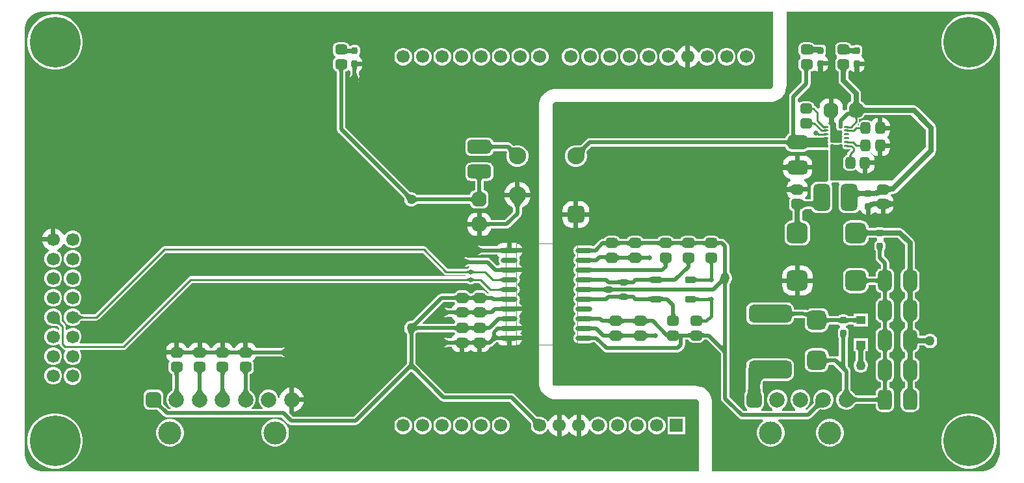
<source format=gtl>
G04*
G04 #@! TF.GenerationSoftware,Altium Limited,Altium Designer,22.8.2 (66)*
G04*
G04 Layer_Physical_Order=1*
G04 Layer_Color=255*
%FSLAX44Y44*%
%MOMM*%
G71*
G04*
G04 #@! TF.SameCoordinates,AF58AEFE-5498-464C-92CE-300A63243590*
G04*
G04*
G04 #@! TF.FilePolarity,Positive*
G04*
G01*
G75*
%ADD10C,0.2540*%
%ADD13C,0.1270*%
%ADD17C,0.0254*%
%ADD18C,0.0500*%
%ADD19R,0.7000X0.9000*%
G04:AMPARAMS|DCode=20|XSize=1.3mm|YSize=1.5001mm|CornerRadius=0.325mm|HoleSize=0mm|Usage=FLASHONLY|Rotation=180.000|XOffset=0mm|YOffset=0mm|HoleType=Round|Shape=RoundedRectangle|*
%AMROUNDEDRECTD20*
21,1,1.3000,0.8501,0,0,180.0*
21,1,0.6500,1.5001,0,0,180.0*
1,1,0.6500,-0.3250,0.4251*
1,1,0.6500,0.3250,0.4251*
1,1,0.6500,0.3250,-0.4251*
1,1,0.6500,-0.3250,-0.4251*
%
%ADD20ROUNDEDRECTD20*%
G04:AMPARAMS|DCode=21|XSize=0.508mm|YSize=0.6096mm|CornerRadius=0.0635mm|HoleSize=0mm|Usage=FLASHONLY|Rotation=180.000|XOffset=0mm|YOffset=0mm|HoleType=Round|Shape=RoundedRectangle|*
%AMROUNDEDRECTD21*
21,1,0.5080,0.4826,0,0,180.0*
21,1,0.3810,0.6096,0,0,180.0*
1,1,0.1270,-0.1905,0.2413*
1,1,0.1270,0.1905,0.2413*
1,1,0.1270,0.1905,-0.2413*
1,1,0.1270,-0.1905,-0.2413*
%
%ADD21ROUNDEDRECTD21*%
%ADD22R,1.6002X1.6002*%
G04:AMPARAMS|DCode=23|XSize=2.7mm|YSize=2.7mm|CornerRadius=0.675mm|HoleSize=0mm|Usage=FLASHONLY|Rotation=0.000|XOffset=0mm|YOffset=0mm|HoleType=Round|Shape=RoundedRectangle|*
%AMROUNDEDRECTD23*
21,1,2.7000,1.3500,0,0,0.0*
21,1,1.3500,2.7000,0,0,0.0*
1,1,1.3500,0.6750,-0.6750*
1,1,1.3500,-0.6750,-0.6750*
1,1,1.3500,-0.6750,0.6750*
1,1,1.3500,0.6750,0.6750*
%
%ADD23ROUNDEDRECTD23*%
G04:AMPARAMS|DCode=24|XSize=0.8mm|YSize=0.9mm|CornerRadius=0.2mm|HoleSize=0mm|Usage=FLASHONLY|Rotation=90.000|XOffset=0mm|YOffset=0mm|HoleType=Round|Shape=RoundedRectangle|*
%AMROUNDEDRECTD24*
21,1,0.8000,0.5000,0,0,90.0*
21,1,0.4000,0.9000,0,0,90.0*
1,1,0.4000,0.2500,0.2000*
1,1,0.4000,0.2500,-0.2000*
1,1,0.4000,-0.2500,-0.2000*
1,1,0.4000,-0.2500,0.2000*
%
%ADD24ROUNDEDRECTD24*%
G04:AMPARAMS|DCode=25|XSize=1.35mm|YSize=0.9mm|CornerRadius=0.225mm|HoleSize=0mm|Usage=FLASHONLY|Rotation=180.000|XOffset=0mm|YOffset=0mm|HoleType=Round|Shape=RoundedRectangle|*
%AMROUNDEDRECTD25*
21,1,1.3500,0.4500,0,0,180.0*
21,1,0.9000,0.9000,0,0,180.0*
1,1,0.4500,-0.4500,0.2250*
1,1,0.4500,0.4500,0.2250*
1,1,0.4500,0.4500,-0.2250*
1,1,0.4500,-0.4500,-0.2250*
%
%ADD25ROUNDEDRECTD25*%
%ADD26O,2.1590X0.7112*%
G04:AMPARAMS|DCode=27|XSize=2.159mm|YSize=0.7112mm|CornerRadius=0.1778mm|HoleSize=0mm|Usage=FLASHONLY|Rotation=0.000|XOffset=0mm|YOffset=0mm|HoleType=Round|Shape=RoundedRectangle|*
%AMROUNDEDRECTD27*
21,1,2.1590,0.3556,0,0,0.0*
21,1,1.8034,0.7112,0,0,0.0*
1,1,0.3556,0.9017,-0.1778*
1,1,0.3556,-0.9017,-0.1778*
1,1,0.3556,-0.9017,0.1778*
1,1,0.3556,0.9017,0.1778*
%
%ADD27ROUNDEDRECTD27*%
G04:AMPARAMS|DCode=28|XSize=0.9mm|YSize=0.8mm|CornerRadius=0.2mm|HoleSize=0mm|Usage=FLASHONLY|Rotation=90.000|XOffset=0mm|YOffset=0mm|HoleType=Round|Shape=RoundedRectangle|*
%AMROUNDEDRECTD28*
21,1,0.9000,0.4000,0,0,90.0*
21,1,0.5000,0.8000,0,0,90.0*
1,1,0.4000,0.2000,0.2500*
1,1,0.4000,0.2000,-0.2500*
1,1,0.4000,-0.2000,-0.2500*
1,1,0.4000,-0.2000,0.2500*
%
%ADD28ROUNDEDRECTD28*%
G04:AMPARAMS|DCode=29|XSize=1.3mm|YSize=1.5001mm|CornerRadius=0.325mm|HoleSize=0mm|Usage=FLASHONLY|Rotation=270.000|XOffset=0mm|YOffset=0mm|HoleType=Round|Shape=RoundedRectangle|*
%AMROUNDEDRECTD29*
21,1,1.3000,0.8501,0,0,270.0*
21,1,0.6500,1.5001,0,0,270.0*
1,1,0.6500,-0.4251,-0.3250*
1,1,0.6500,-0.4251,0.3250*
1,1,0.6500,0.4251,0.3250*
1,1,0.6500,0.4251,-0.3250*
%
%ADD29ROUNDEDRECTD29*%
G04:AMPARAMS|DCode=30|XSize=1.8mm|YSize=3.05mm|CornerRadius=0.45mm|HoleSize=0mm|Usage=FLASHONLY|Rotation=90.000|XOffset=0mm|YOffset=0mm|HoleType=Round|Shape=RoundedRectangle|*
%AMROUNDEDRECTD30*
21,1,1.8000,2.1500,0,0,90.0*
21,1,0.9000,3.0500,0,0,90.0*
1,1,0.9000,1.0750,0.4500*
1,1,0.9000,1.0750,-0.4500*
1,1,0.9000,-1.0750,-0.4500*
1,1,0.9000,-1.0750,0.4500*
%
%ADD30ROUNDEDRECTD30*%
G04:AMPARAMS|DCode=31|XSize=2.2mm|YSize=3.5mm|CornerRadius=0.55mm|HoleSize=0mm|Usage=FLASHONLY|Rotation=180.000|XOffset=0mm|YOffset=0mm|HoleType=Round|Shape=RoundedRectangle|*
%AMROUNDEDRECTD31*
21,1,2.2000,2.4000,0,0,180.0*
21,1,1.1000,3.5000,0,0,180.0*
1,1,1.1000,-0.5500,1.2000*
1,1,1.1000,0.5500,1.2000*
1,1,1.1000,0.5500,-1.2000*
1,1,1.1000,-0.5500,-1.2000*
%
%ADD31ROUNDEDRECTD31*%
G04:AMPARAMS|DCode=32|XSize=2.3mm|YSize=5.6mm|CornerRadius=0.575mm|HoleSize=0mm|Usage=FLASHONLY|Rotation=90.000|XOffset=0mm|YOffset=0mm|HoleType=Round|Shape=RoundedRectangle|*
%AMROUNDEDRECTD32*
21,1,2.3000,4.4500,0,0,90.0*
21,1,1.1500,5.6000,0,0,90.0*
1,1,1.1500,2.2250,0.5750*
1,1,1.1500,2.2250,-0.5750*
1,1,1.1500,-2.2250,-0.5750*
1,1,1.1500,-2.2250,0.5750*
%
%ADD32ROUNDEDRECTD32*%
G04:AMPARAMS|DCode=33|XSize=2.5mm|YSize=2.5mm|CornerRadius=0.625mm|HoleSize=0mm|Usage=FLASHONLY|Rotation=90.000|XOffset=0mm|YOffset=0mm|HoleType=Round|Shape=RoundedRectangle|*
%AMROUNDEDRECTD33*
21,1,2.5000,1.2500,0,0,90.0*
21,1,1.2500,2.5000,0,0,90.0*
1,1,1.2500,0.6250,0.6250*
1,1,1.2500,0.6250,-0.6250*
1,1,1.2500,-0.6250,-0.6250*
1,1,1.2500,-0.6250,0.6250*
%
%ADD33ROUNDEDRECTD33*%
%ADD34R,1.3000X1.1000*%
G04:AMPARAMS|DCode=35|XSize=1.8mm|YSize=1.8mm|CornerRadius=0.45mm|HoleSize=0mm|Usage=FLASHONLY|Rotation=90.000|XOffset=0mm|YOffset=0mm|HoleType=Round|Shape=RoundedRectangle|*
%AMROUNDEDRECTD35*
21,1,1.8000,0.9000,0,0,90.0*
21,1,0.9000,1.8000,0,0,90.0*
1,1,0.9000,0.4500,0.4500*
1,1,0.9000,0.4500,-0.4500*
1,1,0.9000,-0.4500,-0.4500*
1,1,0.9000,-0.4500,0.4500*
%
%ADD35ROUNDEDRECTD35*%
G04:AMPARAMS|DCode=36|XSize=1.8mm|YSize=1.8mm|CornerRadius=0.45mm|HoleSize=0mm|Usage=FLASHONLY|Rotation=0.000|XOffset=0mm|YOffset=0mm|HoleType=Round|Shape=RoundedRectangle|*
%AMROUNDEDRECTD36*
21,1,1.8000,0.9000,0,0,0.0*
21,1,0.9000,1.8000,0,0,0.0*
1,1,0.9000,0.4500,-0.4500*
1,1,0.9000,-0.4500,-0.4500*
1,1,0.9000,-0.4500,0.4500*
1,1,0.9000,0.4500,0.4500*
%
%ADD36ROUNDEDRECTD36*%
G04:AMPARAMS|DCode=37|XSize=1.8mm|YSize=2.6mm|CornerRadius=0.45mm|HoleSize=0mm|Usage=FLASHONLY|Rotation=90.000|XOffset=0mm|YOffset=0mm|HoleType=Round|Shape=RoundedRectangle|*
%AMROUNDEDRECTD37*
21,1,1.8000,1.7000,0,0,90.0*
21,1,0.9000,2.6000,0,0,90.0*
1,1,0.9000,0.8500,0.4500*
1,1,0.9000,0.8500,-0.4500*
1,1,0.9000,-0.8500,-0.4500*
1,1,0.9000,-0.8500,0.4500*
%
%ADD37ROUNDEDRECTD37*%
G04:AMPARAMS|DCode=38|XSize=1.8mm|YSize=2.6mm|CornerRadius=0.45mm|HoleSize=0mm|Usage=FLASHONLY|Rotation=0.000|XOffset=0mm|YOffset=0mm|HoleType=Round|Shape=RoundedRectangle|*
%AMROUNDEDRECTD38*
21,1,1.8000,1.7000,0,0,0.0*
21,1,0.9000,2.6000,0,0,0.0*
1,1,0.9000,0.4500,-0.8500*
1,1,0.9000,-0.4500,-0.8500*
1,1,0.9000,-0.4500,0.8500*
1,1,0.9000,0.4500,0.8500*
%
%ADD38ROUNDEDRECTD38*%
G04:AMPARAMS|DCode=41|XSize=0.254mm|YSize=0.6096mm|CornerRadius=0.0318mm|HoleSize=0mm|Usage=FLASHONLY|Rotation=270.000|XOffset=0mm|YOffset=0mm|HoleType=Round|Shape=RoundedRectangle|*
%AMROUNDEDRECTD41*
21,1,0.2540,0.5461,0,0,270.0*
21,1,0.1905,0.6096,0,0,270.0*
1,1,0.0635,-0.2731,-0.0953*
1,1,0.0635,-0.2731,0.0953*
1,1,0.0635,0.2731,0.0953*
1,1,0.0635,0.2731,-0.0953*
%
%ADD41ROUNDEDRECTD41*%
%ADD68C,0.6350*%
%ADD69C,0.5000*%
%ADD70C,0.5080*%
%ADD71C,0.3810*%
%ADD72C,1.5240*%
%ADD73C,3.0000*%
%ADD74C,2.0000*%
G04:AMPARAMS|DCode=75|XSize=2mm|YSize=2mm|CornerRadius=0.5mm|HoleSize=0mm|Usage=FLASHONLY|Rotation=180.000|XOffset=0mm|YOffset=0mm|HoleType=Round|Shape=RoundedRectangle|*
%AMROUNDEDRECTD75*
21,1,2.0000,1.0000,0,0,180.0*
21,1,1.0000,2.0000,0,0,180.0*
1,1,1.0000,-0.5000,0.5000*
1,1,1.0000,0.5000,0.5000*
1,1,1.0000,0.5000,-0.5000*
1,1,1.0000,-0.5000,-0.5000*
%
%ADD75ROUNDEDRECTD75*%
%ADD76C,1.7000*%
%ADD77R,1.7000X1.7000*%
%ADD78C,6.6000*%
%ADD79C,2.2400*%
G04:AMPARAMS|DCode=80|XSize=2.24mm|YSize=2.24mm|CornerRadius=0.56mm|HoleSize=0mm|Usage=FLASHONLY|Rotation=90.000|XOffset=0mm|YOffset=0mm|HoleType=Round|Shape=RoundedRectangle|*
%AMROUNDEDRECTD80*
21,1,2.2400,1.1200,0,0,90.0*
21,1,1.1200,2.2400,0,0,90.0*
1,1,1.1200,0.5600,0.5600*
1,1,1.1200,0.5600,-0.5600*
1,1,1.1200,-0.5600,-0.5600*
1,1,1.1200,-0.5600,0.5600*
%
%ADD80ROUNDEDRECTD80*%
%ADD81C,0.6350*%
%ADD82C,0.5500*%
%ADD83C,1.2700*%
%ADD84C,0.2540*%
G36*
X1256950Y601270D02*
X1259412D01*
X1264242Y600309D01*
X1268792Y598425D01*
X1272887Y595689D01*
X1276369Y592207D01*
X1279105Y588112D01*
X1280989Y583562D01*
X1281950Y578732D01*
Y576270D01*
Y26270D01*
Y23808D01*
X1280989Y18978D01*
X1279105Y14428D01*
X1276369Y10333D01*
X1272887Y6851D01*
X1268792Y4115D01*
X1264242Y2231D01*
X1259412Y1270D01*
X907624D01*
Y91550D01*
X907522Y93641D01*
X906706Y97744D01*
X905105Y101608D01*
X902781Y105085D01*
X899824Y108043D01*
X896346Y110367D01*
X892482Y111967D01*
X888380Y112783D01*
X886288Y112886D01*
X702892D01*
X701398Y113505D01*
X700255Y114648D01*
X699636Y116142D01*
Y116950D01*
Y478800D01*
Y479608D01*
X700255Y481102D01*
X701398Y482245D01*
X702892Y482864D01*
X982909D01*
X985000Y482967D01*
X989102Y483783D01*
X992966Y485383D01*
X996444Y487707D01*
X999402Y490665D01*
X1001725Y494142D01*
X1003326Y498007D01*
X1004142Y502109D01*
X1004245Y504200D01*
Y601270D01*
X1256950Y601270D01*
D02*
G37*
G36*
X986973Y504200D02*
Y503392D01*
X986354Y501898D01*
X985211Y500755D01*
X983717Y500136D01*
X703700D01*
X701609Y500033D01*
X697506Y499217D01*
X693642Y497617D01*
X690165Y495293D01*
X687207Y492335D01*
X684883Y488858D01*
X683283Y484994D01*
X682467Y480891D01*
X682364Y478800D01*
Y116950D01*
X682467Y114859D01*
X683283Y110757D01*
X684883Y106892D01*
X687207Y103415D01*
X690165Y100457D01*
X693642Y98133D01*
X697506Y96533D01*
X701609Y95717D01*
X703700Y95614D01*
X887097D01*
X888590Y94995D01*
X889734Y93852D01*
X890352Y92358D01*
Y91550D01*
Y1270D01*
X36950D01*
X34488Y1270D01*
X29658Y2231D01*
X25108Y4115D01*
X21013Y6851D01*
X17531Y10333D01*
X14795Y14428D01*
X12911Y18978D01*
X11950Y23808D01*
Y26270D01*
Y576270D01*
X11950Y578732D01*
X12911Y583562D01*
X14795Y588112D01*
X17531Y592207D01*
X21013Y595689D01*
X25108Y598425D01*
X29658Y600309D01*
X34488Y601270D01*
X36950D01*
X986973Y601270D01*
Y504200D01*
D02*
G37*
%LPC*%
G36*
X1244765Y597270D02*
X1239098D01*
X1233501Y596384D01*
X1228112Y594632D01*
X1223063Y592060D01*
X1218479Y588729D01*
X1214472Y584722D01*
X1211142Y580138D01*
X1208569Y575089D01*
X1206818Y569700D01*
X1205931Y564103D01*
Y558437D01*
X1206818Y552840D01*
X1208569Y547451D01*
X1211142Y542402D01*
X1214472Y537817D01*
X1218479Y533811D01*
X1223063Y530480D01*
X1228112Y527907D01*
X1233501Y526156D01*
X1239098Y525270D01*
X1244765D01*
X1250361Y526156D01*
X1255751Y527907D01*
X1260799Y530480D01*
X1265384Y533811D01*
X1269391Y537817D01*
X1272721Y542402D01*
X1275294Y547451D01*
X1277045Y552840D01*
X1277931Y558437D01*
Y564103D01*
X1277045Y569700D01*
X1275294Y575089D01*
X1272721Y580138D01*
X1269391Y584722D01*
X1265384Y588729D01*
X1260799Y592060D01*
X1255751Y594632D01*
X1250361Y596384D01*
X1244765Y597270D01*
D02*
G37*
G36*
X1082743Y561154D02*
X1074241D01*
X1071803Y560669D01*
X1069735Y559288D01*
X1068354Y557220D01*
X1067869Y554782D01*
Y548282D01*
X1068354Y545843D01*
X1069735Y543776D01*
X1070095Y543536D01*
Y540529D01*
X1069735Y540289D01*
X1068354Y538221D01*
X1067869Y535783D01*
Y529283D01*
X1068354Y526844D01*
X1069735Y524777D01*
X1071803Y523395D01*
X1072196Y523317D01*
Y510994D01*
X1072675Y508585D01*
X1074040Y506542D01*
X1088802Y491780D01*
Y484268D01*
X1088640Y484247D01*
X1086816Y483491D01*
X1085249Y482289D01*
X1084047Y480722D01*
X1083291Y478898D01*
X1083033Y476940D01*
Y473253D01*
X1081896Y473027D01*
X1080189Y471885D01*
X1079086Y472114D01*
X1077689Y472693D01*
Y476940D01*
X1077328Y479681D01*
X1076270Y482235D01*
X1074587Y484429D01*
X1072393Y486112D01*
X1069839Y487170D01*
X1067098Y487531D01*
X1065598D01*
Y472440D01*
Y463747D01*
X1068908Y463885D01*
X1068428Y463811D01*
X1067998Y463630D01*
X1067619Y463343D01*
X1067290Y462949D01*
X1067012Y462449D01*
X1066785Y461843D01*
X1066608Y461130D01*
X1066481Y460310D01*
X1066405Y459384D01*
X1066380Y458352D01*
X1065598D01*
Y457349D01*
X1067098D01*
X1067312Y457378D01*
X1069192Y455729D01*
Y451650D01*
X1069229Y451462D01*
Y449237D01*
X1069511Y447819D01*
X1070314Y446616D01*
X1071517Y445813D01*
X1072935Y445531D01*
X1076727D01*
Y444697D01*
X1076984Y443403D01*
X1077154Y443150D01*
X1076984Y442897D01*
X1076727Y441603D01*
Y439697D01*
X1076984Y438403D01*
X1077154Y438150D01*
X1076984Y437897D01*
X1076727Y436603D01*
Y434697D01*
X1076984Y433403D01*
X1077154Y433150D01*
X1076984Y432897D01*
X1076727Y431603D01*
Y430289D01*
X1061953D01*
Y431603D01*
X1061695Y432897D01*
X1061526Y433150D01*
X1061695Y433403D01*
X1061953Y434697D01*
Y436603D01*
X1061695Y437897D01*
X1061186Y438660D01*
X1061392Y439697D01*
Y441603D01*
X1061186Y442640D01*
X1061695Y443403D01*
X1061953Y444697D01*
Y446118D01*
X1061369Y446120D01*
X1061356Y446171D01*
X1061345Y446324D01*
X1061311Y447949D01*
X1061300Y451200D01*
X1061953D01*
Y451603D01*
X1061695Y452897D01*
X1060962Y453994D01*
X1059865Y454728D01*
X1059252Y454849D01*
X1059498Y457349D01*
X1059598D01*
Y463316D01*
X1059243Y463430D01*
X1058760Y463462D01*
X1059598Y463497D01*
Y472440D01*
Y487531D01*
X1058098D01*
X1055357Y487170D01*
X1052803Y486112D01*
X1050609Y484429D01*
X1048926Y482235D01*
X1047868Y479681D01*
X1047507Y476940D01*
Y475916D01*
X1045198Y474959D01*
X1042639Y477518D01*
X1041227Y478462D01*
X1040134Y478679D01*
X1039846Y480128D01*
X1038465Y482196D01*
X1036397Y483577D01*
X1033959Y484062D01*
X1025457D01*
X1023019Y483577D01*
X1021358Y482467D01*
X1019832Y482926D01*
X1018858Y483562D01*
Y487687D01*
X1033935Y502765D01*
X1035151Y504584D01*
X1035578Y506730D01*
Y523007D01*
X1037529Y523395D01*
X1039597Y524777D01*
X1042220Y524203D01*
X1042586Y523922D01*
X1044532Y523116D01*
X1045445Y522996D01*
X1045438Y524155D01*
X1045112Y529069D01*
X1045010Y529529D01*
X1044894Y529887D01*
X1044765Y530141D01*
X1045620D01*
Y533410D01*
X1048620D01*
Y536410D01*
X1058623D01*
X1058414Y537998D01*
X1057608Y539944D01*
X1056326Y541616D01*
X1055569Y542197D01*
X1054736Y543504D01*
X1054998Y545462D01*
X1055330Y545959D01*
X1055718Y547910D01*
Y552910D01*
X1055330Y554861D01*
X1054225Y556515D01*
X1052571Y557620D01*
X1050620Y558008D01*
X1046620D01*
X1045714Y557828D01*
X1040572D01*
X1039597Y559288D01*
X1037529Y560669D01*
X1035091Y561154D01*
X1026589D01*
X1024151Y560669D01*
X1022083Y559288D01*
X1020702Y557220D01*
X1020217Y554782D01*
Y548282D01*
X1020702Y545843D01*
X1022083Y543776D01*
X1022443Y543536D01*
Y540529D01*
X1022083Y540289D01*
X1020702Y538221D01*
X1020217Y535783D01*
Y529283D01*
X1020702Y526844D01*
X1022083Y524777D01*
X1024151Y523395D01*
X1024362Y523353D01*
Y509053D01*
X1009285Y493975D01*
X1008069Y492156D01*
X1007642Y490010D01*
Y441834D01*
X1006718Y441451D01*
X1005151Y440249D01*
X1003949Y438682D01*
X1003193Y436858D01*
X1003107Y436208D01*
X748100D01*
X745954Y435781D01*
X744135Y434565D01*
X736263Y426694D01*
X736174Y426664D01*
X735218Y426428D01*
X734521Y426306D01*
X732120Y426950D01*
X728381D01*
X724769Y425982D01*
X721531Y424113D01*
X718887Y421469D01*
X717018Y418231D01*
X716050Y414619D01*
Y410881D01*
X717018Y407269D01*
X718887Y404031D01*
X721531Y401387D01*
X724769Y399518D01*
X728381Y398550D01*
X732120D01*
X735731Y399518D01*
X738969Y401387D01*
X741613Y404031D01*
X743482Y407269D01*
X744450Y410881D01*
Y414619D01*
X743806Y417021D01*
X743928Y417718D01*
X744164Y418674D01*
X744194Y418763D01*
X750423Y424992D01*
X1003055D01*
X1003193Y423942D01*
X1003949Y422118D01*
X1005151Y420551D01*
X1006718Y419349D01*
X1008542Y418593D01*
X1010500Y418335D01*
X1027500D01*
X1029458Y418593D01*
X1031282Y419349D01*
X1032849Y420551D01*
X1032957Y420691D01*
X1058072D01*
X1058072Y420691D01*
X1058710Y420167D01*
Y381476D01*
X1058613Y381221D01*
X1057430Y379960D01*
X1056440Y379349D01*
X1055610Y379458D01*
X1044610D01*
X1042391Y379166D01*
X1040323Y378310D01*
X1038548Y376947D01*
X1037185Y375172D01*
X1036329Y373104D01*
X1036037Y370885D01*
Y356326D01*
X1029615D01*
X1028767Y358826D01*
X1029231Y359183D01*
X1030714Y361115D01*
X1031646Y363365D01*
X1031964Y365780D01*
Y366030D01*
X1018383D01*
X1011984D01*
X1011836Y363484D01*
X1011398Y363985D01*
X1010896Y364434D01*
X1010328Y364831D01*
X1009695Y365174D01*
X1008998Y365465D01*
X1008235Y365702D01*
X1007408Y365887D01*
X1006515Y366019D01*
X1006389Y366030D01*
X1004803D01*
Y365780D01*
X1005121Y363365D01*
X1006053Y361115D01*
X1007535Y359183D01*
X1009468Y357700D01*
X1009499Y357596D01*
X1008245Y355719D01*
X1007760Y353280D01*
Y346781D01*
X1008245Y344342D01*
X1009626Y342275D01*
X1011694Y340893D01*
X1012166Y340799D01*
Y329004D01*
X1011790D01*
X1009245Y328669D01*
X1006873Y327687D01*
X1004836Y326124D01*
X1003273Y324087D01*
X1002291Y321715D01*
X1001956Y319170D01*
Y305670D01*
X1002291Y303125D01*
X1003273Y300753D01*
X1004836Y298716D01*
X1006873Y297153D01*
X1009245Y296171D01*
X1011790Y295836D01*
X1025290D01*
X1027835Y296171D01*
X1030207Y297153D01*
X1032244Y298716D01*
X1033807Y300753D01*
X1034789Y303125D01*
X1035124Y305670D01*
Y319170D01*
X1034789Y321715D01*
X1033807Y324087D01*
X1032244Y326124D01*
X1030207Y327687D01*
X1027835Y328669D01*
X1025290Y329004D01*
X1024758D01*
Y340830D01*
X1025072Y340893D01*
X1027140Y342275D01*
X1028115Y343734D01*
X1036715D01*
X1037185Y342598D01*
X1038548Y340823D01*
X1040323Y339460D01*
X1042391Y338604D01*
X1044610Y338312D01*
X1055610D01*
X1057829Y338604D01*
X1059897Y339460D01*
X1061672Y340823D01*
X1063035Y342598D01*
X1063891Y344666D01*
X1064183Y346885D01*
Y370885D01*
X1063891Y373104D01*
X1063035Y375172D01*
X1062660Y375660D01*
X1063893Y378160D01*
X1072327D01*
X1073560Y375660D01*
X1073185Y375172D01*
X1072329Y373104D01*
X1072037Y370885D01*
Y346885D01*
X1072329Y344666D01*
X1073185Y342598D01*
X1074548Y340823D01*
X1076323Y339460D01*
X1078391Y338604D01*
X1080610Y338312D01*
X1091610D01*
X1093829Y338604D01*
X1095897Y339460D01*
X1097672Y340823D01*
X1098473Y341867D01*
X1099338Y341969D01*
X1100855Y341700D01*
X1101222Y341519D01*
X1101762Y340215D01*
X1103044Y338544D01*
X1104715Y337262D01*
X1106662Y336456D01*
X1107750Y336313D01*
Y346750D01*
X1113750D01*
Y336313D01*
X1114838Y336456D01*
X1116785Y337262D01*
X1118456Y338544D01*
X1119716Y340187D01*
X1121346Y338936D01*
X1123597Y338004D01*
X1126011Y337686D01*
X1127262D01*
Y350265D01*
X1130262D01*
Y353265D01*
X1136136D01*
Y356328D01*
X1136893Y355779D01*
X1137659Y355288D01*
X1138434Y354855D01*
X1139218Y354480D01*
X1140011Y354162D01*
X1140813Y353902D01*
X1141624Y353700D01*
X1142443Y353556D01*
X1143272Y353469D01*
X1143842Y353450D01*
Y353515D01*
X1143524Y355930D01*
X1142592Y358180D01*
X1141110Y360112D01*
X1140408Y360651D01*
X1141257Y363151D01*
X1142947D01*
X1145356Y363630D01*
X1147399Y364995D01*
X1197452Y415048D01*
X1198817Y417091D01*
X1199296Y419500D01*
Y449750D01*
X1198817Y452159D01*
X1197452Y454202D01*
X1197452Y454202D01*
X1174762Y476892D01*
X1172719Y478257D01*
X1170310Y478736D01*
X1106926D01*
X1106905Y478898D01*
X1106149Y480722D01*
X1104947Y482289D01*
X1103380Y483491D01*
X1101556Y484247D01*
X1101394Y484268D01*
Y494388D01*
X1100915Y496797D01*
X1099550Y498840D01*
X1084788Y513602D01*
Y523317D01*
X1085181Y523395D01*
X1087249Y524777D01*
X1089562Y523739D01*
X1089976Y523422D01*
X1091922Y522616D01*
X1092835Y522496D01*
X1092828Y523655D01*
X1092502Y528569D01*
X1092400Y529029D01*
X1092284Y529387D01*
X1092155Y529641D01*
X1093010D01*
Y532910D01*
X1096010D01*
Y535910D01*
X1106013D01*
X1105804Y537498D01*
X1104998Y539445D01*
X1103716Y541116D01*
X1102959Y541697D01*
X1102126Y543004D01*
X1102388Y544962D01*
X1102720Y545459D01*
X1103108Y547410D01*
Y552410D01*
X1102720Y554361D01*
X1101615Y556015D01*
X1099961Y557120D01*
X1098010Y557508D01*
X1094010D01*
X1092059Y557120D01*
X1091263Y556588D01*
X1088720Y557199D01*
X1088611Y557249D01*
X1087249Y559288D01*
X1085181Y560669D01*
X1082743Y561154D01*
D02*
G37*
G36*
X1058623Y530410D02*
X1051620D01*
Y530141D01*
X1052475D01*
X1052346Y529887D01*
X1052230Y529529D01*
X1052128Y529069D01*
X1052040Y528507D01*
X1051904Y527073D01*
X1051802Y524155D01*
X1051795Y522996D01*
X1052708Y523116D01*
X1054654Y523922D01*
X1056326Y525204D01*
X1057608Y526875D01*
X1058414Y528822D01*
X1058623Y530410D01*
D02*
G37*
G36*
X1051649Y522976D02*
X1051620D01*
Y522973D01*
X1051649Y522976D01*
D02*
G37*
G36*
X1045620D02*
X1045591D01*
X1045620Y522973D01*
Y522976D01*
D02*
G37*
G36*
X1106013Y529910D02*
X1099010D01*
Y529641D01*
X1099865D01*
X1099736Y529387D01*
X1099620Y529029D01*
X1099518Y528569D01*
X1099430Y528007D01*
X1099294Y526573D01*
X1099192Y523655D01*
X1099185Y522496D01*
X1100098Y522616D01*
X1102045Y523422D01*
X1103716Y524704D01*
X1104998Y526376D01*
X1105804Y528322D01*
X1106013Y529910D01*
D02*
G37*
G36*
X1093010Y522476D02*
X1092981D01*
X1093010Y522473D01*
Y522476D01*
D02*
G37*
G36*
X1099039D02*
X1099010D01*
Y522473D01*
X1099039Y522476D01*
D02*
G37*
G36*
X1027500Y412991D02*
X1022000D01*
Y400900D01*
X1038091D01*
Y402400D01*
X1037730Y405141D01*
X1036672Y407695D01*
X1034989Y409889D01*
X1032795Y411572D01*
X1030241Y412630D01*
X1027500Y412991D01*
D02*
G37*
G36*
X1016000D02*
X1010500D01*
X1007759Y412630D01*
X1005205Y411572D01*
X1003011Y409889D01*
X1001328Y407695D01*
X1000270Y405141D01*
X999909Y402400D01*
Y401822D01*
X1000147Y401697D01*
X1000556Y401532D01*
X1001011Y401393D01*
X1001511Y401278D01*
X1002020Y401195D01*
X1002095Y401202D01*
X1003118Y401360D01*
X1004003Y401581D01*
X1004753Y401866D01*
X1005366Y402214D01*
X1005843Y402625D01*
X1006184Y403100D01*
X1006388Y403637D01*
X1006457Y404238D01*
Y400900D01*
X1016000D01*
Y412991D01*
D02*
G37*
G36*
X1038091Y394900D02*
X1019000D01*
X1006457D01*
Y391562D01*
X1006388Y392163D01*
X1006184Y392701D01*
X1005843Y393175D01*
X1005366Y393586D01*
X1004753Y393934D01*
X1004003Y394219D01*
X1003118Y394440D01*
X1002095Y394599D01*
X1002020Y394605D01*
X1001511Y394522D01*
X1001011Y394408D01*
X1000556Y394268D01*
X1000147Y394103D01*
X999909Y393978D01*
Y393400D01*
X1000270Y390659D01*
X1001328Y388105D01*
X1003011Y385911D01*
X1005205Y384228D01*
X1007759Y383170D01*
X1009248Y382974D01*
X1009586Y380408D01*
X1009468Y380359D01*
X1007535Y378877D01*
X1006053Y376944D01*
X1005121Y374694D01*
X1004829Y372483D01*
X1005457Y372501D01*
X1006331Y372579D01*
X1007182Y372710D01*
X1008011Y372893D01*
X1008817Y373129D01*
X1009600Y373417D01*
X1010361Y373757D01*
X1011100Y374150D01*
X1011815Y374594D01*
X1012509Y375092D01*
X1012331Y372030D01*
X1018383D01*
X1031964D01*
Y372280D01*
X1031646Y374694D01*
X1030714Y376944D01*
X1029231Y378877D01*
X1027364Y380309D01*
X1027324Y380662D01*
X1027453Y382240D01*
X1027816Y382851D01*
X1030241Y383170D01*
X1032795Y384228D01*
X1034989Y385911D01*
X1036672Y388105D01*
X1037730Y390659D01*
X1038091Y393400D01*
Y394900D01*
D02*
G37*
G36*
X735850Y353850D02*
X733250D01*
Y339550D01*
X747550D01*
Y342150D01*
X747151Y345178D01*
X745983Y348000D01*
X744123Y350423D01*
X741700Y352283D01*
X738878Y353451D01*
X735850Y353850D01*
D02*
G37*
G36*
X727250D02*
X724650D01*
X721622Y353451D01*
X718800Y352283D01*
X716377Y350423D01*
X714517Y348000D01*
X713349Y345178D01*
X712950Y342150D01*
Y339550D01*
X727250D01*
Y353850D01*
D02*
G37*
G36*
X1136136Y347265D02*
X1133262D01*
Y337686D01*
X1134513D01*
X1136927Y338004D01*
X1139178Y338936D01*
X1141110Y340418D01*
X1142592Y342351D01*
X1143524Y344601D01*
X1143842Y347015D01*
Y347081D01*
X1143272Y347062D01*
X1142443Y346975D01*
X1141624Y346831D01*
X1140813Y346628D01*
X1140011Y346369D01*
X1139218Y346051D01*
X1138434Y345676D01*
X1137659Y345243D01*
X1136893Y344752D01*
X1136136Y344203D01*
Y347265D01*
D02*
G37*
G36*
X747550Y333550D02*
X733250D01*
Y319250D01*
X735850D01*
X738878Y319649D01*
X741700Y320817D01*
X744123Y322677D01*
X745983Y325100D01*
X747151Y327922D01*
X747550Y330950D01*
Y333550D01*
D02*
G37*
G36*
X727250D02*
X712950D01*
Y330950D01*
X713349Y327922D01*
X714517Y325100D01*
X716377Y322677D01*
X718800Y320817D01*
X721622Y319649D01*
X724650Y319250D01*
X727250D01*
Y333550D01*
D02*
G37*
G36*
X910609Y308802D02*
X902107D01*
X899669Y308317D01*
X897601Y306936D01*
X896220Y304868D01*
X896204Y304787D01*
X886747D01*
X886730Y304868D01*
X885349Y306936D01*
X883282Y308317D01*
X880843Y308802D01*
X872342D01*
X869903Y308317D01*
X867836Y306936D01*
X866454Y304868D01*
X866438Y304787D01*
X856981D01*
X856965Y304868D01*
X855583Y306936D01*
X853516Y308317D01*
X851077Y308802D01*
X842576D01*
X840137Y308317D01*
X838070Y306936D01*
X836689Y304868D01*
X836673Y304787D01*
X817215D01*
X817199Y304868D01*
X815818Y306936D01*
X813750Y308317D01*
X811312Y308802D01*
X802810D01*
X800372Y308317D01*
X798305Y306936D01*
X796923Y304868D01*
X796907Y304787D01*
X787450D01*
X787433Y304868D01*
X786052Y306936D01*
X783985Y308317D01*
X781546Y308802D01*
X773045D01*
X770606Y308317D01*
X768539Y306936D01*
X767158Y304868D01*
X767132Y304742D01*
X765224D01*
X763078Y304315D01*
X761259Y303099D01*
X753327Y295168D01*
X751613D01*
X751458Y295287D01*
X749863Y295947D01*
X748152Y296173D01*
X733674D01*
X731963Y295947D01*
X730368Y295287D01*
X728998Y294236D01*
X727947Y292866D01*
X727287Y291271D01*
X727061Y289560D01*
X727287Y287848D01*
X727947Y286254D01*
X728998Y284884D01*
X729225Y284710D01*
X729262Y284641D01*
Y281779D01*
X729225Y281710D01*
X728998Y281536D01*
X727947Y280166D01*
X727287Y278571D01*
X727061Y276860D01*
X727287Y275149D01*
X727947Y273554D01*
X728998Y272184D01*
X729225Y272010D01*
X729262Y271941D01*
Y269079D01*
X729225Y269010D01*
X728998Y268836D01*
X727947Y267466D01*
X727287Y265872D01*
X727061Y264160D01*
X727287Y262449D01*
X727947Y260854D01*
X728998Y259484D01*
X729225Y259310D01*
X729262Y259241D01*
Y256379D01*
X729225Y256310D01*
X728998Y256136D01*
X727947Y254766D01*
X727287Y253172D01*
X727061Y251460D01*
X727287Y249748D01*
X727947Y248154D01*
X728998Y246784D01*
X729225Y246610D01*
X729262Y246541D01*
Y243679D01*
X729225Y243610D01*
X728998Y243436D01*
X727947Y242066D01*
X727287Y240471D01*
X727061Y238760D01*
X727287Y237048D01*
X727947Y235454D01*
X728998Y234084D01*
X729225Y233910D01*
X729262Y233841D01*
Y230979D01*
X729225Y230910D01*
X728998Y230736D01*
X727947Y229366D01*
X727287Y227771D01*
X727061Y226060D01*
X727287Y224349D01*
X727947Y222754D01*
X728998Y221384D01*
X729225Y221210D01*
X729262Y221141D01*
Y218279D01*
X729225Y218210D01*
X728998Y218036D01*
X727947Y216666D01*
X727287Y215072D01*
X727061Y213360D01*
X727287Y211649D01*
X727947Y210054D01*
X728998Y208684D01*
X729225Y208510D01*
X729262Y208441D01*
Y205579D01*
X729225Y205510D01*
X728998Y205336D01*
X727947Y203966D01*
X727287Y202372D01*
X727061Y200660D01*
X727287Y198948D01*
X727947Y197354D01*
X728998Y195984D01*
X729225Y195810D01*
X729262Y195741D01*
Y192879D01*
X729225Y192810D01*
X728998Y192636D01*
X727947Y191266D01*
X727287Y189671D01*
X727061Y187960D01*
X727287Y186248D01*
X727947Y184654D01*
X728998Y183284D01*
X729231Y183106D01*
X729265Y183043D01*
X729270Y180181D01*
X729229Y180105D01*
X729008Y179936D01*
X727957Y178566D01*
X727297Y176971D01*
X727071Y175260D01*
X727297Y173549D01*
X727957Y171954D01*
X729008Y170584D01*
X730378Y169533D01*
X731973Y168873D01*
X733684Y168647D01*
X748162D01*
X749874Y168873D01*
X751468Y169533D01*
X751623Y169652D01*
X754667D01*
X766035Y158285D01*
X767854Y157069D01*
X770000Y156642D01*
X862750D01*
X864896Y157069D01*
X866715Y158285D01*
X870715Y162285D01*
X871931Y164104D01*
X872358Y166250D01*
Y173217D01*
X876518D01*
X876534Y173136D01*
X877915Y171069D01*
X879983Y169688D01*
X882421Y169202D01*
X890922D01*
X893361Y169688D01*
X895428Y171069D01*
X896810Y173136D01*
X896826Y173217D01*
X900853D01*
X918892Y155177D01*
Y96580D01*
X919319Y94434D01*
X920535Y92615D01*
X925675Y87475D01*
X925675Y87475D01*
X942185Y70965D01*
X944004Y69749D01*
X946150Y69322D01*
X973196D01*
X973954Y66822D01*
X972397Y65781D01*
X969890Y63274D01*
X967920Y60326D01*
X966563Y57050D01*
X965871Y53573D01*
Y50027D01*
X966563Y46550D01*
X967920Y43274D01*
X969890Y40326D01*
X972397Y37819D01*
X975345Y35849D01*
X978621Y34492D01*
X982098Y33800D01*
X985644D01*
X989121Y34492D01*
X992397Y35849D01*
X995345Y37819D01*
X997852Y40326D01*
X999822Y43274D01*
X1001179Y46550D01*
X1001871Y50027D01*
Y53573D01*
X1001179Y57050D01*
X999822Y60326D01*
X997852Y63274D01*
X995345Y65781D01*
X993788Y66822D01*
X994546Y69322D01*
X1032301D01*
X1034447Y69749D01*
X1036266Y70965D01*
X1047715Y82414D01*
X1048235Y82553D01*
X1048445Y82593D01*
X1050659Y82000D01*
X1054082D01*
X1057389Y82886D01*
X1060353Y84597D01*
X1062774Y87018D01*
X1064485Y89982D01*
X1065371Y93288D01*
Y96712D01*
X1064485Y100018D01*
X1062774Y102982D01*
X1060353Y105403D01*
X1057389Y107114D01*
X1054082Y108000D01*
X1050659D01*
X1047353Y107114D01*
X1044389Y105403D01*
X1041968Y102982D01*
X1040257Y100018D01*
X1039371Y96712D01*
Y93288D01*
X1039964Y91074D01*
X1039924Y90864D01*
X1039785Y90344D01*
X1030929Y81489D01*
X1029365Y81670D01*
X1029149Y82762D01*
X1029688Y84214D01*
X1030353Y84597D01*
X1032774Y87018D01*
X1034485Y89982D01*
X1035371Y93288D01*
Y96712D01*
X1034485Y100018D01*
X1032774Y102982D01*
X1030353Y105403D01*
X1027389Y107114D01*
X1024082Y108000D01*
X1020659D01*
X1017353Y107114D01*
X1014389Y105403D01*
X1011968Y102982D01*
X1010257Y100018D01*
X1009371Y96712D01*
Y93288D01*
X1010257Y89982D01*
X1011968Y87018D01*
X1014389Y84597D01*
X1015053Y84214D01*
X1015840Y80873D01*
X1015621Y80538D01*
X999121D01*
X998902Y80873D01*
X999688Y84214D01*
X1000353Y84597D01*
X1002774Y87018D01*
X1004485Y89982D01*
X1005371Y93288D01*
Y96712D01*
X1004485Y100018D01*
X1002774Y102982D01*
X1000353Y105403D01*
X997389Y107114D01*
X994082Y108000D01*
X990659D01*
X987353Y107114D01*
X984389Y105403D01*
X981968Y102982D01*
X980257Y100018D01*
X979371Y96712D01*
Y93288D01*
X980257Y89982D01*
X981968Y87018D01*
X984389Y84597D01*
X985053Y84214D01*
X985840Y80873D01*
X985621Y80538D01*
X971965D01*
X971424Y82929D01*
X971439Y83038D01*
X973077Y84294D01*
X974359Y85965D01*
X975165Y87912D01*
X975440Y90000D01*
Y100000D01*
X975165Y102088D01*
X974359Y104035D01*
X973083Y105698D01*
Y116687D01*
X973183Y117077D01*
X973751Y118492D01*
X974338Y119434D01*
X1005500D01*
X1007784Y119735D01*
X1009913Y120617D01*
X1011741Y122019D01*
X1013143Y123847D01*
X1014025Y125976D01*
X1014325Y128260D01*
Y139760D01*
X1014025Y142044D01*
X1013143Y144173D01*
X1011741Y146001D01*
X1009913Y147403D01*
X1007784Y148285D01*
X1005500Y148586D01*
X961000D01*
X958716Y148285D01*
X956587Y147403D01*
X954759Y146001D01*
X953357Y144173D01*
X952475Y142044D01*
X952175Y139760D01*
Y137145D01*
X952024Y136782D01*
X951659Y134010D01*
Y105698D01*
X950383Y104035D01*
X949577Y102088D01*
X949302Y100000D01*
Y90000D01*
X949577Y87912D01*
X950383Y85965D01*
X951665Y84294D01*
X953303Y83038D01*
X953318Y82929D01*
X952777Y80538D01*
X948473D01*
X933605Y95405D01*
X933605Y95405D01*
X930108Y98903D01*
Y157500D01*
Y246385D01*
X931732Y248009D01*
X932963Y250141D01*
X933600Y252519D01*
Y254981D01*
X932963Y257359D01*
X931732Y259491D01*
X930108Y261115D01*
Y295000D01*
X929681Y297146D01*
X928465Y298965D01*
X924286Y303145D01*
X922466Y304361D01*
X920320Y304787D01*
X916512D01*
X916496Y304868D01*
X915115Y306936D01*
X913047Y308317D01*
X910609Y308802D01*
D02*
G37*
G36*
X1025290Y269830D02*
X1021540D01*
Y253220D01*
X1038150D01*
Y256970D01*
X1037712Y260298D01*
X1036427Y263400D01*
X1034383Y266063D01*
X1031720Y268107D01*
X1028618Y269392D01*
X1025290Y269830D01*
D02*
G37*
G36*
X1015540D02*
X1011790D01*
X1008462Y269392D01*
X1005360Y268107D01*
X1002697Y266063D01*
X1000653Y263400D01*
X999368Y260298D01*
X998930Y256970D01*
Y253220D01*
X1015540D01*
Y269830D01*
D02*
G37*
G36*
X1038150Y247220D02*
X1021540D01*
Y230610D01*
X1025290D01*
X1028618Y231048D01*
X1031720Y232333D01*
X1034383Y234377D01*
X1036427Y237040D01*
X1037712Y240142D01*
X1038150Y243470D01*
Y247220D01*
D02*
G37*
G36*
X1015540D02*
X998930D01*
Y243470D01*
X999368Y240142D01*
X1000653Y237040D01*
X1002697Y234377D01*
X1005360Y232333D01*
X1008462Y231048D01*
X1011790Y230610D01*
X1015540D01*
Y247220D01*
D02*
G37*
G36*
X1101490Y329004D02*
X1087990D01*
X1085445Y328669D01*
X1083073Y327687D01*
X1081036Y326124D01*
X1079473Y324087D01*
X1078491Y321715D01*
X1078156Y319170D01*
Y305670D01*
X1078491Y303125D01*
X1079473Y300753D01*
X1081036Y298716D01*
X1083073Y297153D01*
X1085445Y296171D01*
X1087990Y295836D01*
X1101490D01*
X1104035Y296171D01*
X1106407Y297153D01*
X1108444Y298716D01*
X1110007Y300753D01*
X1110989Y303125D01*
X1111324Y305670D01*
Y306124D01*
X1120561D01*
X1121929Y305210D01*
X1122008Y305194D01*
Y302645D01*
X1121929Y302630D01*
X1120275Y301525D01*
X1119170Y299871D01*
X1118782Y297920D01*
Y292920D01*
X1119170Y290969D01*
X1120231Y289381D01*
Y280010D01*
X1120231Y280010D01*
X1120661Y277848D01*
X1121886Y276016D01*
X1127031Y270870D01*
Y266133D01*
X1126222Y266027D01*
X1124398Y265271D01*
X1122831Y264069D01*
X1121629Y262502D01*
X1120873Y260678D01*
X1120615Y258720D01*
Y255868D01*
X1111324D01*
Y256970D01*
X1110989Y259515D01*
X1110007Y261887D01*
X1108444Y263924D01*
X1106407Y265487D01*
X1104035Y266469D01*
X1101490Y266804D01*
X1087990D01*
X1085445Y266469D01*
X1083073Y265487D01*
X1081036Y263924D01*
X1079473Y261887D01*
X1078491Y259515D01*
X1078156Y256970D01*
Y243470D01*
X1078491Y240925D01*
X1079473Y238553D01*
X1081036Y236516D01*
X1083073Y234953D01*
X1085445Y233971D01*
X1087990Y233636D01*
X1101490D01*
X1104035Y233971D01*
X1106407Y234953D01*
X1108444Y236516D01*
X1110007Y238553D01*
X1110989Y240925D01*
X1111324Y243470D01*
Y244571D01*
X1120615D01*
Y241720D01*
X1120873Y239762D01*
X1121629Y237938D01*
X1122831Y236371D01*
X1124398Y235169D01*
X1126222Y234413D01*
X1127031Y234307D01*
Y227328D01*
X1126222Y227222D01*
X1124398Y226466D01*
X1122831Y225264D01*
X1121629Y223697D01*
X1120873Y221873D01*
X1120615Y219915D01*
Y202915D01*
X1120873Y200957D01*
X1121629Y199133D01*
X1122831Y197566D01*
X1124398Y196364D01*
X1126222Y195608D01*
X1127031Y195501D01*
Y188524D01*
X1126222Y188417D01*
X1124398Y187661D01*
X1122831Y186459D01*
X1121629Y184892D01*
X1120873Y183068D01*
X1120615Y181110D01*
Y164110D01*
X1120873Y162152D01*
X1121629Y160328D01*
X1122831Y158761D01*
X1124398Y157559D01*
X1126222Y156803D01*
X1127031Y156697D01*
Y149719D01*
X1126222Y149612D01*
X1124398Y148856D01*
X1122831Y147654D01*
X1121629Y146087D01*
X1120873Y144263D01*
X1120615Y142305D01*
Y125305D01*
X1120873Y123347D01*
X1121629Y121523D01*
X1122831Y119956D01*
X1124398Y118754D01*
X1126222Y117998D01*
X1127031Y117892D01*
Y110913D01*
X1126222Y110807D01*
X1124398Y110051D01*
X1122831Y108849D01*
X1121629Y107282D01*
X1120873Y105458D01*
X1120615Y103500D01*
Y100648D01*
X1094519D01*
X1094072Y100905D01*
X1093909Y101015D01*
X1092774Y102982D01*
X1090353Y105403D01*
X1088386Y106538D01*
X1088276Y106701D01*
X1088019Y107148D01*
Y131749D01*
X1088019Y131749D01*
X1087589Y133911D01*
X1086365Y135743D01*
X1086365Y135743D01*
X1083878Y138230D01*
Y175521D01*
X1084940Y177109D01*
X1085328Y179060D01*
Y184060D01*
X1084940Y186011D01*
X1083835Y187665D01*
X1082181Y188770D01*
X1082102Y188785D01*
Y191334D01*
X1082181Y191350D01*
X1083835Y192455D01*
X1084140Y192911D01*
X1091590D01*
Y190060D01*
X1110590D01*
Y207060D01*
X1091590D01*
Y204209D01*
X1084140D01*
X1083835Y204665D01*
X1082181Y205770D01*
X1080230Y206158D01*
X1076230D01*
X1074279Y205770D01*
X1072625Y204665D01*
X1072320Y204209D01*
X1059520D01*
Y204810D01*
X1059202Y207225D01*
X1058270Y209475D01*
X1056787Y211407D01*
X1054855Y212890D01*
X1052605Y213822D01*
X1050190Y214140D01*
X1037690D01*
X1035275Y213822D01*
X1033025Y212890D01*
X1031641Y211828D01*
X1029824Y212264D01*
X1025076Y212637D01*
X1024969Y212659D01*
X1014325D01*
Y212760D01*
X1014025Y215044D01*
X1013143Y217173D01*
X1011741Y219001D01*
X1009913Y220403D01*
X1007784Y221285D01*
X1005500Y221586D01*
X961000D01*
X958716Y221285D01*
X956587Y220403D01*
X954759Y219001D01*
X953357Y217173D01*
X952475Y215044D01*
X952175Y212760D01*
Y201260D01*
X952475Y198976D01*
X953357Y196847D01*
X954759Y195019D01*
X956587Y193617D01*
X958716Y192735D01*
X961000Y192435D01*
X1005500D01*
X1007784Y192735D01*
X1009913Y193617D01*
X1011741Y195019D01*
X1013143Y196847D01*
X1014025Y198976D01*
X1014325Y201260D01*
Y201362D01*
X1024969D01*
X1025228Y201413D01*
X1028360Y201105D01*
Y192310D01*
X1028678Y189895D01*
X1029610Y187645D01*
X1031093Y185713D01*
X1033025Y184230D01*
X1035275Y183298D01*
X1037690Y182980D01*
X1050190D01*
X1052605Y183298D01*
X1054855Y184230D01*
X1056787Y185713D01*
X1058270Y187645D01*
X1059202Y189895D01*
X1059520Y192310D01*
Y192911D01*
X1072320D01*
X1072625Y192455D01*
X1074279Y191350D01*
X1074358Y191334D01*
Y188785D01*
X1074279Y188770D01*
X1072625Y187665D01*
X1071520Y186011D01*
X1071132Y184060D01*
Y179060D01*
X1071520Y177109D01*
X1072581Y175521D01*
Y152705D01*
X1070280Y151298D01*
X1070081Y151298D01*
X1068070Y151699D01*
X1068070Y151699D01*
X1059520D01*
Y152810D01*
X1059202Y155225D01*
X1058270Y157475D01*
X1056787Y159407D01*
X1054855Y160890D01*
X1052605Y161822D01*
X1050190Y162140D01*
X1037690D01*
X1035275Y161822D01*
X1033025Y160890D01*
X1031093Y159407D01*
X1029610Y157475D01*
X1028678Y155225D01*
X1028360Y152810D01*
Y140310D01*
X1028678Y137895D01*
X1029610Y135645D01*
X1031093Y133713D01*
X1033025Y132230D01*
X1035275Y131298D01*
X1037690Y130980D01*
X1050190D01*
X1052605Y131298D01*
X1054855Y132230D01*
X1056787Y133713D01*
X1058270Y135645D01*
X1059202Y137895D01*
X1059520Y140310D01*
Y140401D01*
X1065730D01*
X1074236Y131896D01*
X1074236Y131896D01*
X1076722Y129409D01*
Y107148D01*
X1076466Y106701D01*
X1076356Y106538D01*
X1074389Y105403D01*
X1071968Y102982D01*
X1070257Y100018D01*
X1069371Y96712D01*
Y93288D01*
X1070257Y89982D01*
X1071968Y87018D01*
X1074389Y84597D01*
X1077353Y82886D01*
X1080659Y82000D01*
X1084082D01*
X1087389Y82886D01*
X1090353Y84597D01*
X1092774Y87018D01*
X1093909Y88985D01*
X1094072Y89095D01*
X1094519Y89352D01*
X1120615D01*
Y86500D01*
X1120873Y84542D01*
X1121629Y82718D01*
X1122831Y81151D01*
X1124398Y79949D01*
X1126222Y79193D01*
X1128180Y78935D01*
X1137180D01*
X1139138Y79193D01*
X1140962Y79949D01*
X1142529Y81151D01*
X1143731Y82718D01*
X1144487Y84542D01*
X1144745Y86500D01*
Y103500D01*
X1144487Y105458D01*
X1143731Y107282D01*
X1142529Y108849D01*
X1140962Y110051D01*
X1139138Y110807D01*
X1138328Y110913D01*
Y117892D01*
X1139138Y117998D01*
X1140962Y118754D01*
X1142529Y119956D01*
X1143731Y121523D01*
X1144487Y123347D01*
X1144745Y125305D01*
Y142305D01*
X1144487Y144263D01*
X1143731Y146087D01*
X1142529Y147654D01*
X1140962Y148856D01*
X1139138Y149612D01*
X1138328Y149719D01*
Y156697D01*
X1139138Y156803D01*
X1140962Y157559D01*
X1142529Y158761D01*
X1143731Y160328D01*
X1144487Y162152D01*
X1144745Y164110D01*
Y181110D01*
X1144487Y183068D01*
X1143731Y184892D01*
X1142529Y186459D01*
X1140962Y187661D01*
X1139138Y188417D01*
X1138328Y188524D01*
Y195501D01*
X1139138Y195608D01*
X1140962Y196364D01*
X1142529Y197566D01*
X1143731Y199133D01*
X1144487Y200957D01*
X1144745Y202915D01*
Y219915D01*
X1144487Y221873D01*
X1143731Y223697D01*
X1142529Y225264D01*
X1140962Y226466D01*
X1139138Y227222D01*
X1138328Y227328D01*
Y234307D01*
X1139138Y234413D01*
X1140962Y235169D01*
X1142529Y236371D01*
X1143731Y237938D01*
X1144487Y239762D01*
X1144745Y241720D01*
Y258720D01*
X1144487Y260678D01*
X1143731Y262502D01*
X1142529Y264069D01*
X1140962Y265271D01*
X1139138Y266027D01*
X1138328Y266133D01*
Y273210D01*
X1138329Y273210D01*
X1137899Y275372D01*
X1136674Y277204D01*
X1131528Y282350D01*
Y289381D01*
X1132590Y290969D01*
X1132978Y292920D01*
Y297920D01*
X1132590Y299871D01*
X1131485Y301525D01*
X1130642Y302088D01*
X1130471Y304703D01*
X1130542Y304933D01*
X1131867Y306124D01*
X1149282D01*
X1158884Y296522D01*
Y266048D01*
X1158722Y266027D01*
X1156898Y265271D01*
X1155331Y264069D01*
X1154129Y262502D01*
X1153373Y260678D01*
X1153115Y258720D01*
Y241720D01*
X1153373Y239762D01*
X1154129Y237938D01*
X1155331Y236371D01*
X1156898Y235169D01*
X1158722Y234413D01*
X1158884Y234392D01*
Y227243D01*
X1158722Y227222D01*
X1156898Y226466D01*
X1155331Y225264D01*
X1154129Y223697D01*
X1153373Y221873D01*
X1153115Y219915D01*
Y202915D01*
X1153373Y200957D01*
X1154129Y199133D01*
X1155331Y197566D01*
X1156898Y196364D01*
X1158722Y195608D01*
X1158884Y195587D01*
Y188438D01*
X1158722Y188417D01*
X1156898Y187661D01*
X1155331Y186459D01*
X1154129Y184892D01*
X1153373Y183068D01*
X1153115Y181110D01*
Y164110D01*
X1153373Y162152D01*
X1154129Y160328D01*
X1155331Y158761D01*
X1156898Y157559D01*
X1158722Y156803D01*
X1158884Y156782D01*
Y149633D01*
X1158722Y149612D01*
X1156898Y148856D01*
X1155331Y147654D01*
X1154129Y146087D01*
X1153373Y144263D01*
X1153115Y142305D01*
Y125305D01*
X1153373Y123347D01*
X1154129Y121523D01*
X1155331Y119956D01*
X1156898Y118754D01*
X1158722Y117998D01*
X1158884Y117977D01*
Y110828D01*
X1158722Y110807D01*
X1156898Y110051D01*
X1155331Y108849D01*
X1154129Y107282D01*
X1153373Y105458D01*
X1153115Y103500D01*
Y86500D01*
X1153373Y84542D01*
X1154129Y82718D01*
X1155331Y81151D01*
X1156898Y79949D01*
X1158722Y79193D01*
X1160680Y78935D01*
X1169680D01*
X1171638Y79193D01*
X1173462Y79949D01*
X1175029Y81151D01*
X1176231Y82718D01*
X1176987Y84542D01*
X1177245Y86500D01*
Y103500D01*
X1176987Y105458D01*
X1176231Y107282D01*
X1175029Y108849D01*
X1173462Y110051D01*
X1171638Y110807D01*
X1171476Y110828D01*
Y117977D01*
X1171638Y117998D01*
X1173462Y118754D01*
X1175029Y119956D01*
X1176231Y121523D01*
X1176987Y123347D01*
X1177245Y125305D01*
Y142305D01*
X1176987Y144263D01*
X1176231Y146087D01*
X1175029Y147654D01*
X1173462Y148856D01*
X1171638Y149612D01*
X1171476Y149633D01*
Y156782D01*
X1171638Y156803D01*
X1173462Y157559D01*
X1175029Y158761D01*
X1176231Y160328D01*
X1176987Y162152D01*
X1177245Y164110D01*
Y165734D01*
X1183764D01*
X1183778Y165709D01*
X1185519Y163968D01*
X1187651Y162737D01*
X1190029Y162100D01*
X1192491D01*
X1194869Y162737D01*
X1197001Y163968D01*
X1198742Y165709D01*
X1199973Y167841D01*
X1200610Y170219D01*
Y172681D01*
X1199973Y175059D01*
X1198742Y177191D01*
X1197001Y178932D01*
X1194869Y180163D01*
X1192491Y180800D01*
X1190029D01*
X1187651Y180163D01*
X1185519Y178932D01*
X1184913Y178326D01*
X1177245D01*
Y181110D01*
X1176987Y183068D01*
X1176231Y184892D01*
X1175029Y186459D01*
X1173462Y187661D01*
X1171638Y188417D01*
X1171476Y188438D01*
Y195587D01*
X1171638Y195608D01*
X1173462Y196364D01*
X1175029Y197566D01*
X1176231Y199133D01*
X1176987Y200957D01*
X1177245Y202915D01*
Y219915D01*
X1176987Y221873D01*
X1176231Y223697D01*
X1175029Y225264D01*
X1173462Y226466D01*
X1171638Y227222D01*
X1171476Y227243D01*
Y234392D01*
X1171638Y234413D01*
X1173462Y235169D01*
X1175029Y236371D01*
X1176231Y237938D01*
X1176987Y239762D01*
X1177245Y241720D01*
Y258720D01*
X1176987Y260678D01*
X1176231Y262502D01*
X1175029Y264069D01*
X1173462Y265271D01*
X1171638Y266027D01*
X1171476Y266048D01*
Y299130D01*
X1170997Y301539D01*
X1169632Y303582D01*
X1156342Y316872D01*
X1154299Y318237D01*
X1151890Y318716D01*
X1131199D01*
X1129831Y319630D01*
X1127880Y320018D01*
X1123880D01*
X1121929Y319630D01*
X1120561Y318716D01*
X1111324D01*
Y319170D01*
X1110989Y321715D01*
X1110007Y324087D01*
X1108444Y326124D01*
X1106407Y327687D01*
X1104035Y328669D01*
X1101490Y329004D01*
D02*
G37*
G36*
X1110590Y175060D02*
X1091590D01*
Y158060D01*
X1094794D01*
Y146627D01*
X1093608Y145441D01*
X1092377Y143309D01*
X1091740Y140931D01*
Y138469D01*
X1092377Y136091D01*
X1093608Y133959D01*
X1095349Y132218D01*
X1097481Y130987D01*
X1099859Y130350D01*
X1102321D01*
X1104699Y130987D01*
X1106831Y132218D01*
X1108572Y133959D01*
X1109803Y136091D01*
X1110440Y138469D01*
Y140931D01*
X1109803Y143309D01*
X1108572Y145441D01*
X1107386Y146627D01*
Y158060D01*
X1110590D01*
Y175060D01*
D02*
G37*
G36*
X1062644Y69800D02*
X1059098D01*
X1055621Y69108D01*
X1052345Y67751D01*
X1049397Y65781D01*
X1046889Y63274D01*
X1044920Y60326D01*
X1043563Y57050D01*
X1042871Y53573D01*
Y50027D01*
X1043563Y46550D01*
X1044920Y43274D01*
X1046889Y40326D01*
X1049397Y37819D01*
X1052345Y35849D01*
X1055621Y34492D01*
X1059098Y33800D01*
X1062644D01*
X1066121Y34492D01*
X1069397Y35849D01*
X1072345Y37819D01*
X1074853Y40326D01*
X1076822Y43274D01*
X1078179Y46550D01*
X1078871Y50027D01*
Y53573D01*
X1078179Y57050D01*
X1076822Y60326D01*
X1074853Y63274D01*
X1072345Y65781D01*
X1069397Y67751D01*
X1066121Y69108D01*
X1062644Y69800D01*
D02*
G37*
G36*
X1244765Y77270D02*
X1239098D01*
X1233501Y76384D01*
X1228112Y74633D01*
X1223063Y72060D01*
X1218479Y68729D01*
X1214472Y64722D01*
X1211142Y60138D01*
X1208569Y55089D01*
X1206818Y49700D01*
X1205931Y44103D01*
Y38437D01*
X1206818Y32840D01*
X1208569Y27451D01*
X1211142Y22402D01*
X1214472Y17817D01*
X1218479Y13811D01*
X1223063Y10480D01*
X1228112Y7908D01*
X1233501Y6156D01*
X1239098Y5270D01*
X1244765D01*
X1250361Y6156D01*
X1255751Y7908D01*
X1260799Y10480D01*
X1265384Y13811D01*
X1269391Y17817D01*
X1272721Y22402D01*
X1275294Y27451D01*
X1277045Y32840D01*
X1277931Y38437D01*
Y44103D01*
X1277045Y49700D01*
X1275294Y55089D01*
X1272721Y60138D01*
X1269391Y64722D01*
X1265384Y68729D01*
X1260799Y72060D01*
X1255751Y74633D01*
X1250361Y76384D01*
X1244765Y77270D01*
D02*
G37*
%LPD*%
G36*
X1037471Y557045D02*
X1038237Y556554D01*
X1039012Y556121D01*
X1039796Y555746D01*
X1040589Y555429D01*
X1041391Y555169D01*
X1042202Y554967D01*
X1043021Y554822D01*
X1043750Y554746D01*
X1045852Y554765D01*
X1045200Y546490D01*
X1044906Y546845D01*
X1044523Y547162D01*
X1044052Y547442D01*
X1043491Y547685D01*
X1042842Y547890D01*
X1042104Y548058D01*
X1042068Y548064D01*
X1041391Y547895D01*
X1040589Y547635D01*
X1039796Y547317D01*
X1039012Y546942D01*
X1038237Y546509D01*
X1037471Y546018D01*
X1036714Y545470D01*
Y557594D01*
X1037471Y557045D01*
D02*
G37*
G36*
X1085590Y555647D02*
X1085742Y555109D01*
X1086044Y554635D01*
X1086496Y554224D01*
X1087096Y553876D01*
X1087846Y553591D01*
X1088745Y553370D01*
X1089299Y553286D01*
X1090495Y553380D01*
X1091201Y553510D01*
X1091829Y553663D01*
X1092378Y553840D01*
X1092849Y554041D01*
X1093242Y554265D01*
Y545555D01*
X1092849Y545779D01*
X1092378Y545980D01*
X1091829Y546157D01*
X1091201Y546310D01*
X1090495Y546440D01*
X1089033Y546608D01*
X1087883Y546533D01*
X1087083Y546419D01*
X1085740Y546115D01*
X1085197Y545925D01*
X1084739Y545710D01*
X1084366Y545470D01*
X1085587Y556248D01*
X1085590Y555647D01*
D02*
G37*
G36*
X1034970Y526066D02*
X1034495Y526035D01*
X1034070Y525899D01*
X1033695Y525658D01*
X1033370Y525313D01*
X1033095Y524862D01*
X1032870Y524307D01*
X1032695Y523646D01*
X1032570Y522881D01*
X1032495Y522011D01*
X1032470Y521035D01*
X1027470D01*
X1027445Y522054D01*
X1027371Y522967D01*
X1027246Y523776D01*
X1027072Y524479D01*
X1026848Y525078D01*
X1026574Y525572D01*
X1026251Y525960D01*
X1025878Y526244D01*
X1025454Y526423D01*
X1024982Y526497D01*
X1034970Y526066D01*
D02*
G37*
G36*
X1084224Y526788D02*
X1083687Y526573D01*
X1083214Y526214D01*
X1082803Y525712D01*
X1082456Y525066D01*
X1082172Y524277D01*
X1081951Y523344D01*
X1081793Y522268D01*
X1081699Y521049D01*
X1081667Y519685D01*
X1075317D01*
X1075285Y521049D01*
X1075191Y522268D01*
X1075033Y523344D01*
X1074812Y524277D01*
X1074528Y525066D01*
X1074181Y525712D01*
X1073770Y526214D01*
X1073297Y526573D01*
X1072760Y526788D01*
X1072161Y526860D01*
X1084823D01*
X1084224Y526788D01*
D02*
G37*
G36*
X1098305Y486503D02*
X1098400Y485345D01*
X1098558Y484323D01*
X1098779Y483437D01*
X1099064Y482687D01*
X1099412Y482074D01*
X1099823Y481597D01*
X1100297Y481256D01*
X1100835Y481051D01*
X1101436Y480983D01*
X1088760D01*
X1089361Y481051D01*
X1089899Y481256D01*
X1090373Y481597D01*
X1090784Y482074D01*
X1091132Y482687D01*
X1091417Y483437D01*
X1091638Y484323D01*
X1091796Y485345D01*
X1091891Y486503D01*
X1091923Y487798D01*
X1098273D01*
X1098305Y486503D01*
D02*
G37*
G36*
X1037199Y476588D02*
X1037271Y476404D01*
X1037390Y476241D01*
X1037557Y476100D01*
X1037772Y475981D01*
X1038034Y475883D01*
X1038344Y475807D01*
X1038702Y475753D01*
X1039107Y475720D01*
X1039560Y475710D01*
Y473170D01*
X1039107Y473159D01*
X1038702Y473126D01*
X1038344Y473072D01*
X1038034Y472996D01*
X1037772Y472898D01*
X1037557Y472779D01*
X1037390Y472638D01*
X1037271Y472476D01*
X1037199Y472291D01*
X1037175Y472085D01*
Y476794D01*
X1037199Y476588D01*
D02*
G37*
G36*
X1103709Y478177D02*
X1103914Y477640D01*
X1104255Y477165D01*
X1104732Y476754D01*
X1105345Y476406D01*
X1106095Y476121D01*
X1106981Y475900D01*
X1108003Y475742D01*
X1109161Y475647D01*
X1110456Y475615D01*
Y469265D01*
X1109161Y469233D01*
X1108003Y469138D01*
X1106981Y468980D01*
X1106095Y468759D01*
X1105345Y468474D01*
X1104732Y468126D01*
X1104255Y467715D01*
X1103914Y467240D01*
X1103709Y466703D01*
X1103641Y466102D01*
Y478778D01*
X1103709Y478177D01*
D02*
G37*
G36*
X1097397Y463437D02*
X1097181Y463360D01*
X1096990Y463231D01*
X1096825Y463051D01*
X1096685Y462820D01*
X1096571Y462537D01*
X1096482Y462203D01*
X1096419Y461817D01*
X1096381Y461380D01*
X1096368Y460892D01*
X1093828D01*
X1093815Y461380D01*
X1093777Y461817D01*
X1093714Y462203D01*
X1093625Y462537D01*
X1093511Y462820D01*
X1093371Y463051D01*
X1093206Y463231D01*
X1093015Y463360D01*
X1092799Y463437D01*
X1092558Y463462D01*
X1097638D01*
X1097397Y463437D01*
D02*
G37*
G36*
X1037201Y457739D02*
X1037278Y457523D01*
X1037407Y457333D01*
X1037587Y457168D01*
X1037818Y457028D01*
X1038101Y456914D01*
X1038435Y456825D01*
X1038821Y456761D01*
X1039258Y456723D01*
X1039746Y456710D01*
Y454170D01*
X1039258Y454158D01*
X1038821Y454120D01*
X1038435Y454056D01*
X1038101Y453967D01*
X1037818Y453853D01*
X1037587Y453713D01*
X1037407Y453548D01*
X1037278Y453358D01*
X1037201Y453142D01*
X1037175Y452900D01*
Y457980D01*
X1037201Y457739D01*
D02*
G37*
G36*
X1052205Y453203D02*
X1053144Y452405D01*
X1053558Y452115D01*
X1053936Y451896D01*
X1054276Y451749D01*
X1054581Y451675D01*
X1054848Y451672D01*
X1055079Y451741D01*
X1055273Y451883D01*
X1052890Y449478D01*
X1052934Y449325D01*
X1052907Y449255D01*
X1052808Y449269D01*
X1052637Y449366D01*
X1052395Y449546D01*
X1052081Y449809D01*
X1050706Y451097D01*
X1050105Y451693D01*
X1051681Y453709D01*
X1052205Y453203D01*
D02*
G37*
G36*
X1100904Y446472D02*
X1100878Y446713D01*
X1100801Y446929D01*
X1100672Y447120D01*
X1100492Y447285D01*
X1100261Y447425D01*
X1099978Y447539D01*
X1099644Y447628D01*
X1099259Y447691D01*
X1098822Y447729D01*
X1098333Y447742D01*
Y450282D01*
X1098822Y450295D01*
X1099259Y450333D01*
X1099644Y450396D01*
X1099978Y450485D01*
X1100261Y450600D01*
X1100492Y450739D01*
X1100672Y450904D01*
X1100801Y451095D01*
X1100878Y451311D01*
X1100904Y451552D01*
Y446472D01*
D02*
G37*
G36*
X1015775Y443425D02*
X1015850Y442549D01*
X1015975Y441779D01*
X1016150Y441116D01*
X1016375Y440560D01*
X1016650Y440110D01*
X1016975Y439767D01*
X1017350Y439531D01*
X1017775Y439401D01*
X1018250Y439378D01*
X1008262Y438778D01*
X1008735Y438861D01*
X1009157Y439051D01*
X1009531Y439347D01*
X1009854Y439750D01*
X1010128Y440260D01*
X1010352Y440876D01*
X1010526Y441599D01*
X1010650Y442429D01*
X1010725Y443365D01*
X1010750Y444408D01*
X1015750D01*
X1015775Y443425D01*
D02*
G37*
G36*
X1006062Y425604D02*
X1006013Y426078D01*
X1005863Y426503D01*
X1005611Y426877D01*
X1005257Y427201D01*
X1004801Y427476D01*
X1004243Y427701D01*
X1003583Y427875D01*
X1002821Y428000D01*
X1001957Y428075D01*
X1000992Y428100D01*
Y433100D01*
X1001963Y433125D01*
X1002832Y433200D01*
X1003599Y433325D01*
X1004264Y433499D01*
X1004827Y433724D01*
X1005288Y433999D01*
X1005648Y434323D01*
X1005905Y434697D01*
X1006061Y435122D01*
X1006114Y435596D01*
X1006062Y425604D01*
D02*
G37*
G36*
X1046381Y436765D02*
X1055840D01*
X1055934Y436784D01*
X1058339D01*
Y427149D01*
X1058715D01*
X1058698Y427063D01*
Y424376D01*
X1058072Y423750D01*
X1018800D01*
Y431550D01*
X1024170Y436920D01*
X1045603D01*
X1046381Y436765D01*
D02*
G37*
G36*
X1100914Y423698D02*
X1100888Y423939D01*
X1100811Y424155D01*
X1100682Y424346D01*
X1100502Y424511D01*
X1100271Y424650D01*
X1099988Y424765D01*
X1099654Y424854D01*
X1099269Y424917D01*
X1098832Y424955D01*
X1098343Y424968D01*
Y427508D01*
X1098832Y427521D01*
X1099269Y427559D01*
X1099654Y427622D01*
X1099988Y427711D01*
X1100271Y427826D01*
X1100502Y427965D01*
X1100682Y428130D01*
X1100811Y428321D01*
X1100888Y428537D01*
X1100914Y428778D01*
Y423698D01*
D02*
G37*
G36*
X744489Y423454D02*
X743898Y422787D01*
X743371Y422033D01*
X742908Y421192D01*
X742508Y420264D01*
X742172Y419249D01*
X741900Y418146D01*
X741692Y416956D01*
X741547Y415678D01*
X741466Y414314D01*
X741449Y412862D01*
X730362Y423949D01*
X731814Y423966D01*
X734456Y424192D01*
X735646Y424400D01*
X736749Y424672D01*
X737764Y425008D01*
X738692Y425408D01*
X739533Y425871D01*
X740287Y426398D01*
X740954Y426989D01*
X744489Y423454D01*
D02*
G37*
G36*
X1186250Y447000D02*
X1186250Y424500D01*
X1142500Y380750D01*
X1061300D01*
Y423773D01*
X1061484Y424697D01*
Y426603D01*
X1061300Y427527D01*
Y427699D01*
X1077414D01*
X1077196Y426603D01*
Y424697D01*
X1077418Y423583D01*
X1078049Y422637D01*
X1078995Y422006D01*
X1080109Y421784D01*
X1082746D01*
X1082840Y421765D01*
X1087241D01*
X1087563Y421443D01*
Y421009D01*
X1084623Y418069D01*
X1083781Y416809D01*
X1083486Y415323D01*
Y414040D01*
X1081861Y413717D01*
X1079946Y412437D01*
X1078667Y410522D01*
X1078217Y408263D01*
Y399761D01*
X1078667Y397502D01*
X1079946Y395587D01*
X1081861Y394307D01*
X1084120Y393858D01*
X1090620D01*
X1092879Y394307D01*
X1094795Y395587D01*
X1094821Y395626D01*
X1095040Y395096D01*
X1096523Y393164D01*
X1098455Y391682D01*
X1100705Y390750D01*
X1103120Y390432D01*
X1103370D01*
Y404012D01*
X1106369D01*
Y407012D01*
X1118949D01*
Y408263D01*
X1118631Y410677D01*
X1117699Y412928D01*
X1116217Y414860D01*
X1114284Y416343D01*
X1113247Y416772D01*
X1114805Y417813D01*
X1114831Y417852D01*
X1115050Y417323D01*
X1116533Y415390D01*
X1118465Y413908D01*
X1120715Y412976D01*
X1123130Y412658D01*
X1123380D01*
Y426238D01*
X1126380D01*
Y429238D01*
X1138959D01*
Y430489D01*
X1138641Y432903D01*
X1137709Y435154D01*
X1136227Y437086D01*
X1135519Y437629D01*
X1136217Y438164D01*
X1137699Y440097D01*
X1138631Y442347D01*
X1138949Y444761D01*
Y446012D01*
X1126370D01*
Y449012D01*
X1123370D01*
Y462592D01*
X1123120D01*
X1120705Y462275D01*
X1118455Y461343D01*
X1116523Y459860D01*
X1115040Y457928D01*
X1114821Y457398D01*
X1114795Y457437D01*
X1112879Y458717D01*
X1110620Y459166D01*
X1104120D01*
X1101861Y458717D01*
X1099946Y457437D01*
X1098667Y455522D01*
X1098217Y453263D01*
Y452897D01*
X1095890D01*
X1097845Y454851D01*
X1098687Y456111D01*
X1098983Y457598D01*
Y460839D01*
X1099598D01*
X1101436Y461081D01*
X1103148Y461791D01*
X1104619Y462919D01*
X1105747Y464390D01*
X1106457Y466102D01*
X1106524Y466613D01*
X1166637D01*
X1186250Y447000D01*
D02*
G37*
G36*
X1088653Y413562D02*
X1088691Y413125D01*
X1088755Y412739D01*
X1088844Y412405D01*
X1088958Y412122D01*
X1089098Y411891D01*
X1089263Y411711D01*
X1089453Y411582D01*
X1089669Y411505D01*
X1089910Y411479D01*
X1084830D01*
X1085072Y411505D01*
X1085288Y411582D01*
X1085478Y411711D01*
X1085643Y411891D01*
X1085783Y412122D01*
X1085897Y412405D01*
X1085986Y412739D01*
X1086050Y413125D01*
X1086088Y413562D01*
X1086100Y414050D01*
X1088640D01*
X1088653Y413562D01*
D02*
G37*
G36*
X1136990Y374236D02*
X1137179Y373898D01*
X1137486Y373599D01*
X1137911Y373339D01*
X1138454Y373120D01*
X1139116Y372941D01*
X1139896Y372801D01*
X1140795Y372702D01*
X1142947Y372622D01*
Y366272D01*
X1141845Y366252D01*
X1139993Y366092D01*
X1139243Y365953D01*
X1138610Y365774D01*
X1138094Y365554D01*
X1137695Y365295D01*
X1137413Y364996D01*
X1137248Y364657D01*
X1137200Y364278D01*
X1136920Y374615D01*
X1136990Y374236D01*
D02*
G37*
G36*
X1126011Y362767D02*
X1126552Y362670D01*
X1126850Y362552D01*
X1126905Y362413D01*
X1126718Y362253D01*
X1126287Y362073D01*
X1125613Y361872D01*
X1124696Y361651D01*
X1120489Y360862D01*
X1116948Y366925D01*
X1118263Y367175D01*
X1119416Y367459D01*
X1120406Y367778D01*
X1121234Y368132D01*
X1121900Y368520D01*
X1122403Y368943D01*
X1122745Y369401D01*
X1122924Y369893D01*
X1122940Y370420D01*
X1122795Y370982D01*
X1126011Y362767D01*
D02*
G37*
G36*
X1097160Y369497D02*
X1097352Y368957D01*
X1097671Y368481D01*
X1098117Y368068D01*
X1098691Y367719D01*
X1099393Y367433D01*
X1100223Y367211D01*
X1101180Y367052D01*
X1102083Y366973D01*
X1105235Y367220D01*
X1105941Y367350D01*
X1106569Y367503D01*
X1107118Y367680D01*
X1107589Y367881D01*
X1107981Y368105D01*
Y359395D01*
X1107589Y359619D01*
X1107118Y359820D01*
X1106569Y359997D01*
X1105941Y360150D01*
X1105235Y360280D01*
X1103587Y360469D01*
X1102185Y360536D01*
X1101180Y360448D01*
X1100223Y360289D01*
X1099393Y360067D01*
X1098691Y359781D01*
X1098117Y359432D01*
X1097671Y359019D01*
X1097352Y358543D01*
X1097160Y358003D01*
X1097096Y357400D01*
Y370100D01*
X1097160Y369497D01*
D02*
G37*
G36*
X1122831Y346742D02*
X1122795Y346808D01*
X1122687Y346868D01*
X1122507Y346920D01*
X1122256Y346965D01*
X1121932Y347003D01*
X1121070Y347059D01*
X1119237Y347090D01*
Y353440D01*
X1119920Y353444D01*
X1122507Y353611D01*
X1122687Y353663D01*
X1122795Y353722D01*
X1122831Y353788D01*
Y346742D01*
D02*
G37*
G36*
X1119237Y347090D02*
X1118303Y346894D01*
X1116758Y346473D01*
X1116146Y346249D01*
X1115641Y346016D01*
X1115244Y345774D01*
X1114954Y345523D01*
X1114771Y345263D01*
X1114696Y344994D01*
X1114728Y344715D01*
X1112750Y351258D01*
X1112262Y351385D01*
X1111985Y351530D01*
X1111918Y351692D01*
X1112062Y351872D01*
X1112417Y352069D01*
X1112983Y352285D01*
X1113759Y352518D01*
X1115944Y353037D01*
X1117352Y353323D01*
X1119237Y347090D01*
D02*
G37*
G36*
X1025014Y355544D02*
X1025780Y355053D01*
X1026555Y354620D01*
X1027339Y354245D01*
X1028132Y353927D01*
X1028934Y353667D01*
X1029745Y353465D01*
X1030564Y353321D01*
X1031393Y353234D01*
X1032231Y353205D01*
Y346855D01*
X1031393Y346827D01*
X1030564Y346740D01*
X1029745Y346595D01*
X1028934Y346393D01*
X1028132Y346134D01*
X1027339Y345816D01*
X1026555Y345441D01*
X1025780Y345008D01*
X1025014Y344517D01*
X1024257Y343968D01*
Y344348D01*
X1024193Y344340D01*
X1023657Y344119D01*
X1023183Y343754D01*
X1022773Y343246D01*
X1022426Y342594D01*
X1022142Y341799D01*
X1021921Y340860D01*
X1021763Y339778D01*
X1021668Y338552D01*
X1021637Y337183D01*
X1015287D01*
X1015255Y338540D01*
X1015160Y339754D01*
X1015003Y340824D01*
X1014781Y341751D01*
X1014498Y342534D01*
X1014150Y343173D01*
X1013740Y343670D01*
X1013267Y344022D01*
X1012730Y344231D01*
X1012130Y344297D01*
X1024257Y344413D01*
Y356092D01*
X1025014Y355544D01*
D02*
G37*
G36*
X1040199Y343699D02*
X1040076Y344299D01*
X1039815Y344835D01*
X1039416Y345309D01*
X1038878Y345719D01*
X1038202Y346066D01*
X1037388Y346350D01*
X1036435Y346571D01*
X1035344Y346729D01*
X1034115Y346824D01*
X1032747Y346855D01*
X1032743Y353205D01*
X1034004Y353237D01*
X1035126Y353332D01*
X1036110Y353491D01*
X1036956Y353713D01*
X1037663Y353999D01*
X1038232Y354348D01*
X1038663Y354761D01*
X1038955Y355237D01*
X1039108Y355777D01*
X1039124Y356380D01*
X1040199Y343699D01*
D02*
G37*
G36*
X1021668Y331060D02*
X1021764Y329975D01*
X1021922Y329018D01*
X1022145Y328189D01*
X1022430Y327487D01*
X1022780Y326912D01*
X1023192Y326466D01*
X1023669Y326147D01*
X1024208Y325955D01*
X1024812Y325892D01*
X1012112D01*
X1012715Y325955D01*
X1013255Y326147D01*
X1013731Y326466D01*
X1014144Y326912D01*
X1014493Y327487D01*
X1014779Y328189D01*
X1015001Y329018D01*
X1015160Y329975D01*
X1015255Y331060D01*
X1015287Y332272D01*
X1021637D01*
X1021668Y331060D01*
D02*
G37*
%LPC*%
G36*
X1129620Y462592D02*
X1129370D01*
Y452012D01*
X1138949D01*
Y453263D01*
X1138631Y455677D01*
X1137699Y457928D01*
X1136217Y459860D01*
X1134284Y461343D01*
X1132034Y462275D01*
X1129620Y462592D01*
D02*
G37*
G36*
X1138959Y423238D02*
X1129380D01*
Y412658D01*
X1129630D01*
X1132044Y412976D01*
X1134294Y413908D01*
X1136227Y415390D01*
X1137709Y417323D01*
X1138641Y419573D01*
X1138959Y421987D01*
Y423238D01*
D02*
G37*
G36*
X1118949Y401012D02*
X1109370D01*
Y390432D01*
X1109620D01*
X1112034Y390750D01*
X1114284Y391682D01*
X1116217Y393164D01*
X1117699Y395096D01*
X1118631Y397347D01*
X1118949Y399761D01*
Y401012D01*
D02*
G37*
%LPD*%
G36*
X770155Y294572D02*
X770105Y294964D01*
X769956Y295314D01*
X769708Y295623D01*
X769362Y295891D01*
X768918Y296118D01*
X768376Y296304D01*
X767735Y296448D01*
X766997Y296551D01*
X766159Y296613D01*
X765224Y296634D01*
Y301634D01*
X766155Y301654D01*
X767723Y301819D01*
X768360Y301964D01*
X768898Y302149D01*
X769339Y302376D01*
X769681Y302644D01*
X769925Y302954D01*
X770070Y303304D01*
X770118Y303696D01*
X770155Y294572D01*
D02*
G37*
G36*
X913355Y303690D02*
X913522Y303268D01*
X913800Y302896D01*
X914189Y302573D01*
X914689Y302300D01*
X915300Y302077D01*
X916022Y301903D01*
X916856Y301779D01*
X917800Y301704D01*
X918856Y301680D01*
Y296680D01*
X917800Y296655D01*
X916856Y296580D01*
X916022Y296456D01*
X915300Y296283D01*
X914689Y296059D01*
X914189Y295786D01*
X913800Y295464D01*
X913522Y295091D01*
X913355Y294670D01*
X913300Y294198D01*
Y304161D01*
X913355Y303690D01*
D02*
G37*
G36*
X899416Y294198D02*
X899361Y294670D01*
X899194Y295091D01*
X898916Y295464D01*
X898527Y295786D01*
X898027Y296059D01*
X897416Y296283D01*
X896694Y296456D01*
X895860Y296580D01*
X894916Y296655D01*
X893860Y296680D01*
Y301680D01*
X894916Y301704D01*
X895860Y301779D01*
X896694Y301903D01*
X897416Y302077D01*
X898027Y302300D01*
X898527Y302573D01*
X898916Y302896D01*
X899194Y303268D01*
X899361Y303690D01*
X899416Y304161D01*
Y294198D01*
D02*
G37*
G36*
X883590Y303690D02*
X883756Y303268D01*
X884034Y302896D01*
X884423Y302573D01*
X884923Y302300D01*
X885534Y302077D01*
X886257Y301903D01*
X887090Y301779D01*
X888035Y301704D01*
X889090Y301680D01*
Y296680D01*
X888035Y296655D01*
X887090Y296580D01*
X886257Y296456D01*
X885534Y296283D01*
X884923Y296059D01*
X884423Y295786D01*
X884034Y295464D01*
X883756Y295091D01*
X883590Y294670D01*
X883534Y294198D01*
Y304161D01*
X883590Y303690D01*
D02*
G37*
G36*
X869651Y294198D02*
X869595Y294670D01*
X869428Y295091D01*
X869151Y295464D01*
X868762Y295786D01*
X868262Y296059D01*
X867651Y296283D01*
X866928Y296456D01*
X866095Y296580D01*
X865150Y296655D01*
X864094Y296680D01*
Y301680D01*
X865150Y301704D01*
X866095Y301779D01*
X866928Y301903D01*
X867651Y302077D01*
X868262Y302300D01*
X868762Y302573D01*
X869151Y302896D01*
X869428Y303268D01*
X869595Y303690D01*
X869651Y304161D01*
Y294198D01*
D02*
G37*
G36*
X853824Y303690D02*
X853991Y303268D01*
X854268Y302896D01*
X854657Y302573D01*
X855157Y302300D01*
X855769Y302077D01*
X856491Y301903D01*
X857324Y301779D01*
X858269Y301704D01*
X859325Y301680D01*
Y296680D01*
X858269Y296655D01*
X857324Y296580D01*
X856491Y296456D01*
X855769Y296283D01*
X855157Y296059D01*
X854657Y295786D01*
X854268Y295464D01*
X853991Y295091D01*
X853824Y294670D01*
X853768Y294198D01*
Y304161D01*
X853824Y303690D01*
D02*
G37*
G36*
X839885Y294198D02*
X839829Y294670D01*
X839663Y295091D01*
X839385Y295464D01*
X838996Y295786D01*
X838496Y296059D01*
X837885Y296283D01*
X837162Y296456D01*
X836329Y296580D01*
X835385Y296655D01*
X834329Y296680D01*
Y301680D01*
X835385Y301704D01*
X836329Y301779D01*
X837162Y301903D01*
X837885Y302077D01*
X838496Y302300D01*
X838996Y302573D01*
X839385Y302896D01*
X839663Y303268D01*
X839829Y303690D01*
X839885Y304161D01*
Y294198D01*
D02*
G37*
G36*
X814058Y303690D02*
X814225Y303268D01*
X814503Y302896D01*
X814892Y302573D01*
X815392Y302300D01*
X816003Y302077D01*
X816725Y301903D01*
X817559Y301779D01*
X818503Y301704D01*
X819559Y301680D01*
Y296680D01*
X818503Y296655D01*
X817559Y296580D01*
X816725Y296456D01*
X816003Y296283D01*
X815392Y296059D01*
X814892Y295786D01*
X814503Y295464D01*
X814225Y295091D01*
X814058Y294670D01*
X814003Y294198D01*
Y304161D01*
X814058Y303690D01*
D02*
G37*
G36*
X800119Y294198D02*
X800064Y294670D01*
X799897Y295091D01*
X799619Y295464D01*
X799230Y295786D01*
X798730Y296059D01*
X798119Y296283D01*
X797397Y296456D01*
X796563Y296580D01*
X795619Y296655D01*
X794563Y296680D01*
Y301680D01*
X795619Y301704D01*
X796563Y301779D01*
X797397Y301903D01*
X798119Y302077D01*
X798730Y302300D01*
X799230Y302573D01*
X799619Y302896D01*
X799897Y303268D01*
X800064Y303690D01*
X800119Y304161D01*
Y294198D01*
D02*
G37*
G36*
X784293Y303690D02*
X784459Y303268D01*
X784737Y302896D01*
X785126Y302573D01*
X785626Y302300D01*
X786237Y302077D01*
X786960Y301903D01*
X787793Y301779D01*
X788738Y301704D01*
X789793Y301680D01*
Y296680D01*
X788738Y296655D01*
X787793Y296580D01*
X786960Y296456D01*
X786237Y296283D01*
X785626Y296059D01*
X785126Y295786D01*
X784737Y295464D01*
X784459Y295091D01*
X784293Y294670D01*
X784237Y294198D01*
Y304161D01*
X784293Y303690D01*
D02*
G37*
G36*
X750123Y292529D02*
X750400Y292431D01*
X750762Y292344D01*
X751208Y292269D01*
X752352Y292153D01*
X753832Y292083D01*
X755650Y292060D01*
Y287060D01*
X754699Y287054D01*
X750762Y286776D01*
X750400Y286689D01*
X750123Y286591D01*
X749930Y286481D01*
Y292640D01*
X750123Y292529D01*
D02*
G37*
G36*
X770110Y275682D02*
X770085Y276154D01*
X769947Y276577D01*
X769697Y276951D01*
X769334Y277274D01*
X768859Y277548D01*
X768272Y277772D01*
X767572Y277946D01*
X766760Y278071D01*
X765835Y278145D01*
X764798Y278170D01*
Y283170D01*
X765897Y283195D01*
X766884Y283269D01*
X767758Y283393D01*
X768520Y283567D01*
X769169Y283790D01*
X769706Y284063D01*
X770131Y284386D01*
X770443Y284758D01*
X770642Y285180D01*
X770730Y285651D01*
X770110Y275682D01*
D02*
G37*
G36*
X814058Y284690D02*
X814225Y284268D01*
X814503Y283896D01*
X814892Y283574D01*
X815392Y283301D01*
X816003Y283077D01*
X816725Y282904D01*
X817559Y282780D01*
X818503Y282705D01*
X819559Y282680D01*
Y277680D01*
X818503Y277656D01*
X817559Y277581D01*
X816725Y277457D01*
X816003Y277283D01*
X815392Y277060D01*
X814892Y276787D01*
X814503Y276465D01*
X814225Y276092D01*
X814058Y275670D01*
X814003Y275199D01*
Y285162D01*
X814058Y284690D01*
D02*
G37*
G36*
X800119Y275199D02*
X800064Y275670D01*
X799897Y276092D01*
X799619Y276465D01*
X799230Y276787D01*
X798730Y277060D01*
X798119Y277283D01*
X797397Y277457D01*
X796563Y277581D01*
X795619Y277656D01*
X794563Y277680D01*
Y282680D01*
X795619Y282705D01*
X796563Y282780D01*
X797397Y282904D01*
X798119Y283077D01*
X798730Y283301D01*
X799230Y283574D01*
X799619Y283896D01*
X799897Y284268D01*
X800064Y284690D01*
X800119Y285162D01*
Y275199D01*
D02*
G37*
G36*
X784293Y284690D02*
X784459Y284268D01*
X784737Y283896D01*
X785126Y283574D01*
X785626Y283301D01*
X786237Y283077D01*
X786960Y282904D01*
X787793Y282780D01*
X788738Y282705D01*
X789793Y282680D01*
Y277680D01*
X788738Y277656D01*
X787793Y277581D01*
X786960Y277457D01*
X786237Y277283D01*
X785626Y277060D01*
X785126Y276787D01*
X784737Y276465D01*
X784459Y276092D01*
X784293Y275670D01*
X784237Y275199D01*
Y285162D01*
X784293Y284690D01*
D02*
G37*
G36*
X750123Y279829D02*
X750402Y279731D01*
X750764Y279644D01*
X751212Y279569D01*
X752362Y279453D01*
X753850Y279383D01*
X755677Y279360D01*
Y274360D01*
X754722Y274354D01*
X750764Y274076D01*
X750402Y273989D01*
X750123Y273891D01*
X749930Y273780D01*
Y279939D01*
X750123Y279829D01*
D02*
G37*
G36*
X909806Y273675D02*
X909482Y273560D01*
X909196Y273368D01*
X908949Y273099D01*
X908739Y272754D01*
X908568Y272331D01*
X908435Y271832D01*
X908339Y271256D01*
X908282Y270603D01*
X908263Y269873D01*
X904453D01*
X904434Y270603D01*
X904377Y271256D01*
X904282Y271832D01*
X904148Y272331D01*
X903977Y272754D01*
X903767Y273099D01*
X903520Y273368D01*
X903234Y273560D01*
X902910Y273675D01*
X902548Y273714D01*
X910168D01*
X909806Y273675D01*
D02*
G37*
G36*
X881114Y273761D02*
X880690Y273607D01*
X880315Y273351D01*
X879991Y272992D01*
X879716Y272530D01*
X879492Y271966D01*
X879317Y271299D01*
X879192Y270530D01*
X879117Y269658D01*
X879092Y268683D01*
X874092D01*
X874067Y269658D01*
X873992Y270530D01*
X873868Y271299D01*
X873693Y271966D01*
X873468Y272530D01*
X873194Y272992D01*
X872869Y273351D01*
X872495Y273607D01*
X872071Y273761D01*
X871596Y273812D01*
X881588D01*
X881114Y273761D01*
D02*
G37*
G36*
X851348D02*
X850924Y273607D01*
X850550Y273351D01*
X850225Y272992D01*
X849951Y272530D01*
X849726Y271966D01*
X849551Y271299D01*
X849427Y270530D01*
X849352Y269658D01*
X849327Y268683D01*
X844327D01*
X844302Y269658D01*
X844227Y270530D01*
X844102Y271299D01*
X843927Y271966D01*
X843703Y272530D01*
X843428Y272992D01*
X843104Y273351D01*
X842729Y273607D01*
X842305Y273761D01*
X841831Y273812D01*
X851823D01*
X851348Y273761D01*
D02*
G37*
G36*
X750123Y267129D02*
X750402Y267031D01*
X750764Y266944D01*
X751212Y266869D01*
X752362Y266753D01*
X753850Y266683D01*
X755677Y266660D01*
Y261660D01*
X754722Y261654D01*
X750764Y261376D01*
X750402Y261289D01*
X750123Y261191D01*
X749930Y261080D01*
Y267239D01*
X750123Y267129D01*
D02*
G37*
G36*
X927000Y263284D02*
X927019Y262657D01*
X927075Y262054D01*
X927168Y261476D01*
X927299Y260922D01*
X927467Y260392D01*
X927673Y259887D01*
X927916Y259405D01*
X928197Y258948D01*
X928515Y258515D01*
X928870Y258106D01*
X919987Y258456D01*
X920369Y258835D01*
X920712Y259241D01*
X921014Y259676D01*
X921275Y260138D01*
X921497Y260628D01*
X921678Y261147D01*
X921819Y261693D01*
X921919Y262267D01*
X921980Y262868D01*
X922000Y263498D01*
X927000Y263284D01*
D02*
G37*
G36*
X908266Y255347D02*
X908342Y254227D01*
X908377Y254025D01*
X908419Y253854D01*
X908466Y253714D01*
X908520Y253605D01*
X908580Y253527D01*
X904136D01*
X904196Y253605D01*
X904250Y253714D01*
X904297Y253854D01*
X904339Y254025D01*
X904374Y254227D01*
X904424Y254725D01*
X904450Y255347D01*
X904453Y255705D01*
X908263D01*
X908266Y255347D01*
D02*
G37*
G36*
X904091Y249037D02*
X904013Y249098D01*
X903904Y249152D01*
X903764Y249199D01*
X903593Y249241D01*
X903391Y249276D01*
X902893Y249326D01*
X902271Y249352D01*
X901913Y249355D01*
Y253165D01*
X902271Y253168D01*
X903391Y253244D01*
X903593Y253279D01*
X903764Y253321D01*
X903904Y253368D01*
X904013Y253422D01*
X904091Y253482D01*
Y249037D01*
D02*
G37*
G36*
X750123Y254429D02*
X750402Y254331D01*
X750764Y254244D01*
X751212Y254169D01*
X752362Y254053D01*
X753850Y253983D01*
X755677Y253960D01*
Y248960D01*
X754722Y248954D01*
X750764Y248676D01*
X750402Y248589D01*
X750123Y248491D01*
X749930Y248381D01*
Y254540D01*
X750123Y254429D01*
D02*
G37*
G36*
X885876Y254694D02*
X886011Y254373D01*
X886234Y254090D01*
X886547Y253845D01*
X886949Y253637D01*
X887441Y253467D01*
X888023Y253335D01*
X888693Y253241D01*
X889453Y253184D01*
X890303Y253165D01*
Y249355D01*
X889453Y249336D01*
X888023Y249185D01*
X887441Y249053D01*
X886949Y248883D01*
X886547Y248675D01*
X886234Y248430D01*
X886011Y248147D01*
X885876Y247826D01*
X885832Y247467D01*
Y255053D01*
X885876Y254694D01*
D02*
G37*
G36*
X840549Y254854D02*
X840843Y254624D01*
X841214Y254422D01*
X841661Y254246D01*
X842185Y254097D01*
X842784Y253976D01*
X843459Y253881D01*
X845039Y253773D01*
X845943Y253760D01*
Y248760D01*
X845039Y248746D01*
X843459Y248638D01*
X842784Y248544D01*
X842185Y248423D01*
X841661Y248274D01*
X841214Y248098D01*
X840843Y247896D01*
X840549Y247666D01*
X840330Y247410D01*
Y255110D01*
X840549Y254854D01*
D02*
G37*
G36*
X828130Y247410D02*
X827887Y247704D01*
X827572Y247968D01*
X827186Y248200D01*
X826728Y248402D01*
X826199Y248573D01*
X825598Y248712D01*
X824925Y248820D01*
X824181Y248898D01*
X822477Y248960D01*
X822557Y253960D01*
X823313Y253976D01*
X824742Y254108D01*
X825415Y254223D01*
X826059Y254370D01*
X826676Y254551D01*
X827265Y254764D01*
X827826Y255010D01*
X828359Y255289D01*
X828864Y255601D01*
X828130Y247410D01*
D02*
G37*
G36*
X796015Y251858D02*
X796483Y251627D01*
X796993Y251424D01*
X797544Y251248D01*
X798138Y251099D01*
X798773Y250977D01*
X800167Y250814D01*
X800927Y250774D01*
X801729Y250760D01*
Y245760D01*
X800927Y245746D01*
X799449Y245638D01*
X798773Y245543D01*
X797544Y245272D01*
X796993Y245096D01*
X796483Y244893D01*
X796015Y244662D01*
X795589Y244405D01*
Y252115D01*
X796015Y251858D01*
D02*
G37*
G36*
X789052Y244405D02*
X788625Y244662D01*
X788157Y244893D01*
X787647Y245096D01*
X787096Y245272D01*
X786502Y245421D01*
X785867Y245543D01*
X784473Y245706D01*
X783713Y245746D01*
X782911Y245760D01*
Y250760D01*
X783713Y250774D01*
X785191Y250882D01*
X785867Y250977D01*
X787096Y251248D01*
X787647Y251424D01*
X788157Y251627D01*
X788625Y251858D01*
X789052Y252115D01*
Y244405D01*
D02*
G37*
G36*
X922446Y249141D02*
X928870Y249394D01*
X928515Y248985D01*
X928197Y248552D01*
X927916Y248095D01*
X927673Y247613D01*
X927467Y247108D01*
X927299Y246578D01*
X927168Y246024D01*
X927075Y245445D01*
X927019Y244843D01*
X927000Y244216D01*
X922000Y244002D01*
X921980Y244632D01*
X921919Y245233D01*
X921819Y245807D01*
X921678Y246353D01*
X921514Y246822D01*
X921083Y246607D01*
X920597Y246314D01*
X920121Y245976D01*
X919654Y245591D01*
X919196Y245161D01*
X915661Y248696D01*
X916091Y249154D01*
X916476Y249621D01*
X916814Y250097D01*
X917107Y250583D01*
X917354Y251077D01*
X917555Y251581D01*
X917710Y252094D01*
X917819Y252615D01*
X917883Y253146D01*
X917900Y253687D01*
X922446Y249141D01*
D02*
G37*
G36*
X750123Y241729D02*
X750402Y241631D01*
X750764Y241544D01*
X751212Y241469D01*
X752362Y241353D01*
X753850Y241283D01*
X755677Y241260D01*
Y236260D01*
X754722Y236254D01*
X750764Y235976D01*
X750402Y235889D01*
X750123Y235791D01*
X749930Y235681D01*
Y241840D01*
X750123Y241729D01*
D02*
G37*
G36*
X776015Y242358D02*
X776483Y242127D01*
X776993Y241924D01*
X777544Y241748D01*
X778138Y241599D01*
X778773Y241477D01*
X780167Y241314D01*
X780927Y241274D01*
X781729Y241260D01*
Y236260D01*
X780927Y236246D01*
X779449Y236138D01*
X778773Y236043D01*
X777544Y235772D01*
X776993Y235596D01*
X776483Y235393D01*
X776015Y235162D01*
X775589Y234905D01*
Y242615D01*
X776015Y242358D01*
D02*
G37*
G36*
X769052Y234905D02*
X768625Y235162D01*
X768157Y235393D01*
X767647Y235596D01*
X767096Y235772D01*
X766502Y235921D01*
X765867Y236043D01*
X764473Y236206D01*
X763713Y236246D01*
X762911Y236260D01*
Y241260D01*
X763713Y241274D01*
X765191Y241382D01*
X765867Y241477D01*
X767096Y241748D01*
X767647Y241924D01*
X768157Y242127D01*
X768625Y242358D01*
X769052Y242615D01*
Y234905D01*
D02*
G37*
G36*
X796015Y232858D02*
X796483Y232627D01*
X796993Y232424D01*
X797544Y232248D01*
X798138Y232099D01*
X798773Y231977D01*
X800167Y231814D01*
X800927Y231774D01*
X801729Y231760D01*
Y226760D01*
X800927Y226746D01*
X799449Y226638D01*
X798773Y226543D01*
X797544Y226272D01*
X796993Y226096D01*
X796483Y225893D01*
X796015Y225662D01*
X795589Y225405D01*
Y233115D01*
X796015Y232858D01*
D02*
G37*
G36*
X789052Y225405D02*
X788625Y225662D01*
X788157Y225893D01*
X787647Y226096D01*
X787096Y226272D01*
X786502Y226421D01*
X785867Y226543D01*
X784473Y226706D01*
X783713Y226746D01*
X782911Y226760D01*
Y231760D01*
X783713Y231774D01*
X785191Y231882D01*
X785867Y231977D01*
X787096Y232248D01*
X787647Y232424D01*
X788157Y232627D01*
X788625Y232858D01*
X789052Y233115D01*
Y225405D01*
D02*
G37*
G36*
X904091Y224037D02*
X904013Y224098D01*
X903904Y224152D01*
X903764Y224199D01*
X903593Y224241D01*
X903391Y224276D01*
X902893Y224326D01*
X902271Y224352D01*
X901913Y224355D01*
Y228165D01*
X902271Y228168D01*
X903391Y228244D01*
X903593Y228279D01*
X903764Y228321D01*
X903904Y228368D01*
X904013Y228422D01*
X904091Y228482D01*
Y224037D01*
D02*
G37*
G36*
X750123Y229029D02*
X750402Y228931D01*
X750764Y228844D01*
X751212Y228769D01*
X752362Y228653D01*
X753850Y228583D01*
X755677Y228560D01*
Y223560D01*
X754722Y223554D01*
X750764Y223276D01*
X750402Y223189D01*
X750123Y223091D01*
X749930Y222980D01*
Y229139D01*
X750123Y229029D01*
D02*
G37*
G36*
X885876Y229694D02*
X886011Y229373D01*
X886234Y229090D01*
X886547Y228845D01*
X886949Y228637D01*
X887441Y228467D01*
X888023Y228335D01*
X888693Y228241D01*
X889453Y228184D01*
X890303Y228165D01*
Y224355D01*
X889453Y224336D01*
X888023Y224185D01*
X887441Y224053D01*
X886949Y223883D01*
X886547Y223675D01*
X886234Y223430D01*
X886011Y223147D01*
X885876Y222826D01*
X885832Y222467D01*
Y230053D01*
X885876Y229694D01*
D02*
G37*
G36*
X840549Y229854D02*
X840843Y229624D01*
X841214Y229422D01*
X841661Y229246D01*
X842185Y229097D01*
X842784Y228976D01*
X843459Y228881D01*
X845039Y228773D01*
X845943Y228760D01*
Y223760D01*
X845039Y223746D01*
X843459Y223638D01*
X842784Y223544D01*
X842185Y223423D01*
X841661Y223274D01*
X841214Y223098D01*
X840843Y222896D01*
X840549Y222666D01*
X840330Y222410D01*
Y230110D01*
X840549Y229854D01*
D02*
G37*
G36*
X828130Y222410D02*
X827911Y222666D01*
X827617Y222896D01*
X827246Y223098D01*
X826799Y223274D01*
X826275Y223423D01*
X825676Y223544D01*
X825001Y223638D01*
X823421Y223746D01*
X822517Y223760D01*
Y228760D01*
X823421Y228773D01*
X825001Y228881D01*
X825676Y228976D01*
X826275Y229097D01*
X826799Y229246D01*
X827246Y229422D01*
X827617Y229624D01*
X827911Y229854D01*
X828130Y230110D01*
Y222410D01*
D02*
G37*
G36*
X908627Y224020D02*
X908581Y223913D01*
X908540Y223776D01*
X908504Y223606D01*
X908474Y223405D01*
X908430Y222909D01*
X908408Y222287D01*
X908405Y221928D01*
X904595Y221714D01*
X904591Y222071D01*
X904506Y223191D01*
X904467Y223393D01*
X904421Y223565D01*
X904367Y223706D01*
X904307Y223816D01*
X904239Y223895D01*
X908680Y224094D01*
X908627Y224020D01*
D02*
G37*
G36*
X859431Y208347D02*
X859506Y207475D01*
X859631Y206705D01*
X859806Y206039D01*
X860030Y205474D01*
X860305Y205013D01*
X860629Y204654D01*
X861004Y204397D01*
X861428Y204244D01*
X861902Y204192D01*
X851910D01*
X852384Y204244D01*
X852809Y204397D01*
X853183Y204654D01*
X853508Y205013D01*
X853782Y205474D01*
X854007Y206039D01*
X854182Y206705D01*
X854306Y207475D01*
X854381Y208347D01*
X854406Y209321D01*
X859406D01*
X859431Y208347D01*
D02*
G37*
G36*
X750123Y203629D02*
X750402Y203531D01*
X750764Y203444D01*
X751212Y203369D01*
X752362Y203253D01*
X753850Y203183D01*
X755677Y203160D01*
Y198160D01*
X754722Y198154D01*
X750764Y197876D01*
X750402Y197789D01*
X750123Y197691D01*
X749930Y197581D01*
Y203739D01*
X750123Y203629D01*
D02*
G37*
G36*
X894105Y201269D02*
X894222Y200946D01*
X894418Y200660D01*
X894692Y200413D01*
X895044Y200204D01*
X895475Y200033D01*
X895984Y199900D01*
X896571Y199805D01*
X897236Y199748D01*
X897980Y199729D01*
Y195919D01*
X897236Y195900D01*
X896571Y195843D01*
X895984Y195748D01*
X895475Y195615D01*
X895044Y195444D01*
X894692Y195235D01*
X894418Y194987D01*
X894222Y194702D01*
X894105Y194379D01*
X894066Y194018D01*
Y201630D01*
X894105Y201269D01*
D02*
G37*
G36*
X821473Y202090D02*
X821640Y201668D01*
X821918Y201296D01*
X822307Y200973D01*
X822807Y200700D01*
X823418Y200477D01*
X824140Y200303D01*
X824974Y200179D01*
X825918Y200104D01*
X826974Y200080D01*
Y195080D01*
X825918Y195055D01*
X824974Y194980D01*
X824140Y194856D01*
X823418Y194683D01*
X822807Y194459D01*
X822307Y194186D01*
X821918Y193864D01*
X821640Y193491D01*
X821473Y193070D01*
X821418Y192598D01*
Y202561D01*
X821473Y202090D01*
D02*
G37*
G36*
X807534Y192598D02*
X807479Y193070D01*
X807312Y193491D01*
X807034Y193864D01*
X806645Y194186D01*
X806145Y194459D01*
X805534Y194683D01*
X804812Y194856D01*
X803978Y194980D01*
X803034Y195055D01*
X801978Y195080D01*
Y200080D01*
X803034Y200104D01*
X803978Y200179D01*
X804812Y200303D01*
X805534Y200477D01*
X806145Y200700D01*
X806645Y200973D01*
X807034Y201296D01*
X807312Y201668D01*
X807479Y202090D01*
X807534Y202561D01*
Y192598D01*
D02*
G37*
G36*
X789317Y202090D02*
X789484Y201668D01*
X789762Y201296D01*
X790151Y200973D01*
X790651Y200700D01*
X791262Y200477D01*
X791984Y200303D01*
X792818Y200179D01*
X793762Y200104D01*
X794818Y200080D01*
Y195080D01*
X793762Y195055D01*
X792818Y194980D01*
X791984Y194856D01*
X791262Y194683D01*
X790651Y194459D01*
X790151Y194186D01*
X789762Y193864D01*
X789484Y193491D01*
X789317Y193070D01*
X789262Y192598D01*
Y202561D01*
X789317Y202090D01*
D02*
G37*
G36*
X775378Y192598D02*
X775323Y193070D01*
X775156Y193491D01*
X774878Y193864D01*
X774489Y194186D01*
X773989Y194459D01*
X773378Y194683D01*
X772656Y194856D01*
X771822Y194980D01*
X770878Y195055D01*
X769822Y195080D01*
Y200080D01*
X770878Y200104D01*
X771822Y200179D01*
X772656Y200303D01*
X773378Y200477D01*
X773989Y200700D01*
X774489Y200973D01*
X774878Y201296D01*
X775156Y201668D01*
X775323Y202090D01*
X775378Y202561D01*
Y192598D01*
D02*
G37*
G36*
X750123Y190929D02*
X750402Y190831D01*
X750764Y190744D01*
X751212Y190669D01*
X752362Y190553D01*
X753850Y190483D01*
X755677Y190460D01*
Y185460D01*
X754722Y185454D01*
X750764Y185176D01*
X750402Y185089D01*
X750123Y184991D01*
X749930Y184881D01*
Y191040D01*
X750123Y190929D01*
D02*
G37*
G36*
X866906Y181325D02*
Y176325D01*
X864374Y176323D01*
Y181327D01*
X866906Y181325D01*
D02*
G37*
G36*
X893669Y183335D02*
X893836Y182913D01*
X894113Y182541D01*
X894502Y182218D01*
X895003Y181945D01*
X895614Y181722D01*
X896336Y181548D01*
X897169Y181424D01*
X898114Y181350D01*
X899170Y181325D01*
Y176325D01*
X898114Y176300D01*
X897169Y176225D01*
X896336Y176101D01*
X895614Y175928D01*
X895003Y175704D01*
X894502Y175431D01*
X894113Y175109D01*
X893836Y174737D01*
X893669Y174315D01*
X893613Y173843D01*
Y183806D01*
X893669Y183335D01*
D02*
G37*
G36*
X879730Y173843D02*
X879675Y174315D01*
X879508Y174737D01*
X879230Y175109D01*
X878841Y175431D01*
X878341Y175704D01*
X877730Y175928D01*
X877008Y176101D01*
X876174Y176225D01*
X875229Y176300D01*
X874174Y176325D01*
Y181325D01*
X875229Y181350D01*
X876174Y181424D01*
X877008Y181548D01*
X877730Y181722D01*
X878341Y181945D01*
X878841Y182218D01*
X879230Y182541D01*
X879508Y182913D01*
X879675Y183335D01*
X879730Y183806D01*
Y173843D01*
D02*
G37*
G36*
X821473Y183090D02*
X821640Y182668D01*
X821918Y182296D01*
X822307Y181974D01*
X822807Y181701D01*
X823418Y181477D01*
X824140Y181304D01*
X824974Y181180D01*
X825918Y181105D01*
X826974Y181080D01*
Y176080D01*
X825918Y176056D01*
X824974Y175981D01*
X824140Y175857D01*
X823418Y175683D01*
X822807Y175460D01*
X822307Y175187D01*
X821918Y174865D01*
X821640Y174492D01*
X821473Y174070D01*
X821418Y173599D01*
Y183562D01*
X821473Y183090D01*
D02*
G37*
G36*
X807534Y173599D02*
X807479Y174070D01*
X807312Y174492D01*
X807034Y174865D01*
X806645Y175187D01*
X806145Y175460D01*
X805534Y175683D01*
X804812Y175857D01*
X803978Y175981D01*
X803034Y176056D01*
X801978Y176080D01*
Y181080D01*
X803034Y181105D01*
X803978Y181180D01*
X804812Y181304D01*
X805534Y181477D01*
X806145Y181701D01*
X806645Y181974D01*
X807034Y182296D01*
X807312Y182668D01*
X807479Y183090D01*
X807534Y183562D01*
Y173599D01*
D02*
G37*
G36*
X789317Y183090D02*
X789484Y182668D01*
X789762Y182296D01*
X790151Y181974D01*
X790651Y181701D01*
X791262Y181477D01*
X791984Y181304D01*
X792818Y181180D01*
X793762Y181105D01*
X794818Y181080D01*
Y176080D01*
X793762Y176056D01*
X792818Y175981D01*
X791984Y175857D01*
X791262Y175683D01*
X790651Y175460D01*
X790151Y175187D01*
X789762Y174865D01*
X789484Y174492D01*
X789317Y174070D01*
X789262Y173599D01*
Y183562D01*
X789317Y183090D01*
D02*
G37*
G36*
X775378Y173599D02*
X775323Y174070D01*
X775156Y174492D01*
X774878Y174865D01*
X774489Y175187D01*
X773989Y175460D01*
X773378Y175683D01*
X772656Y175857D01*
X771822Y175981D01*
X770878Y176056D01*
X769822Y176080D01*
Y181080D01*
X770878Y181105D01*
X771822Y181180D01*
X772656Y181304D01*
X773378Y181477D01*
X773989Y181701D01*
X774489Y181974D01*
X774878Y182296D01*
X775156Y182668D01*
X775323Y183090D01*
X775378Y183562D01*
Y173599D01*
D02*
G37*
G36*
X750133Y178229D02*
X750412Y178131D01*
X750775Y178044D01*
X751222Y177969D01*
X752372Y177853D01*
X753860Y177783D01*
X755687Y177760D01*
Y172760D01*
X754732Y172754D01*
X750775Y172476D01*
X750412Y172389D01*
X750133Y172291D01*
X749940Y172181D01*
Y178340D01*
X750133Y178229D01*
D02*
G37*
G36*
X927000Y157500D02*
X922000Y151465D01*
X921965Y152450D01*
X921859Y153406D01*
X921682Y154333D01*
X921434Y155230D01*
X921116Y156098D01*
X920727Y156937D01*
X920268Y157747D01*
X919737Y158527D01*
X919136Y159278D01*
X918465Y160000D01*
Y167071D01*
X919136Y166449D01*
X919737Y165998D01*
X920268Y165718D01*
X920727Y165608D01*
X921116Y165669D01*
X921434Y165901D01*
X921682Y166304D01*
X921859Y166877D01*
X921965Y167621D01*
X922000Y168535D01*
X927000Y157500D01*
D02*
G37*
G36*
X977611Y122522D02*
X976163Y122631D01*
X974868Y122377D01*
X973725Y121760D01*
X972734Y120778D01*
X971896Y119433D01*
X971210Y117724D01*
X970677Y115652D01*
X970296Y113215D01*
X970273Y112929D01*
X970834Y104977D01*
X971092Y103903D01*
X971385Y103080D01*
X971712Y102506D01*
X953030D01*
X953357Y103080D01*
X953650Y103903D01*
X953908Y104977D01*
X954131Y106301D01*
X954476Y109698D01*
X954682Y114096D01*
X954751Y119494D01*
X955175D01*
X955428Y126767D01*
X977611Y122522D01*
D02*
G37*
G36*
X1052271Y85000D02*
X1051045Y84983D01*
X1048795Y84770D01*
X1047771Y84573D01*
X1046815Y84318D01*
X1045927Y84002D01*
X1045106Y83627D01*
X1044353Y83192D01*
X1043668Y82697D01*
X1043050Y82143D01*
X1039514Y85679D01*
X1040068Y86297D01*
X1040563Y86982D01*
X1040998Y87735D01*
X1041373Y88556D01*
X1041689Y89444D01*
X1041945Y90400D01*
X1042141Y91424D01*
X1042277Y92515D01*
X1042354Y93674D01*
X1042372Y94900D01*
X1052271Y85000D01*
D02*
G37*
G36*
X1129041Y316551D02*
X1129512Y316350D01*
X1130061Y316173D01*
X1130689Y316020D01*
X1131395Y315890D01*
X1133043Y315701D01*
X1135005Y315607D01*
X1136104Y315595D01*
Y309245D01*
X1135005Y309233D01*
X1131395Y308950D01*
X1130689Y308820D01*
X1130061Y308667D01*
X1129512Y308490D01*
X1129041Y308289D01*
X1128649Y308065D01*
Y316775D01*
X1129041Y316551D01*
D02*
G37*
G36*
X1123111Y308065D02*
X1122719Y308289D01*
X1122248Y308490D01*
X1121699Y308667D01*
X1121071Y308820D01*
X1120365Y308950D01*
X1118717Y309139D01*
X1116755Y309233D01*
X1115656Y309245D01*
Y315595D01*
X1116755Y315607D01*
X1120365Y315890D01*
X1121071Y316020D01*
X1121699Y316173D01*
X1122248Y316350D01*
X1122719Y316551D01*
X1123111Y316775D01*
Y308065D01*
D02*
G37*
G36*
X1108275Y318167D02*
X1108467Y317627D01*
X1108786Y317151D01*
X1109232Y316738D01*
X1109807Y316389D01*
X1110508Y316103D01*
X1111338Y315881D01*
X1112295Y315722D01*
X1113380Y315627D01*
X1114592Y315595D01*
Y309245D01*
X1113380Y309213D01*
X1112295Y309118D01*
X1111338Y308959D01*
X1110508Y308737D01*
X1109807Y308451D01*
X1109232Y308102D01*
X1108786Y307689D01*
X1108467Y307213D01*
X1108275Y306673D01*
X1108212Y306070D01*
Y318770D01*
X1108275Y318167D01*
D02*
G37*
G36*
X1129485Y291735D02*
X1129262Y291273D01*
X1129064Y290766D01*
X1128894Y290213D01*
X1128749Y289614D01*
X1128630Y288970D01*
X1128473Y287546D01*
X1128433Y286765D01*
X1128420Y285939D01*
X1123340D01*
X1123327Y286765D01*
X1123222Y288281D01*
X1123130Y288970D01*
X1122867Y290213D01*
X1122695Y290766D01*
X1122498Y291273D01*
X1122275Y291735D01*
X1122025Y292152D01*
X1129735D01*
X1129485Y291735D01*
D02*
G37*
G36*
X1135245Y267323D02*
X1135322Y266441D01*
X1135448Y265663D01*
X1135626Y264989D01*
X1135854Y264418D01*
X1136133Y263951D01*
X1136463Y263588D01*
X1136843Y263329D01*
X1137274Y263173D01*
X1137756Y263121D01*
X1127604D01*
X1128086Y263173D01*
X1128517Y263329D01*
X1128897Y263588D01*
X1129227Y263951D01*
X1129506Y264418D01*
X1129734Y264989D01*
X1129912Y265663D01*
X1130039Y266441D01*
X1130115Y267323D01*
X1130140Y268308D01*
X1135220D01*
X1135245Y267323D01*
D02*
G37*
G36*
X1168387Y268283D02*
X1168482Y267125D01*
X1168640Y266103D01*
X1168861Y265217D01*
X1169146Y264467D01*
X1169494Y263854D01*
X1169905Y263377D01*
X1170379Y263036D01*
X1170917Y262831D01*
X1171518Y262763D01*
X1158842D01*
X1159443Y262831D01*
X1159980Y263036D01*
X1160455Y263377D01*
X1160866Y263854D01*
X1161214Y264467D01*
X1161499Y265217D01*
X1161720Y266103D01*
X1161878Y267125D01*
X1161973Y268283D01*
X1162005Y269578D01*
X1168355D01*
X1168387Y268283D01*
D02*
G37*
G36*
X1123702Y245140D02*
X1123651Y245623D01*
X1123498Y246054D01*
X1123242Y246435D01*
X1122885Y246766D01*
X1122425Y247045D01*
X1121863Y247274D01*
X1121198Y247451D01*
X1120432Y247578D01*
X1119563Y247655D01*
X1118592Y247680D01*
Y252760D01*
X1119563Y252785D01*
X1120432Y252862D01*
X1121198Y252989D01*
X1121863Y253166D01*
X1122425Y253395D01*
X1122885Y253674D01*
X1123242Y254005D01*
X1123498Y254386D01*
X1123651Y254817D01*
X1123702Y255300D01*
Y245140D01*
D02*
G37*
G36*
X1108263Y254817D02*
X1108416Y254386D01*
X1108671Y254005D01*
X1109029Y253674D01*
X1109489Y253395D01*
X1110051Y253166D01*
X1110716Y252989D01*
X1111482Y252862D01*
X1112351Y252785D01*
X1113322Y252760D01*
Y247680D01*
X1112351Y247655D01*
X1111482Y247578D01*
X1110716Y247451D01*
X1110051Y247274D01*
X1109489Y247045D01*
X1109029Y246766D01*
X1108671Y246435D01*
X1108416Y246054D01*
X1108263Y245623D01*
X1108212Y245140D01*
Y255300D01*
X1108263Y254817D01*
D02*
G37*
G36*
X1137274Y237267D02*
X1136843Y237111D01*
X1136463Y236852D01*
X1136133Y236489D01*
X1135854Y236022D01*
X1135626Y235451D01*
X1135448Y234777D01*
X1135322Y233999D01*
X1135245Y233117D01*
X1135220Y232132D01*
X1130140D01*
X1130115Y233117D01*
X1130039Y233999D01*
X1129912Y234777D01*
X1129734Y235451D01*
X1129506Y236022D01*
X1129227Y236489D01*
X1128897Y236852D01*
X1128517Y237111D01*
X1128086Y237267D01*
X1127604Y237318D01*
X1137756D01*
X1137274Y237267D01*
D02*
G37*
G36*
X1170917Y237609D02*
X1170379Y237404D01*
X1169905Y237063D01*
X1169494Y236586D01*
X1169146Y235973D01*
X1168861Y235223D01*
X1168640Y234338D01*
X1168482Y233315D01*
X1168387Y232157D01*
X1168355Y230862D01*
X1162005D01*
X1161973Y232157D01*
X1161878Y233315D01*
X1161720Y234338D01*
X1161499Y235223D01*
X1161214Y235973D01*
X1160866Y236586D01*
X1160455Y237063D01*
X1159980Y237404D01*
X1159443Y237609D01*
X1158842Y237677D01*
X1171518D01*
X1170917Y237609D01*
D02*
G37*
G36*
X1135245Y228518D02*
X1135322Y227636D01*
X1135448Y226858D01*
X1135626Y226184D01*
X1135854Y225613D01*
X1136133Y225146D01*
X1136463Y224783D01*
X1136843Y224524D01*
X1137274Y224368D01*
X1137756Y224317D01*
X1127604D01*
X1128086Y224368D01*
X1128517Y224524D01*
X1128897Y224783D01*
X1129227Y225146D01*
X1129506Y225613D01*
X1129734Y226184D01*
X1129912Y226858D01*
X1130039Y227636D01*
X1130115Y228518D01*
X1130140Y229503D01*
X1135220D01*
X1135245Y228518D01*
D02*
G37*
G36*
X1168387Y229478D02*
X1168482Y228320D01*
X1168640Y227297D01*
X1168861Y226412D01*
X1169146Y225662D01*
X1169494Y225049D01*
X1169905Y224572D01*
X1170379Y224231D01*
X1170917Y224027D01*
X1171518Y223958D01*
X1158842D01*
X1159443Y224027D01*
X1159980Y224231D01*
X1160455Y224572D01*
X1160866Y225049D01*
X1161214Y225662D01*
X1161499Y226412D01*
X1161720Y227297D01*
X1161878Y228320D01*
X1161973Y229478D01*
X1162005Y230773D01*
X1168355D01*
X1168387Y229478D01*
D02*
G37*
G36*
X1031471Y201016D02*
X1031595Y201485D01*
X1031579Y201926D01*
X1031425Y202337D01*
X1031131Y202721D01*
X1030699Y203076D01*
X1030127Y203402D01*
X1029416Y203700D01*
X1028566Y203969D01*
X1027577Y204210D01*
X1026449Y204422D01*
X1027667Y209419D01*
X1028493Y209307D01*
X1029305Y209246D01*
X1030103Y209235D01*
X1030887Y209275D01*
X1031657Y209366D01*
X1032413Y209508D01*
X1033156Y209701D01*
X1033884Y209944D01*
X1034598Y210239D01*
X1035298Y210584D01*
X1031471Y201016D01*
D02*
G37*
G36*
X1011290Y211607D02*
X1011443Y211176D01*
X1011698Y210795D01*
X1012056Y210464D01*
X1012516Y210185D01*
X1013078Y209956D01*
X1013743Y209779D01*
X1014509Y209652D01*
X1015378Y209575D01*
X1016349Y209550D01*
Y204470D01*
X1015378Y204445D01*
X1014509Y204368D01*
X1013743Y204241D01*
X1013078Y204064D01*
X1012516Y203835D01*
X1012056Y203556D01*
X1011698Y203225D01*
X1011443Y202844D01*
X1011290Y202413D01*
X1011238Y201930D01*
Y212090D01*
X1011290Y211607D01*
D02*
G37*
G36*
X1081872Y202218D02*
X1082171Y201983D01*
X1082547Y201776D01*
X1082998Y201597D01*
X1083526Y201445D01*
X1084130Y201321D01*
X1084811Y201224D01*
X1086401Y201114D01*
X1087310Y201100D01*
Y196020D01*
X1086401Y196006D01*
X1084811Y195896D01*
X1084130Y195799D01*
X1083526Y195675D01*
X1082998Y195523D01*
X1082547Y195344D01*
X1082171Y195137D01*
X1081872Y194902D01*
X1081650Y194640D01*
Y202480D01*
X1081872Y202218D01*
D02*
G37*
G36*
X1074810Y194640D02*
X1074587Y194902D01*
X1074289Y195137D01*
X1073913Y195344D01*
X1073462Y195523D01*
X1072934Y195675D01*
X1072330Y195799D01*
X1071649Y195896D01*
X1070059Y196006D01*
X1069150Y196020D01*
Y201100D01*
X1070059Y201114D01*
X1071649Y201224D01*
X1072330Y201321D01*
X1072934Y201445D01*
X1073462Y201597D01*
X1073913Y201776D01*
X1074289Y201983D01*
X1074587Y202218D01*
X1074810Y202480D01*
Y194640D01*
D02*
G37*
G36*
X1094651Y193480D02*
X1094600Y193963D01*
X1094447Y194394D01*
X1094191Y194775D01*
X1093833Y195106D01*
X1093373Y195385D01*
X1092811Y195614D01*
X1092147Y195791D01*
X1091380Y195918D01*
X1090511Y195995D01*
X1089540Y196020D01*
Y201100D01*
X1090511Y201125D01*
X1091380Y201202D01*
X1092147Y201329D01*
X1092811Y201506D01*
X1093373Y201735D01*
X1093833Y202014D01*
X1094191Y202345D01*
X1094447Y202726D01*
X1094600Y203157D01*
X1094651Y203640D01*
Y193480D01*
D02*
G37*
G36*
X1056460Y203157D02*
X1056614Y202726D01*
X1056869Y202345D01*
X1057227Y202014D01*
X1057687Y201735D01*
X1058249Y201506D01*
X1058913Y201329D01*
X1059680Y201202D01*
X1060549Y201125D01*
X1061520Y201100D01*
Y196020D01*
X1060549Y195995D01*
X1059680Y195918D01*
X1058913Y195791D01*
X1058249Y195614D01*
X1057687Y195385D01*
X1057227Y195106D01*
X1056869Y194775D01*
X1056614Y194394D01*
X1056460Y193963D01*
X1056409Y193480D01*
Y203640D01*
X1056460Y203157D01*
D02*
G37*
G36*
X1137274Y198462D02*
X1136843Y198306D01*
X1136463Y198047D01*
X1136133Y197684D01*
X1135854Y197217D01*
X1135626Y196646D01*
X1135448Y195972D01*
X1135322Y195194D01*
X1135245Y194312D01*
X1135220Y193327D01*
X1130140D01*
X1130115Y194312D01*
X1130039Y195194D01*
X1129912Y195972D01*
X1129734Y196646D01*
X1129506Y197217D01*
X1129227Y197684D01*
X1128897Y198047D01*
X1128517Y198306D01*
X1128086Y198462D01*
X1127604Y198514D01*
X1137756D01*
X1137274Y198462D01*
D02*
G37*
G36*
X1170917Y198804D02*
X1170379Y198599D01*
X1169905Y198258D01*
X1169494Y197781D01*
X1169146Y197168D01*
X1168861Y196418D01*
X1168640Y195532D01*
X1168482Y194510D01*
X1168387Y193352D01*
X1168355Y192057D01*
X1162005D01*
X1161973Y193352D01*
X1161878Y194510D01*
X1161720Y195532D01*
X1161499Y196418D01*
X1161214Y197168D01*
X1160866Y197781D01*
X1160455Y198258D01*
X1159980Y198599D01*
X1159443Y198804D01*
X1158842Y198872D01*
X1171518D01*
X1170917Y198804D01*
D02*
G37*
G36*
X1135245Y189713D02*
X1135322Y188831D01*
X1135448Y188053D01*
X1135626Y187379D01*
X1135854Y186808D01*
X1136133Y186341D01*
X1136463Y185978D01*
X1136843Y185719D01*
X1137274Y185563D01*
X1137756Y185511D01*
X1127604D01*
X1128086Y185563D01*
X1128517Y185719D01*
X1128897Y185978D01*
X1129227Y186341D01*
X1129506Y186808D01*
X1129734Y187379D01*
X1129912Y188053D01*
X1130039Y188831D01*
X1130115Y189713D01*
X1130140Y190698D01*
X1135220D01*
X1135245Y189713D01*
D02*
G37*
G36*
X1168387Y190673D02*
X1168482Y189515D01*
X1168640Y188493D01*
X1168861Y187607D01*
X1169146Y186857D01*
X1169494Y186244D01*
X1169905Y185767D01*
X1170379Y185426D01*
X1170917Y185221D01*
X1171518Y185153D01*
X1158842D01*
X1159443Y185221D01*
X1159980Y185426D01*
X1160455Y185767D01*
X1160866Y186244D01*
X1161214Y186857D01*
X1161499Y187607D01*
X1161720Y188493D01*
X1161878Y189515D01*
X1161973Y190673D01*
X1162005Y191968D01*
X1168355D01*
X1168387Y190673D01*
D02*
G37*
G36*
X1081835Y177875D02*
X1081612Y177413D01*
X1081414Y176906D01*
X1081244Y176353D01*
X1081099Y175754D01*
X1080980Y175110D01*
X1080823Y173686D01*
X1080783Y172905D01*
X1080770Y172079D01*
X1075690D01*
X1075677Y172905D01*
X1075572Y174421D01*
X1075480Y175110D01*
X1075217Y176353D01*
X1075045Y176906D01*
X1074848Y177413D01*
X1074625Y177875D01*
X1074375Y178291D01*
X1082085D01*
X1081835Y177875D01*
D02*
G37*
G36*
X1186338Y167438D02*
X1186083Y167707D01*
X1185781Y167948D01*
X1185431Y168161D01*
X1185034Y168345D01*
X1184590Y168501D01*
X1184098Y168628D01*
X1183558Y168727D01*
X1182971Y168798D01*
X1182336Y168841D01*
X1181654Y168855D01*
X1182329Y175205D01*
X1183015Y175216D01*
X1184251Y175303D01*
X1184801Y175379D01*
X1185306Y175476D01*
X1185765Y175596D01*
X1186179Y175737D01*
X1186548Y175900D01*
X1186872Y176084D01*
X1187150Y176291D01*
X1186338Y167438D01*
D02*
G37*
G36*
X1174221Y177777D02*
X1174413Y177237D01*
X1174732Y176761D01*
X1175178Y176348D01*
X1175753Y175999D01*
X1176454Y175713D01*
X1177284Y175491D01*
X1178241Y175332D01*
X1179326Y175237D01*
X1180538Y175205D01*
Y168855D01*
X1179326Y168823D01*
X1178241Y168728D01*
X1177284Y168569D01*
X1176454Y168347D01*
X1175753Y168061D01*
X1175178Y167712D01*
X1174732Y167299D01*
X1174413Y166823D01*
X1174221Y166283D01*
X1174158Y165680D01*
Y178380D01*
X1174221Y177777D01*
D02*
G37*
G36*
X1137274Y159657D02*
X1136843Y159501D01*
X1136463Y159242D01*
X1136133Y158879D01*
X1135854Y158412D01*
X1135626Y157841D01*
X1135448Y157167D01*
X1135322Y156389D01*
X1135245Y155507D01*
X1135220Y154522D01*
X1130140D01*
X1130115Y155507D01*
X1130039Y156389D01*
X1129912Y157167D01*
X1129734Y157841D01*
X1129506Y158412D01*
X1129227Y158879D01*
X1128897Y159242D01*
X1128517Y159501D01*
X1128086Y159657D01*
X1127604Y159708D01*
X1137756D01*
X1137274Y159657D01*
D02*
G37*
G36*
X1170917Y159999D02*
X1170379Y159794D01*
X1169905Y159453D01*
X1169494Y158976D01*
X1169146Y158363D01*
X1168861Y157613D01*
X1168640Y156727D01*
X1168482Y155705D01*
X1168387Y154547D01*
X1168355Y153252D01*
X1162005D01*
X1161973Y154547D01*
X1161878Y155705D01*
X1161720Y156727D01*
X1161499Y157613D01*
X1161214Y158363D01*
X1160866Y158976D01*
X1160455Y159453D01*
X1159980Y159794D01*
X1159443Y159999D01*
X1158842Y160067D01*
X1171518D01*
X1170917Y159999D01*
D02*
G37*
G36*
X1135245Y150908D02*
X1135322Y150026D01*
X1135448Y149248D01*
X1135626Y148574D01*
X1135854Y148003D01*
X1136133Y147536D01*
X1136463Y147173D01*
X1136843Y146914D01*
X1137274Y146758D01*
X1137756Y146706D01*
X1127604D01*
X1128086Y146758D01*
X1128517Y146914D01*
X1128897Y147173D01*
X1129227Y147536D01*
X1129506Y148003D01*
X1129734Y148574D01*
X1129912Y149248D01*
X1130039Y150026D01*
X1130115Y150908D01*
X1130140Y151893D01*
X1135220D01*
X1135245Y150908D01*
D02*
G37*
G36*
X1168387Y151868D02*
X1168482Y150710D01*
X1168640Y149688D01*
X1168861Y148802D01*
X1169146Y148052D01*
X1169494Y147439D01*
X1169905Y146962D01*
X1170379Y146621D01*
X1170917Y146416D01*
X1171518Y146348D01*
X1158842D01*
X1159443Y146416D01*
X1159980Y146621D01*
X1160455Y146962D01*
X1160866Y147439D01*
X1161214Y148052D01*
X1161499Y148802D01*
X1161720Y149688D01*
X1161878Y150710D01*
X1161973Y151868D01*
X1162005Y153163D01*
X1168355D01*
X1168387Y151868D01*
D02*
G37*
G36*
X1080770Y142022D02*
X1080804Y141023D01*
X1080906Y140057D01*
X1081076Y139126D01*
X1081313Y138227D01*
X1081619Y137363D01*
X1081993Y136532D01*
X1082434Y135735D01*
X1082944Y134971D01*
X1083522Y134241D01*
X1084167Y133545D01*
X1078230Y135890D01*
X1072098Y145614D01*
X1072780Y144983D01*
X1073391Y144524D01*
X1073930Y144239D01*
X1074397Y144128D01*
X1074792Y144190D01*
X1075115Y144426D01*
X1075367Y144835D01*
X1075546Y145417D01*
X1075654Y146173D01*
X1075690Y147102D01*
X1080770Y142022D01*
D02*
G37*
G36*
X1056460Y150647D02*
X1056614Y150216D01*
X1056869Y149835D01*
X1057227Y149504D01*
X1057687Y149225D01*
X1058249Y148996D01*
X1058913Y148819D01*
X1059680Y148692D01*
X1060549Y148615D01*
X1061520Y148590D01*
Y143510D01*
X1060549Y143485D01*
X1059680Y143408D01*
X1058913Y143281D01*
X1058249Y143104D01*
X1057687Y142875D01*
X1057227Y142596D01*
X1056869Y142265D01*
X1056614Y141884D01*
X1056460Y141453D01*
X1056409Y140970D01*
Y151130D01*
X1056460Y150647D01*
D02*
G37*
G36*
X1137274Y120852D02*
X1136843Y120696D01*
X1136463Y120437D01*
X1136133Y120074D01*
X1135854Y119607D01*
X1135626Y119036D01*
X1135448Y118362D01*
X1135322Y117584D01*
X1135245Y116702D01*
X1135220Y115717D01*
X1130140D01*
X1130115Y116702D01*
X1130039Y117584D01*
X1129912Y118362D01*
X1129734Y119036D01*
X1129506Y119607D01*
X1129227Y120074D01*
X1128897Y120437D01*
X1128517Y120696D01*
X1128086Y120852D01*
X1127604Y120904D01*
X1137756D01*
X1137274Y120852D01*
D02*
G37*
G36*
X1170917Y121194D02*
X1170379Y120989D01*
X1169905Y120648D01*
X1169494Y120171D01*
X1169146Y119558D01*
X1168861Y118808D01*
X1168640Y117922D01*
X1168482Y116900D01*
X1168387Y115742D01*
X1168355Y114447D01*
X1162005D01*
X1161973Y115742D01*
X1161878Y116900D01*
X1161720Y117922D01*
X1161499Y118808D01*
X1161214Y119558D01*
X1160866Y120171D01*
X1160455Y120648D01*
X1159980Y120989D01*
X1159443Y121194D01*
X1158842Y121262D01*
X1171518D01*
X1170917Y121194D01*
D02*
G37*
G36*
X1135245Y112103D02*
X1135322Y111221D01*
X1135448Y110443D01*
X1135626Y109769D01*
X1135854Y109198D01*
X1136133Y108731D01*
X1136463Y108368D01*
X1136843Y108109D01*
X1137274Y107953D01*
X1137756Y107901D01*
X1127604D01*
X1128086Y107953D01*
X1128517Y108109D01*
X1128897Y108368D01*
X1129227Y108731D01*
X1129506Y109198D01*
X1129734Y109769D01*
X1129912Y110443D01*
X1130039Y111221D01*
X1130115Y112103D01*
X1130140Y113088D01*
X1135220D01*
X1135245Y112103D01*
D02*
G37*
G36*
X1168387Y113063D02*
X1168482Y111905D01*
X1168640Y110883D01*
X1168861Y109997D01*
X1169146Y109247D01*
X1169494Y108634D01*
X1169905Y108157D01*
X1170379Y107816D01*
X1170917Y107611D01*
X1171518Y107543D01*
X1158842D01*
X1159443Y107611D01*
X1159980Y107816D01*
X1160455Y108157D01*
X1160866Y108634D01*
X1161214Y109247D01*
X1161499Y109997D01*
X1161720Y110883D01*
X1161878Y111905D01*
X1161973Y113063D01*
X1162005Y114358D01*
X1168355D01*
X1168387Y113063D01*
D02*
G37*
G36*
X1084956Y109838D02*
X1085089Y109000D01*
X1085312Y108158D01*
X1085625Y107311D01*
X1086026Y106460D01*
X1086517Y105605D01*
X1087096Y104745D01*
X1087765Y103882D01*
X1088524Y103014D01*
X1089371Y102141D01*
X1075371D01*
X1076218Y103014D01*
X1076977Y103882D01*
X1077646Y104745D01*
X1078225Y105605D01*
X1078716Y106460D01*
X1079117Y107311D01*
X1079430Y108158D01*
X1079653Y109000D01*
X1079786Y109838D01*
X1079831Y110672D01*
X1084911D01*
X1084956Y109838D01*
D02*
G37*
G36*
X1123702Y89920D02*
X1123651Y90403D01*
X1123498Y90834D01*
X1123242Y91215D01*
X1122885Y91546D01*
X1122425Y91825D01*
X1121863Y92054D01*
X1121198Y92231D01*
X1120432Y92358D01*
X1119563Y92435D01*
X1118592Y92460D01*
Y97540D01*
X1119563Y97565D01*
X1120432Y97642D01*
X1121198Y97769D01*
X1121863Y97946D01*
X1122425Y98175D01*
X1122885Y98454D01*
X1123242Y98785D01*
X1123498Y99166D01*
X1123651Y99597D01*
X1123702Y100080D01*
Y89920D01*
D02*
G37*
G36*
X1090385Y101153D02*
X1091253Y100394D01*
X1092116Y99725D01*
X1092976Y99146D01*
X1093831Y98655D01*
X1094682Y98254D01*
X1095528Y97941D01*
X1096371Y97718D01*
X1097209Y97585D01*
X1098043Y97540D01*
Y92460D01*
X1097209Y92415D01*
X1096371Y92282D01*
X1095528Y92059D01*
X1094682Y91746D01*
X1093831Y91345D01*
X1092976Y90854D01*
X1092116Y90275D01*
X1091253Y89606D01*
X1090385Y88847D01*
X1089512Y88000D01*
Y102000D01*
X1090385Y101153D01*
D02*
G37*
G36*
X1106837Y161057D02*
X1106297Y160866D01*
X1105821Y160547D01*
X1105408Y160100D01*
X1105059Y159526D01*
X1104773Y158824D01*
X1104551Y157994D01*
X1104392Y157037D01*
X1104297Y155953D01*
X1104265Y154740D01*
X1097915D01*
X1097883Y155953D01*
X1097788Y157037D01*
X1097629Y157994D01*
X1097407Y158824D01*
X1097121Y159526D01*
X1096772Y160100D01*
X1096359Y160547D01*
X1095883Y160866D01*
X1095343Y161057D01*
X1094740Y161121D01*
X1107440D01*
X1106837Y161057D01*
D02*
G37*
G36*
X1104278Y148326D02*
X1104379Y147097D01*
X1104468Y146551D01*
X1104583Y146051D01*
X1104722Y145596D01*
X1104887Y145187D01*
X1105078Y144824D01*
X1105294Y144507D01*
X1105535Y144235D01*
X1096645D01*
X1096886Y144507D01*
X1097102Y144824D01*
X1097293Y145187D01*
X1097458Y145596D01*
X1097598Y146051D01*
X1097712Y146551D01*
X1097801Y147097D01*
X1097864Y147689D01*
X1097915Y149009D01*
X1104265D01*
X1104278Y148326D01*
D02*
G37*
%LPC*%
G36*
X872721Y556510D02*
X870125Y555814D01*
X866818Y553905D01*
X864118Y551205D01*
X862210Y547899D01*
X862091Y547456D01*
X860728Y547277D01*
X859524Y549363D01*
X857383Y551504D01*
X854760Y553018D01*
X851835Y553802D01*
X848807D01*
X845883Y553018D01*
X843260Y551504D01*
X841119Y549363D01*
X839605Y546741D01*
X838821Y543816D01*
Y540788D01*
X839605Y537863D01*
X841119Y535241D01*
X843260Y533100D01*
X845883Y531586D01*
X848807Y530802D01*
X851835D01*
X854760Y531586D01*
X857383Y533100D01*
X859524Y535241D01*
X860728Y537327D01*
X862091Y537148D01*
X862210Y536705D01*
X864118Y533399D01*
X866818Y530699D01*
X870125Y528790D01*
X872721Y528094D01*
Y542302D01*
Y556510D01*
D02*
G37*
G36*
X953435Y553802D02*
X950407D01*
X947483Y553018D01*
X944860Y551504D01*
X942719Y549363D01*
X941205Y546741D01*
X940421Y543816D01*
Y540788D01*
X941205Y537863D01*
X942719Y535241D01*
X944860Y533100D01*
X947483Y531586D01*
X950407Y530802D01*
X953435D01*
X956360Y531586D01*
X958983Y533100D01*
X961124Y535241D01*
X962638Y537863D01*
X963421Y540788D01*
Y543816D01*
X962638Y546741D01*
X961124Y549363D01*
X958983Y551504D01*
X956360Y553018D01*
X953435Y553802D01*
D02*
G37*
G36*
X928035D02*
X925007D01*
X922083Y553018D01*
X919460Y551504D01*
X917319Y549363D01*
X915805Y546741D01*
X915021Y543816D01*
Y540788D01*
X915805Y537863D01*
X917319Y535241D01*
X919460Y533100D01*
X922083Y531586D01*
X925007Y530802D01*
X928035D01*
X930960Y531586D01*
X933583Y533100D01*
X935724Y535241D01*
X937238Y537863D01*
X938021Y540788D01*
Y543816D01*
X937238Y546741D01*
X935724Y549363D01*
X933583Y551504D01*
X930960Y553018D01*
X928035Y553802D01*
D02*
G37*
G36*
X878721Y556510D02*
Y542302D01*
Y528094D01*
X881318Y528790D01*
X884625Y530699D01*
X887324Y533399D01*
X889233Y536705D01*
X889352Y537148D01*
X890715Y537327D01*
X891919Y535241D01*
X894060Y533100D01*
X896683Y531586D01*
X899607Y530802D01*
X902635D01*
X905560Y531586D01*
X908183Y533100D01*
X910324Y535241D01*
X911838Y537863D01*
X912621Y540788D01*
Y543816D01*
X911838Y546741D01*
X910324Y549363D01*
X908183Y551504D01*
X905560Y553018D01*
X902635Y553802D01*
X899607D01*
X896683Y553018D01*
X894060Y551504D01*
X891919Y549363D01*
X890715Y547277D01*
X889352Y547456D01*
X889233Y547899D01*
X887324Y551205D01*
X884625Y553905D01*
X881318Y555814D01*
X878721Y556510D01*
D02*
G37*
G36*
X826435Y553802D02*
X823407D01*
X820483Y553018D01*
X817860Y551504D01*
X815719Y549363D01*
X814205Y546741D01*
X813421Y543816D01*
Y540788D01*
X814205Y537863D01*
X815719Y535241D01*
X817860Y533100D01*
X820483Y531586D01*
X823407Y530802D01*
X826435D01*
X829360Y531586D01*
X831983Y533100D01*
X834124Y535241D01*
X835638Y537863D01*
X836421Y540788D01*
Y543816D01*
X835638Y546741D01*
X834124Y549363D01*
X831983Y551504D01*
X829360Y553018D01*
X826435Y553802D01*
D02*
G37*
G36*
X801035D02*
X798007D01*
X795083Y553018D01*
X792460Y551504D01*
X790319Y549363D01*
X788805Y546741D01*
X788021Y543816D01*
Y540788D01*
X788805Y537863D01*
X790319Y535241D01*
X792460Y533100D01*
X795083Y531586D01*
X798007Y530802D01*
X801035D01*
X803960Y531586D01*
X806583Y533100D01*
X808724Y535241D01*
X810238Y537863D01*
X811021Y540788D01*
Y543816D01*
X810238Y546741D01*
X808724Y549363D01*
X806583Y551504D01*
X803960Y553018D01*
X801035Y553802D01*
D02*
G37*
G36*
X775635D02*
X772607D01*
X769683Y553018D01*
X767060Y551504D01*
X764919Y549363D01*
X763405Y546741D01*
X762621Y543816D01*
Y540788D01*
X763405Y537863D01*
X764919Y535241D01*
X767060Y533100D01*
X769683Y531586D01*
X772607Y530802D01*
X775635D01*
X778560Y531586D01*
X781183Y533100D01*
X783324Y535241D01*
X784838Y537863D01*
X785621Y540788D01*
Y543816D01*
X784838Y546741D01*
X783324Y549363D01*
X781183Y551504D01*
X778560Y553018D01*
X775635Y553802D01*
D02*
G37*
G36*
X750235D02*
X747207D01*
X744283Y553018D01*
X741660Y551504D01*
X739519Y549363D01*
X738005Y546741D01*
X737221Y543816D01*
Y540788D01*
X738005Y537863D01*
X739519Y535241D01*
X741660Y533100D01*
X744283Y531586D01*
X747207Y530802D01*
X750235D01*
X753160Y531586D01*
X755783Y533100D01*
X757924Y535241D01*
X759438Y537863D01*
X760221Y540788D01*
Y543816D01*
X759438Y546741D01*
X757924Y549363D01*
X755783Y551504D01*
X753160Y553018D01*
X750235Y553802D01*
D02*
G37*
G36*
X724835D02*
X721807D01*
X718883Y553018D01*
X716260Y551504D01*
X714119Y549363D01*
X712605Y546741D01*
X711821Y543816D01*
Y540788D01*
X712605Y537863D01*
X714119Y535241D01*
X716260Y533100D01*
X718883Y531586D01*
X721807Y530802D01*
X724835D01*
X727760Y531586D01*
X730383Y533100D01*
X732524Y535241D01*
X734038Y537863D01*
X734821Y540788D01*
Y543816D01*
X734038Y546741D01*
X732524Y549363D01*
X730383Y551504D01*
X727760Y553018D01*
X724835Y553802D01*
D02*
G37*
G36*
X684551D02*
X681523D01*
X678599Y553018D01*
X675976Y551504D01*
X673835Y549363D01*
X672321Y546741D01*
X671537Y543816D01*
Y540788D01*
X672321Y537863D01*
X673835Y535241D01*
X675976Y533100D01*
X678599Y531586D01*
X681523Y530802D01*
X684551D01*
X687476Y531586D01*
X690099Y533100D01*
X692240Y535241D01*
X693754Y537863D01*
X694537Y540788D01*
Y543816D01*
X693754Y546741D01*
X692240Y549363D01*
X690099Y551504D01*
X687476Y553018D01*
X684551Y553802D01*
D02*
G37*
G36*
X659151D02*
X656123D01*
X653199Y553018D01*
X650576Y551504D01*
X648435Y549363D01*
X646921Y546741D01*
X646137Y543816D01*
Y540788D01*
X646921Y537863D01*
X648435Y535241D01*
X650576Y533100D01*
X653199Y531586D01*
X656123Y530802D01*
X659151D01*
X662076Y531586D01*
X664699Y533100D01*
X666840Y535241D01*
X668354Y537863D01*
X669137Y540788D01*
Y543816D01*
X668354Y546741D01*
X666840Y549363D01*
X664699Y551504D01*
X662076Y553018D01*
X659151Y553802D01*
D02*
G37*
G36*
X633751D02*
X630723D01*
X627799Y553018D01*
X625176Y551504D01*
X623035Y549363D01*
X621521Y546741D01*
X620737Y543816D01*
Y540788D01*
X621521Y537863D01*
X623035Y535241D01*
X625176Y533100D01*
X627799Y531586D01*
X630723Y530802D01*
X633751D01*
X636676Y531586D01*
X639299Y533100D01*
X641440Y535241D01*
X642954Y537863D01*
X643737Y540788D01*
Y543816D01*
X642954Y546741D01*
X641440Y549363D01*
X639299Y551504D01*
X636676Y553018D01*
X633751Y553802D01*
D02*
G37*
G36*
X608351D02*
X605323D01*
X602399Y553018D01*
X599776Y551504D01*
X597635Y549363D01*
X596121Y546741D01*
X595337Y543816D01*
Y540788D01*
X596121Y537863D01*
X597635Y535241D01*
X599776Y533100D01*
X602399Y531586D01*
X605323Y530802D01*
X608351D01*
X611276Y531586D01*
X613899Y533100D01*
X616040Y535241D01*
X617554Y537863D01*
X618337Y540788D01*
Y543816D01*
X617554Y546741D01*
X616040Y549363D01*
X613899Y551504D01*
X611276Y553018D01*
X608351Y553802D01*
D02*
G37*
G36*
X582951D02*
X579923D01*
X576999Y553018D01*
X574376Y551504D01*
X572235Y549363D01*
X570721Y546741D01*
X569937Y543816D01*
Y540788D01*
X570721Y537863D01*
X572235Y535241D01*
X574376Y533100D01*
X576999Y531586D01*
X579923Y530802D01*
X582951D01*
X585876Y531586D01*
X588499Y533100D01*
X590640Y535241D01*
X592154Y537863D01*
X592937Y540788D01*
Y543816D01*
X592154Y546741D01*
X590640Y549363D01*
X588499Y551504D01*
X585876Y553018D01*
X582951Y553802D01*
D02*
G37*
G36*
X557551D02*
X554523D01*
X551599Y553018D01*
X548976Y551504D01*
X546835Y549363D01*
X545321Y546741D01*
X544537Y543816D01*
Y540788D01*
X545321Y537863D01*
X546835Y535241D01*
X548976Y533100D01*
X551599Y531586D01*
X554523Y530802D01*
X557551D01*
X560476Y531586D01*
X563099Y533100D01*
X565240Y535241D01*
X566754Y537863D01*
X567537Y540788D01*
Y543816D01*
X566754Y546741D01*
X565240Y549363D01*
X563099Y551504D01*
X560476Y553018D01*
X557551Y553802D01*
D02*
G37*
G36*
X532151D02*
X529123D01*
X526199Y553018D01*
X523576Y551504D01*
X521435Y549363D01*
X519921Y546741D01*
X519137Y543816D01*
Y540788D01*
X519921Y537863D01*
X521435Y535241D01*
X523576Y533100D01*
X526199Y531586D01*
X529123Y530802D01*
X532151D01*
X535076Y531586D01*
X537699Y533100D01*
X539840Y535241D01*
X541354Y537863D01*
X542137Y540788D01*
Y543816D01*
X541354Y546741D01*
X539840Y549363D01*
X537699Y551504D01*
X535076Y553018D01*
X532151Y553802D01*
D02*
G37*
G36*
X506751D02*
X503723D01*
X500799Y553018D01*
X498176Y551504D01*
X496035Y549363D01*
X494521Y546741D01*
X493737Y543816D01*
Y540788D01*
X494521Y537863D01*
X496035Y535241D01*
X498176Y533100D01*
X500799Y531586D01*
X503723Y530802D01*
X506751D01*
X509676Y531586D01*
X512299Y533100D01*
X514440Y535241D01*
X515954Y537863D01*
X516737Y540788D01*
Y543816D01*
X515954Y546741D01*
X514440Y549363D01*
X512299Y551504D01*
X509676Y553018D01*
X506751Y553802D01*
D02*
G37*
G36*
X54765Y597270D02*
X49098D01*
X43501Y596384D01*
X38112Y594632D01*
X33063Y592060D01*
X28479Y588729D01*
X24472Y584722D01*
X21142Y580138D01*
X18569Y575089D01*
X16818Y569700D01*
X15931Y564103D01*
Y558437D01*
X16818Y552840D01*
X18569Y547451D01*
X21142Y542402D01*
X24472Y537817D01*
X28479Y533811D01*
X33063Y530480D01*
X38112Y527907D01*
X43501Y526156D01*
X49098Y525270D01*
X54765D01*
X60361Y526156D01*
X65751Y527907D01*
X70799Y530480D01*
X75384Y533811D01*
X79391Y537817D01*
X82721Y542402D01*
X85294Y547451D01*
X87045Y552840D01*
X87931Y558437D01*
Y564103D01*
X87045Y569700D01*
X85294Y575089D01*
X82721Y580138D01*
X79391Y584722D01*
X75384Y588729D01*
X70799Y592060D01*
X65751Y594632D01*
X60361Y596384D01*
X54765Y597270D01*
D02*
G37*
G36*
X428693Y561154D02*
X420191D01*
X417753Y560669D01*
X415685Y559288D01*
X414304Y557220D01*
X413819Y554782D01*
Y548282D01*
X414304Y545843D01*
X415685Y543776D01*
X417209Y542758D01*
Y541306D01*
X415685Y540289D01*
X414304Y538221D01*
X413819Y535783D01*
Y529283D01*
X414304Y526844D01*
X415685Y524777D01*
X417753Y523395D01*
X418834Y523180D01*
Y447498D01*
X419261Y445352D01*
X420477Y443533D01*
X506440Y357570D01*
X506400Y357421D01*
Y354959D01*
X507037Y352581D01*
X508268Y350449D01*
X510009Y348708D01*
X512141Y347477D01*
X514519Y346840D01*
X516981D01*
X519359Y347477D01*
X521491Y348708D01*
X523232Y350449D01*
X523309Y350582D01*
X592376D01*
X592488Y349732D01*
X593244Y347908D01*
X594446Y346341D01*
X596013Y345139D01*
X597837Y344383D01*
X599795Y344125D01*
X608795D01*
X610753Y344383D01*
X612577Y345139D01*
X614144Y346341D01*
X615346Y347908D01*
X616102Y349732D01*
X616360Y351690D01*
Y360690D01*
X616102Y362648D01*
X615346Y364472D01*
X614144Y366039D01*
X612577Y367241D01*
X610753Y367997D01*
X609903Y368109D01*
Y380205D01*
X615270D01*
X617228Y380463D01*
X619052Y381219D01*
X620619Y382421D01*
X621821Y383988D01*
X622577Y385812D01*
X622835Y387770D01*
Y396770D01*
X622577Y398728D01*
X621821Y400552D01*
X620619Y402119D01*
X619052Y403321D01*
X617228Y404077D01*
X615270Y404335D01*
X593770D01*
X591812Y404077D01*
X589988Y403321D01*
X588421Y402119D01*
X587219Y400552D01*
X586463Y398728D01*
X586205Y396770D01*
Y387770D01*
X586463Y385812D01*
X587219Y383988D01*
X588421Y382421D01*
X589988Y381219D01*
X591812Y380463D01*
X593770Y380205D01*
X598687D01*
Y368109D01*
X597837Y367997D01*
X596013Y367241D01*
X594446Y366039D01*
X593244Y364472D01*
X592488Y362648D01*
X592376Y361798D01*
X523309D01*
X523232Y361931D01*
X521491Y363672D01*
X519359Y364903D01*
X516981Y365540D01*
X514519D01*
X514370Y365500D01*
X430050Y449821D01*
Y523180D01*
X431131Y523395D01*
X433199Y524777D01*
X434534Y524490D01*
X435925Y523422D01*
X436352Y523245D01*
Y518582D01*
X436312Y518531D01*
X436003Y518202D01*
X435807Y517887D01*
X435601Y517578D01*
X435594Y517544D01*
X435576Y517515D01*
X435516Y517149D01*
X435443Y516785D01*
X435450Y516751D01*
X435444Y516718D01*
X435528Y516356D01*
X435601Y515992D01*
X435620Y515964D01*
X435628Y515930D01*
X435844Y515629D01*
X436050Y515320D01*
X436078Y515301D01*
X436098Y515273D01*
X436352Y515115D01*
Y512250D01*
X436779Y510104D01*
X437995Y508285D01*
X439814Y507069D01*
X441960Y506642D01*
X444106Y507069D01*
X445925Y508285D01*
X447141Y510104D01*
X447568Y512250D01*
Y515115D01*
X447822Y515273D01*
X447842Y515301D01*
X447870Y515320D01*
X448077Y515629D01*
X448292Y515930D01*
X448300Y515964D01*
X448319Y515992D01*
X448391Y516356D01*
X448476Y516718D01*
X448470Y516751D01*
X448477Y516785D01*
X448404Y517149D01*
X448344Y517515D01*
X448326Y517544D01*
X448319Y517578D01*
X448113Y517887D01*
X447917Y518202D01*
X447608Y518531D01*
X447568Y518582D01*
Y523245D01*
X447994Y523422D01*
X449666Y524704D01*
X450948Y526376D01*
X451754Y528322D01*
X451963Y529910D01*
X441960D01*
Y535910D01*
X451963D01*
X451754Y537498D01*
X450948Y539445D01*
X449666Y541116D01*
X447994Y542398D01*
X447674Y542531D01*
X447574Y543544D01*
X447641Y543919D01*
X448670Y545459D01*
X449058Y547410D01*
Y552410D01*
X448670Y554361D01*
X447565Y556015D01*
X445911Y557120D01*
X443960Y557508D01*
X439960D01*
X438009Y557120D01*
X436355Y556015D01*
X436154Y555714D01*
X434873Y555749D01*
X434580Y557220D01*
X433199Y559288D01*
X431131Y560669D01*
X428693Y561154D01*
D02*
G37*
G36*
X615270Y436835D02*
X593770D01*
X591812Y436577D01*
X589988Y435821D01*
X588421Y434619D01*
X587219Y433052D01*
X586463Y431228D01*
X586205Y429270D01*
Y420270D01*
X586463Y418312D01*
X587219Y416488D01*
X588421Y414921D01*
X589988Y413719D01*
X591812Y412963D01*
X593770Y412705D01*
X615270D01*
X617228Y412963D01*
X619052Y413719D01*
X620619Y414921D01*
X621821Y416488D01*
X622577Y418312D01*
X622689Y419162D01*
X639707D01*
X640765Y418104D01*
X640774Y418069D01*
X639850Y414619D01*
Y410881D01*
X640818Y407269D01*
X642687Y404031D01*
X645331Y401387D01*
X648569Y399518D01*
X652180Y398550D01*
X655919D01*
X659531Y399518D01*
X662769Y401387D01*
X665413Y404031D01*
X667282Y407269D01*
X668250Y410881D01*
Y414619D01*
X667282Y418231D01*
X665413Y421469D01*
X662769Y424113D01*
X659531Y425982D01*
X655919Y426950D01*
X652180D01*
X648731Y426026D01*
X648696Y426035D01*
X645995Y428735D01*
X644176Y429951D01*
X642030Y430378D01*
X622689D01*
X622577Y431228D01*
X621821Y433052D01*
X620619Y434619D01*
X619052Y435821D01*
X617228Y436577D01*
X615270Y436835D01*
D02*
G37*
G36*
X657050Y378890D02*
Y364950D01*
X670990D01*
X670589Y366967D01*
X669292Y370097D01*
X667410Y372914D01*
X665014Y375310D01*
X662197Y377192D01*
X659067Y378489D01*
X657050Y378890D01*
D02*
G37*
G36*
X651050D02*
X649033Y378489D01*
X645903Y377192D01*
X643086Y375310D01*
X640690Y372914D01*
X638808Y370097D01*
X637511Y366967D01*
X637110Y364950D01*
X651050D01*
Y378890D01*
D02*
G37*
G36*
X670990Y358950D02*
X654050D01*
X637110D01*
X637511Y356933D01*
X638808Y353803D01*
X640690Y350986D01*
X643086Y348590D01*
X645903Y346708D01*
X648442Y345656D01*
Y340373D01*
X637367Y329298D01*
X619240D01*
X619025Y330931D01*
X617967Y333485D01*
X616284Y335679D01*
X614090Y337362D01*
X611536Y338420D01*
X608795Y338781D01*
X607295D01*
Y323690D01*
Y308599D01*
X608795D01*
X611536Y308960D01*
X614090Y310018D01*
X616284Y311701D01*
X617967Y313895D01*
X619025Y316449D01*
X619240Y318082D01*
X639690D01*
X641836Y318509D01*
X643655Y319725D01*
X658015Y334085D01*
X659231Y335904D01*
X659658Y338050D01*
Y345656D01*
X662197Y346708D01*
X665014Y348590D01*
X667410Y350986D01*
X669292Y353803D01*
X670589Y356933D01*
X670990Y358950D01*
D02*
G37*
G36*
X601295Y338781D02*
X599795D01*
X597054Y338420D01*
X594500Y337362D01*
X592306Y335679D01*
X590623Y333485D01*
X589565Y330931D01*
X589204Y328190D01*
Y326690D01*
X601295D01*
Y338781D01*
D02*
G37*
G36*
Y320690D02*
X589204D01*
Y319190D01*
X589565Y316449D01*
X590623Y313895D01*
X592306Y311701D01*
X594500Y310018D01*
X597054Y308960D01*
X599795Y308599D01*
X601295D01*
Y320690D01*
D02*
G37*
G36*
X46403Y318208D02*
X43807Y317512D01*
X40500Y315603D01*
X37801Y312903D01*
X35892Y309597D01*
X35196Y307000D01*
X46403D01*
Y318208D01*
D02*
G37*
G36*
X640377Y299183D02*
X634360D01*
X632329Y298916D01*
X630437Y298132D01*
X628813Y296885D01*
X627566Y295261D01*
X627528Y295168D01*
X606332D01*
X606281Y295208D01*
X605952Y295517D01*
X605637Y295713D01*
X605328Y295919D01*
X605294Y295926D01*
X605265Y295944D01*
X604899Y296004D01*
X604535Y296077D01*
X604501Y296070D01*
X604468Y296076D01*
X604106Y295991D01*
X603742Y295919D01*
X603714Y295900D01*
X603680Y295892D01*
X603379Y295676D01*
X603070Y295470D01*
X603051Y295442D01*
X603023Y295422D01*
X602865Y295168D01*
X600000D01*
X597854Y294741D01*
X596035Y293525D01*
X594819Y291706D01*
X594392Y289560D01*
X594819Y287414D01*
X596035Y285595D01*
X597854Y284379D01*
X600000Y283952D01*
X602865D01*
X603023Y283698D01*
X603051Y283678D01*
X603070Y283650D01*
X603379Y283444D01*
X603680Y283228D01*
X603714Y283220D01*
X603742Y283201D01*
X604106Y283129D01*
X604468Y283044D01*
X604501Y283050D01*
X604535Y283043D01*
X604899Y283116D01*
X605265Y283176D01*
X605294Y283194D01*
X605328Y283201D01*
X605637Y283407D01*
X605952Y283603D01*
X606281Y283912D01*
X606332Y283952D01*
X627528D01*
X627566Y283860D01*
X628813Y282235D01*
X630437Y280988D01*
X630220Y279704D01*
X629751Y278571D01*
X629525Y276860D01*
X629751Y275149D01*
X630411Y273554D01*
X631253Y272457D01*
X629323Y270975D01*
X628745Y270222D01*
X627283Y270148D01*
X618965Y278465D01*
X617146Y279681D01*
X615000Y280108D01*
X588832D01*
X588781Y280148D01*
X588452Y280457D01*
X588137Y280653D01*
X587828Y280859D01*
X587794Y280866D01*
X587765Y280884D01*
X587399Y280944D01*
X587035Y281017D01*
X587001Y281010D01*
X586968Y281016D01*
X586606Y280931D01*
X586242Y280859D01*
X586214Y280840D01*
X586180Y280832D01*
X585879Y280616D01*
X585570Y280410D01*
X585551Y280382D01*
X585523Y280362D01*
X585365Y280108D01*
X582500D01*
X580354Y279681D01*
X578535Y278465D01*
X577319Y276646D01*
X576892Y274500D01*
X577319Y272354D01*
X578535Y270535D01*
X580354Y269319D01*
X582500Y268892D01*
X585365D01*
X585523Y268638D01*
X585551Y268618D01*
X585570Y268590D01*
X585879Y268384D01*
X586180Y268168D01*
X586214Y268160D01*
X586242Y268141D01*
X586606Y268069D01*
X586968Y267984D01*
X587001Y267990D01*
X587035Y267983D01*
X587399Y268056D01*
X587765Y268116D01*
X587794Y268134D01*
X587828Y268141D01*
X588137Y268347D01*
X588452Y268543D01*
X588781Y268852D01*
X588832Y268892D01*
X591035D01*
X591288Y267622D01*
X589435Y266855D01*
X588554Y265974D01*
X563040D01*
X535185Y293829D01*
X533773Y294772D01*
X532107Y295104D01*
X194267D01*
X192601Y294772D01*
X191189Y293829D01*
X104114Y206754D01*
X85895D01*
X85476Y207037D01*
X85350Y207134D01*
X84006Y209461D01*
X81865Y211602D01*
X79242Y213116D01*
X76317Y213900D01*
X73289D01*
X70365Y213116D01*
X67742Y211602D01*
X65601Y209461D01*
X64087Y206839D01*
X63303Y203914D01*
Y200886D01*
X64087Y197961D01*
X65601Y195339D01*
X67742Y193198D01*
X70365Y191684D01*
X73289Y190900D01*
X76317D01*
X79242Y191684D01*
X81865Y193198D01*
X84006Y195339D01*
X85350Y197666D01*
X85476Y197763D01*
X85895Y198046D01*
X105917D01*
X107583Y198378D01*
X108995Y199321D01*
X196070Y286396D01*
X530303D01*
X558158Y258542D01*
X559571Y257598D01*
X561237Y257266D01*
X586609D01*
X586983Y256618D01*
X586609Y255970D01*
X228617D01*
X226951Y255639D01*
X225538Y254695D01*
X139447Y168604D01*
X84330D01*
X83844Y169777D01*
X84006Y169939D01*
X85520Y172561D01*
X86303Y175486D01*
Y178514D01*
X85520Y181439D01*
X84006Y184061D01*
X81865Y186202D01*
X79242Y187716D01*
X76317Y188500D01*
X73289D01*
X70365Y187716D01*
X67742Y186202D01*
X67277Y185737D01*
X66104Y186223D01*
Y190053D01*
X65772Y191719D01*
X64829Y193132D01*
X60325Y197636D01*
X60229Y198132D01*
X60208Y198290D01*
X60903Y200886D01*
Y203914D01*
X60120Y206839D01*
X58606Y209461D01*
X56465Y211602D01*
X53842Y213116D01*
X50917Y213900D01*
X47889D01*
X44965Y213116D01*
X42342Y211602D01*
X40201Y209461D01*
X38687Y206839D01*
X37903Y203914D01*
Y200886D01*
X38687Y197961D01*
X40201Y195339D01*
X42342Y193198D01*
X44965Y191684D01*
X47889Y190900D01*
X50917D01*
X53513Y191596D01*
X53671Y191574D01*
X54168Y191479D01*
X57396Y188250D01*
Y186915D01*
X56126Y186397D01*
X53842Y187716D01*
X50917Y188500D01*
X47889D01*
X44965Y187716D01*
X42342Y186202D01*
X40201Y184061D01*
X38687Y181439D01*
X37903Y178514D01*
Y175486D01*
X38687Y172561D01*
X40201Y169939D01*
X42342Y167798D01*
X44965Y166284D01*
X47889Y165500D01*
X50917D01*
X53842Y166284D01*
X56176Y167631D01*
X56177Y167631D01*
X57148Y167331D01*
X57532Y167069D01*
X57728Y166084D01*
X58671Y164671D01*
X62172Y161171D01*
X63584Y160228D01*
X65075Y159931D01*
X65628Y158983D01*
X65715Y158775D01*
X65601Y158661D01*
X64087Y156039D01*
X63303Y153114D01*
Y150086D01*
X64087Y147161D01*
X65601Y144539D01*
X67742Y142398D01*
X70365Y140884D01*
X73289Y140100D01*
X76317D01*
X79242Y140884D01*
X81865Y142398D01*
X84006Y144539D01*
X85520Y147161D01*
X86303Y150086D01*
Y153114D01*
X85520Y156039D01*
X84006Y158661D01*
X83944Y158723D01*
X84430Y159896D01*
X141250D01*
X142916Y160228D01*
X144328Y161171D01*
X230420Y247263D01*
X588554D01*
X589435Y246382D01*
X591705Y245442D01*
X594161D01*
X596431Y246382D01*
X597312Y247263D01*
X603830D01*
X615411Y235681D01*
X616824Y234738D01*
X617027Y234697D01*
X616902Y233427D01*
X615096D01*
X615080Y233508D01*
X613699Y235576D01*
X611631Y236957D01*
X609193Y237442D01*
X600691D01*
X598253Y236957D01*
X596185Y235576D01*
X594804Y233508D01*
X594788Y233427D01*
X592236D01*
X592220Y233508D01*
X590839Y235576D01*
X588771Y236957D01*
X586333Y237442D01*
X577831D01*
X575393Y236957D01*
X573325Y235576D01*
X571944Y233508D01*
X571928Y233427D01*
X555213D01*
X553067Y233001D01*
X551248Y231785D01*
X517130Y197666D01*
X516981Y197706D01*
X514519D01*
X512141Y197069D01*
X510009Y195838D01*
X508268Y194097D01*
X507037Y191965D01*
X506400Y189587D01*
Y187125D01*
X507037Y184747D01*
X508268Y182615D01*
X510009Y180875D01*
X510142Y180798D01*
Y142273D01*
X440787Y72918D01*
X361733D01*
X356579Y78072D01*
X357000Y78860D01*
Y95000D01*
Y110716D01*
X355333Y110385D01*
X352421Y109179D01*
X349800Y107428D01*
X347572Y105199D01*
X345821Y102579D01*
X344615Y99667D01*
X344150Y97328D01*
X342846Y97285D01*
X342114Y100018D01*
X340402Y102982D01*
X337982Y105402D01*
X335018Y107114D01*
X331711Y108000D01*
X328288D01*
X324982Y107114D01*
X322018Y105402D01*
X319597Y102982D01*
X317886Y100018D01*
X317000Y96711D01*
Y93288D01*
X317886Y89982D01*
X319597Y87018D01*
X322018Y84597D01*
X322525Y84305D01*
X322196Y83078D01*
X307804D01*
X307475Y84305D01*
X307982Y84597D01*
X310403Y87018D01*
X312114Y89982D01*
X313000Y93288D01*
Y96711D01*
X312114Y100018D01*
X310403Y102982D01*
X307982Y105402D01*
X306079Y106501D01*
X305952Y106691D01*
X305686Y107156D01*
Y128332D01*
X306846Y128563D01*
X308913Y129944D01*
X310295Y132012D01*
X310780Y134451D01*
Y140950D01*
X310295Y143389D01*
X309041Y145266D01*
X309072Y145370D01*
X311005Y146853D01*
X312487Y148785D01*
X313419Y151035D01*
X313430Y151117D01*
X347441D01*
X347491Y151077D01*
X347822Y150770D01*
X348137Y150575D01*
X348448Y150370D01*
X348481Y150363D01*
X348510Y150345D01*
X348876Y150286D01*
X349241Y150215D01*
X349274Y150222D01*
X349308Y150217D01*
X349669Y150302D01*
X350033Y150376D01*
X350061Y150395D01*
X350094Y150403D01*
X350395Y150620D01*
X350704Y150828D01*
X350722Y150856D01*
X350750Y150876D01*
X350899Y151117D01*
X353725D01*
X355871Y151544D01*
X357690Y152760D01*
X357715Y152785D01*
X358931Y154604D01*
X359358Y156750D01*
X358931Y158896D01*
X357715Y160715D01*
X355896Y161931D01*
X353750Y162358D01*
X353623Y162332D01*
X350871D01*
X350704Y162600D01*
X350676Y162619D01*
X350657Y162648D01*
X350348Y162853D01*
X350045Y163068D01*
X350011Y163075D01*
X349983Y163094D01*
X349619Y163165D01*
X349257Y163248D01*
X349223Y163242D01*
X349189Y163249D01*
X348826Y163175D01*
X348460Y163113D01*
X348431Y163095D01*
X348397Y163088D01*
X348089Y162880D01*
X347775Y162683D01*
X347448Y162374D01*
X347395Y162332D01*
X313424D01*
X313419Y162364D01*
X312487Y164614D01*
X311005Y166547D01*
X309072Y168029D01*
X306822Y168961D01*
X304408Y169279D01*
X303157D01*
Y156700D01*
X297157D01*
Y169279D01*
X295906D01*
X293491Y168961D01*
X291241Y168029D01*
X289309Y166547D01*
X287826Y164614D01*
X286894Y162364D01*
X286887Y162307D01*
X283427D01*
X283419Y162364D01*
X282487Y164614D01*
X281005Y166547D01*
X279072Y168029D01*
X276822Y168961D01*
X274408Y169279D01*
X273157D01*
Y156700D01*
X267157D01*
Y169279D01*
X265906D01*
X263491Y168961D01*
X261241Y168029D01*
X259309Y166547D01*
X257826Y164614D01*
X256894Y162364D01*
X256887Y162307D01*
X253427D01*
X253419Y162364D01*
X252487Y164614D01*
X251005Y166547D01*
X249072Y168029D01*
X246822Y168961D01*
X244408Y169279D01*
X243157D01*
Y156700D01*
X237157D01*
Y169279D01*
X235906D01*
X233491Y168961D01*
X231241Y168029D01*
X229309Y166547D01*
X227826Y164614D01*
X226894Y162364D01*
X226887Y162307D01*
X223427D01*
X223419Y162364D01*
X222487Y164614D01*
X221005Y166547D01*
X219072Y168029D01*
X216822Y168961D01*
X214408Y169279D01*
X213157D01*
Y156700D01*
X210157D01*
Y153700D01*
X196576D01*
Y153450D01*
X196894Y151035D01*
X197826Y148785D01*
X199309Y146853D01*
X201241Y145370D01*
X201273Y145266D01*
X200019Y143389D01*
X199534Y140950D01*
Y134451D01*
X200019Y132012D01*
X201400Y129944D01*
X203468Y128563D01*
X204471Y128364D01*
Y107227D01*
X204199Y106761D01*
X204086Y106597D01*
X202018Y105402D01*
X199597Y102982D01*
X197886Y100018D01*
X197000Y96711D01*
Y93288D01*
X197886Y89982D01*
X199597Y87018D01*
X202018Y84597D01*
X202525Y84305D01*
X202196Y83078D01*
X199853D01*
X193053Y89877D01*
X193069Y90000D01*
Y100000D01*
X192794Y102088D01*
X191988Y104034D01*
X190706Y105705D01*
X189035Y106988D01*
X187088Y107794D01*
X185000Y108069D01*
X175000D01*
X172912Y107794D01*
X170965Y106988D01*
X169294Y105705D01*
X168012Y104034D01*
X167206Y102088D01*
X166931Y100000D01*
Y90000D01*
X167206Y87911D01*
X168012Y85965D01*
X169294Y84294D01*
X170965Y83012D01*
X172912Y82206D01*
X175000Y81931D01*
X185000D01*
X185122Y81947D01*
X193564Y73505D01*
X195384Y72289D01*
X197530Y71862D01*
X346927D01*
X355445Y63345D01*
X357264Y62129D01*
X359410Y61702D01*
X443110D01*
X445256Y62129D01*
X447075Y63345D01*
X515750Y132019D01*
X553945Y93825D01*
X555764Y92609D01*
X557910Y92182D01*
X644195D01*
X671972Y64405D01*
X671537Y62784D01*
Y59756D01*
X672321Y56831D01*
X673835Y54209D01*
X675976Y52068D01*
X678599Y50554D01*
X681523Y49770D01*
X684551D01*
X687476Y50554D01*
X690099Y52068D01*
X692240Y54209D01*
X693444Y56295D01*
X694807Y56116D01*
X694926Y55673D01*
X696834Y52367D01*
X699534Y49667D01*
X702841Y47758D01*
X705437Y47062D01*
Y61270D01*
Y75478D01*
X702841Y74782D01*
X699534Y72873D01*
X696834Y70173D01*
X694926Y66867D01*
X694807Y66424D01*
X693444Y66245D01*
X692240Y68331D01*
X690099Y70472D01*
X687476Y71986D01*
X684551Y72770D01*
X681523D01*
X679902Y72336D01*
X650483Y101755D01*
X648663Y102971D01*
X646517Y103398D01*
X560233D01*
X521358Y142273D01*
Y180798D01*
X521491Y180875D01*
X523232Y182615D01*
X523309Y182749D01*
X571952D01*
X573198Y180884D01*
X573166Y180780D01*
X571234Y179298D01*
X569752Y177365D01*
X568820Y175115D01*
X568812Y175058D01*
X562332D01*
X562281Y175099D01*
X561952Y175407D01*
X561637Y175603D01*
X561328Y175809D01*
X561294Y175816D01*
X561265Y175834D01*
X560899Y175895D01*
X560535Y175967D01*
X560501Y175961D01*
X560468Y175966D01*
X560106Y175882D01*
X559742Y175809D01*
X559714Y175791D01*
X559680Y175783D01*
X559379Y175567D01*
X559070Y175360D01*
X559051Y175332D01*
X559023Y175312D01*
X558865Y175058D01*
X556000D01*
X553854Y174631D01*
X552035Y173416D01*
X550819Y171596D01*
X550392Y169450D01*
X550819Y167304D01*
X552035Y165485D01*
X553854Y164270D01*
X556000Y163843D01*
X558865D01*
X559023Y163589D01*
X559051Y163569D01*
X559070Y163540D01*
X559379Y163334D01*
X559680Y163118D01*
X559714Y163110D01*
X559742Y163091D01*
X560106Y163019D01*
X560468Y162935D01*
X560501Y162940D01*
X560535Y162934D01*
X560899Y163006D01*
X561265Y163067D01*
X561294Y163085D01*
X561328Y163091D01*
X561637Y163298D01*
X561952Y163494D01*
X562281Y163802D01*
X562332Y163843D01*
X568812D01*
X568820Y163786D01*
X569752Y161536D01*
X571234Y159603D01*
X573166Y158121D01*
X575417Y157189D01*
X577831Y156871D01*
X579082D01*
Y169450D01*
X585082D01*
Y156871D01*
X586333D01*
X588747Y157189D01*
X590998Y158121D01*
X592930Y159603D01*
X594094D01*
X596026Y158121D01*
X598277Y157189D01*
X600691Y156871D01*
X601942D01*
Y169450D01*
X607942D01*
Y156871D01*
X609193D01*
X611607Y157189D01*
X613857Y158121D01*
X615790Y159603D01*
X617272Y161536D01*
X618204Y163786D01*
X618224Y163935D01*
X619906Y164270D01*
X621726Y165485D01*
X625893Y169652D01*
X628396D01*
X629323Y168445D01*
X631319Y166913D01*
X633643Y165950D01*
X636138Y165622D01*
X640377D01*
Y175260D01*
X643377D01*
Y178260D01*
X659717D01*
X658963Y180079D01*
X657788Y181610D01*
X658963Y183141D01*
X659717Y184960D01*
X643377D01*
Y190960D01*
X659717D01*
X658963Y192779D01*
X657431Y194775D01*
X655501Y196257D01*
X656343Y197354D01*
X657003Y198948D01*
X657229Y200660D01*
X657003Y202372D01*
X656343Y203966D01*
X655501Y205063D01*
X657431Y206545D01*
X658963Y208541D01*
X659717Y210360D01*
X643377D01*
Y216360D01*
X659717D01*
X658963Y218179D01*
X657431Y220175D01*
X655501Y221657D01*
X656343Y222754D01*
X657003Y224349D01*
X657229Y226060D01*
X657003Y227771D01*
X656343Y229366D01*
X655292Y230736D01*
X654031Y231703D01*
X653947Y232410D01*
X654031Y233116D01*
X655292Y234084D01*
X656343Y235454D01*
X657003Y237048D01*
X657229Y238760D01*
X657003Y240471D01*
X656343Y242066D01*
X655292Y243436D01*
X654031Y244403D01*
X653947Y245110D01*
X654031Y245816D01*
X655292Y246784D01*
X656343Y248154D01*
X657003Y249748D01*
X657229Y251460D01*
X657003Y253172D01*
X656343Y254766D01*
X655501Y255863D01*
X657431Y257345D01*
X658963Y259341D01*
X659717Y261160D01*
X643377D01*
Y267160D01*
X659717D01*
X658963Y268979D01*
X657431Y270975D01*
X655501Y272457D01*
X656343Y273554D01*
X657003Y275149D01*
X657229Y276860D01*
X657003Y278571D01*
X656534Y279704D01*
X656317Y280988D01*
X657941Y282235D01*
X659188Y283860D01*
X659972Y285751D01*
X660078Y286560D01*
X643377D01*
Y289560D01*
X640377D01*
Y299183D01*
D02*
G37*
G36*
X652394D02*
X646377D01*
Y292560D01*
X660078D01*
X659972Y293368D01*
X659188Y295261D01*
X657941Y296885D01*
X656317Y298132D01*
X654424Y298916D01*
X652394Y299183D01*
D02*
G37*
G36*
X52403Y318208D02*
Y304000D01*
X49403D01*
Y301000D01*
X35196D01*
X35892Y298403D01*
X37801Y295097D01*
X40500Y292397D01*
X43807Y290488D01*
X44249Y290370D01*
X44429Y289007D01*
X42342Y287802D01*
X40201Y285661D01*
X38687Y283039D01*
X37903Y280114D01*
Y277086D01*
X38687Y274161D01*
X40201Y271539D01*
X42342Y269398D01*
X44965Y267884D01*
X47889Y267100D01*
X50917D01*
X53842Y267884D01*
X56465Y269398D01*
X58606Y271539D01*
X60120Y274161D01*
X60903Y277086D01*
Y280114D01*
X60120Y283039D01*
X58606Y285661D01*
X56465Y287802D01*
X54378Y289007D01*
X54558Y290370D01*
X55000Y290488D01*
X58307Y292397D01*
X61006Y295097D01*
X62915Y298403D01*
X63034Y298846D01*
X64397Y299025D01*
X65601Y296939D01*
X67742Y294798D01*
X70365Y293284D01*
X73289Y292500D01*
X76317D01*
X79242Y293284D01*
X81865Y294798D01*
X84006Y296939D01*
X85520Y299561D01*
X86303Y302486D01*
Y305514D01*
X85520Y308439D01*
X84006Y311061D01*
X81865Y313202D01*
X79242Y314716D01*
X76317Y315500D01*
X73289D01*
X70365Y314716D01*
X67742Y313202D01*
X65601Y311061D01*
X64397Y308975D01*
X63034Y309154D01*
X62915Y309597D01*
X61006Y312903D01*
X58307Y315603D01*
X55000Y317512D01*
X52403Y318208D01*
D02*
G37*
G36*
X76317Y290100D02*
X73289D01*
X70365Y289316D01*
X67742Y287802D01*
X65601Y285661D01*
X64087Y283039D01*
X63303Y280114D01*
Y277086D01*
X64087Y274161D01*
X65601Y271539D01*
X67742Y269398D01*
X70365Y267884D01*
X73289Y267100D01*
X76317D01*
X79242Y267884D01*
X81865Y269398D01*
X84006Y271539D01*
X85520Y274161D01*
X86303Y277086D01*
Y280114D01*
X85520Y283039D01*
X84006Y285661D01*
X81865Y287802D01*
X79242Y289316D01*
X76317Y290100D01*
D02*
G37*
G36*
Y264700D02*
X73289D01*
X70365Y263916D01*
X67742Y262402D01*
X65601Y260261D01*
X64087Y257639D01*
X63303Y254714D01*
Y251686D01*
X64087Y248761D01*
X65601Y246139D01*
X67742Y243998D01*
X70365Y242484D01*
X73289Y241700D01*
X76317D01*
X79242Y242484D01*
X81865Y243998D01*
X84006Y246139D01*
X85520Y248761D01*
X86303Y251686D01*
Y254714D01*
X85520Y257639D01*
X84006Y260261D01*
X81865Y262402D01*
X79242Y263916D01*
X76317Y264700D01*
D02*
G37*
G36*
X50917D02*
X47889D01*
X44965Y263916D01*
X42342Y262402D01*
X40201Y260261D01*
X38687Y257639D01*
X37903Y254714D01*
Y251686D01*
X38687Y248761D01*
X40201Y246139D01*
X42342Y243998D01*
X44965Y242484D01*
X47889Y241700D01*
X50917D01*
X53842Y242484D01*
X56465Y243998D01*
X58606Y246139D01*
X60120Y248761D01*
X60903Y251686D01*
Y254714D01*
X60120Y257639D01*
X58606Y260261D01*
X56465Y262402D01*
X53842Y263916D01*
X50917Y264700D01*
D02*
G37*
G36*
X76317Y239300D02*
X73289D01*
X70365Y238516D01*
X67742Y237002D01*
X65601Y234861D01*
X64087Y232239D01*
X63303Y229314D01*
Y226286D01*
X64087Y223361D01*
X65601Y220739D01*
X67742Y218598D01*
X70365Y217084D01*
X73289Y216300D01*
X76317D01*
X79242Y217084D01*
X81865Y218598D01*
X84006Y220739D01*
X85520Y223361D01*
X86303Y226286D01*
Y229314D01*
X85520Y232239D01*
X84006Y234861D01*
X81865Y237002D01*
X79242Y238516D01*
X76317Y239300D01*
D02*
G37*
G36*
X50917D02*
X47889D01*
X44965Y238516D01*
X42342Y237002D01*
X40201Y234861D01*
X38687Y232239D01*
X37903Y229314D01*
Y226286D01*
X38687Y223361D01*
X40201Y220739D01*
X42342Y218598D01*
X44965Y217084D01*
X47889Y216300D01*
X50917D01*
X53842Y217084D01*
X56465Y218598D01*
X58606Y220739D01*
X60120Y223361D01*
X60903Y226286D01*
Y229314D01*
X60120Y232239D01*
X58606Y234861D01*
X56465Y237002D01*
X53842Y238516D01*
X50917Y239300D01*
D02*
G37*
G36*
X659717Y172260D02*
X646377D01*
Y165622D01*
X650616D01*
X653111Y165950D01*
X655435Y166913D01*
X657431Y168445D01*
X658963Y170441D01*
X659717Y172260D01*
D02*
G37*
G36*
X207157Y169279D02*
X205906D01*
X203491Y168961D01*
X201241Y168029D01*
X199309Y166547D01*
X197826Y164614D01*
X196894Y162364D01*
X196576Y159950D01*
Y159700D01*
X207157D01*
Y169279D01*
D02*
G37*
G36*
X50917Y163100D02*
X47889D01*
X44965Y162316D01*
X42342Y160802D01*
X40201Y158661D01*
X38687Y156039D01*
X37903Y153114D01*
Y150086D01*
X38687Y147161D01*
X40201Y144539D01*
X42342Y142398D01*
X44965Y140884D01*
X47889Y140100D01*
X50917D01*
X53842Y140884D01*
X56465Y142398D01*
X58606Y144539D01*
X60120Y147161D01*
X60903Y150086D01*
Y153114D01*
X60120Y156039D01*
X58606Y158661D01*
X56465Y160802D01*
X53842Y162316D01*
X50917Y163100D01*
D02*
G37*
G36*
Y137700D02*
X47889D01*
X44965Y136916D01*
X42342Y135402D01*
X40201Y133261D01*
X38687Y130639D01*
X37903Y127714D01*
Y124686D01*
X38687Y121761D01*
X40201Y119139D01*
X42342Y116998D01*
X44965Y115484D01*
X47889Y114700D01*
X50917D01*
X53842Y115484D01*
X56465Y116998D01*
X58606Y119139D01*
X60120Y121761D01*
X60903Y124686D01*
Y127714D01*
X60120Y130639D01*
X58606Y133261D01*
X56465Y135402D01*
X53842Y136916D01*
X50917Y137700D01*
D02*
G37*
G36*
X76317Y137192D02*
X73289D01*
X70365Y136408D01*
X67742Y134894D01*
X65601Y132753D01*
X64087Y130131D01*
X63303Y127206D01*
Y124178D01*
X64087Y121253D01*
X65601Y118631D01*
X67742Y116490D01*
X70365Y114976D01*
X73289Y114192D01*
X76317D01*
X79242Y114976D01*
X81865Y116490D01*
X84006Y118631D01*
X85520Y121253D01*
X86303Y124178D01*
Y127206D01*
X85520Y130131D01*
X84006Y132753D01*
X81865Y134894D01*
X79242Y136408D01*
X76317Y137192D01*
D02*
G37*
G36*
X363000Y110716D02*
Y98000D01*
X375717D01*
X375385Y99667D01*
X374179Y102579D01*
X372428Y105199D01*
X370199Y107428D01*
X367579Y109179D01*
X364667Y110385D01*
X363000Y110716D01*
D02*
G37*
G36*
X375717Y92000D02*
X363000D01*
Y79283D01*
X364667Y79615D01*
X367579Y80821D01*
X370199Y82572D01*
X372428Y84800D01*
X374179Y87421D01*
X375385Y90333D01*
X375717Y92000D01*
D02*
G37*
G36*
X872337Y72770D02*
X849337D01*
Y49770D01*
X872337D01*
Y72770D01*
D02*
G37*
G36*
X836951D02*
X833923D01*
X830999Y71986D01*
X828376Y70472D01*
X826235Y68331D01*
X824721Y65709D01*
X823937Y62784D01*
Y59756D01*
X824721Y56831D01*
X826235Y54209D01*
X828376Y52068D01*
X830999Y50554D01*
X833923Y49770D01*
X836951D01*
X839876Y50554D01*
X842499Y52068D01*
X844640Y54209D01*
X846154Y56831D01*
X846937Y59756D01*
Y62784D01*
X846154Y65709D01*
X844640Y68331D01*
X842499Y70472D01*
X839876Y71986D01*
X836951Y72770D01*
D02*
G37*
G36*
X811551D02*
X808523D01*
X805599Y71986D01*
X802976Y70472D01*
X800835Y68331D01*
X799321Y65709D01*
X798537Y62784D01*
Y59756D01*
X799321Y56831D01*
X800835Y54209D01*
X802976Y52068D01*
X805599Y50554D01*
X808523Y49770D01*
X811551D01*
X814476Y50554D01*
X817099Y52068D01*
X819240Y54209D01*
X820754Y56831D01*
X821537Y59756D01*
Y62784D01*
X820754Y65709D01*
X819240Y68331D01*
X817099Y70472D01*
X814476Y71986D01*
X811551Y72770D01*
D02*
G37*
G36*
X786151D02*
X783123D01*
X780199Y71986D01*
X777576Y70472D01*
X775435Y68331D01*
X773921Y65709D01*
X773137Y62784D01*
Y59756D01*
X773921Y56831D01*
X775435Y54209D01*
X777576Y52068D01*
X780199Y50554D01*
X783123Y49770D01*
X786151D01*
X789076Y50554D01*
X791699Y52068D01*
X793840Y54209D01*
X795354Y56831D01*
X796137Y59756D01*
Y62784D01*
X795354Y65709D01*
X793840Y68331D01*
X791699Y70472D01*
X789076Y71986D01*
X786151Y72770D01*
D02*
G37*
G36*
X736837Y75478D02*
Y61270D01*
Y47062D01*
X739434Y47758D01*
X742741Y49667D01*
X745440Y52367D01*
X747349Y55673D01*
X747468Y56116D01*
X748831Y56295D01*
X750035Y54209D01*
X752176Y52068D01*
X754799Y50554D01*
X757723Y49770D01*
X760751D01*
X763676Y50554D01*
X766299Y52068D01*
X768440Y54209D01*
X769954Y56831D01*
X770737Y59756D01*
Y62784D01*
X769954Y65709D01*
X768440Y68331D01*
X766299Y70472D01*
X763676Y71986D01*
X760751Y72770D01*
X757723D01*
X754799Y71986D01*
X752176Y70472D01*
X750035Y68331D01*
X748831Y66245D01*
X747468Y66424D01*
X747349Y66867D01*
X745440Y70173D01*
X742741Y72873D01*
X739434Y74782D01*
X736837Y75478D01*
D02*
G37*
G36*
X633751Y72770D02*
X630723D01*
X627799Y71986D01*
X625176Y70472D01*
X623035Y68331D01*
X621521Y65709D01*
X620737Y62784D01*
Y59756D01*
X621521Y56831D01*
X623035Y54209D01*
X625176Y52068D01*
X627799Y50554D01*
X630723Y49770D01*
X633751D01*
X636676Y50554D01*
X639299Y52068D01*
X641440Y54209D01*
X642954Y56831D01*
X643737Y59756D01*
Y62784D01*
X642954Y65709D01*
X641440Y68331D01*
X639299Y70472D01*
X636676Y71986D01*
X633751Y72770D01*
D02*
G37*
G36*
X608351D02*
X605323D01*
X602399Y71986D01*
X599776Y70472D01*
X597635Y68331D01*
X596121Y65709D01*
X595337Y62784D01*
Y59756D01*
X596121Y56831D01*
X597635Y54209D01*
X599776Y52068D01*
X602399Y50554D01*
X605323Y49770D01*
X608351D01*
X611276Y50554D01*
X613899Y52068D01*
X616040Y54209D01*
X617554Y56831D01*
X618337Y59756D01*
Y62784D01*
X617554Y65709D01*
X616040Y68331D01*
X613899Y70472D01*
X611276Y71986D01*
X608351Y72770D01*
D02*
G37*
G36*
X582951D02*
X579923D01*
X576999Y71986D01*
X574376Y70472D01*
X572235Y68331D01*
X570721Y65709D01*
X569937Y62784D01*
Y59756D01*
X570721Y56831D01*
X572235Y54209D01*
X574376Y52068D01*
X576999Y50554D01*
X579923Y49770D01*
X582951D01*
X585876Y50554D01*
X588499Y52068D01*
X590640Y54209D01*
X592154Y56831D01*
X592937Y59756D01*
Y62784D01*
X592154Y65709D01*
X590640Y68331D01*
X588499Y70472D01*
X585876Y71986D01*
X582951Y72770D01*
D02*
G37*
G36*
X557551D02*
X554523D01*
X551599Y71986D01*
X548976Y70472D01*
X546835Y68331D01*
X545321Y65709D01*
X544537Y62784D01*
Y59756D01*
X545321Y56831D01*
X546835Y54209D01*
X548976Y52068D01*
X551599Y50554D01*
X554523Y49770D01*
X557551D01*
X560476Y50554D01*
X563099Y52068D01*
X565240Y54209D01*
X566754Y56831D01*
X567537Y59756D01*
Y62784D01*
X566754Y65709D01*
X565240Y68331D01*
X563099Y70472D01*
X560476Y71986D01*
X557551Y72770D01*
D02*
G37*
G36*
X532151D02*
X529123D01*
X526199Y71986D01*
X523576Y70472D01*
X521435Y68331D01*
X519921Y65709D01*
X519137Y62784D01*
Y59756D01*
X519921Y56831D01*
X521435Y54209D01*
X523576Y52068D01*
X526199Y50554D01*
X529123Y49770D01*
X532151D01*
X535076Y50554D01*
X537699Y52068D01*
X539840Y54209D01*
X541354Y56831D01*
X542137Y59756D01*
Y62784D01*
X541354Y65709D01*
X539840Y68331D01*
X537699Y70472D01*
X535076Y71986D01*
X532151Y72770D01*
D02*
G37*
G36*
X506751D02*
X503723D01*
X500799Y71986D01*
X498176Y70472D01*
X496035Y68331D01*
X494521Y65709D01*
X493737Y62784D01*
Y59756D01*
X494521Y56831D01*
X496035Y54209D01*
X498176Y52068D01*
X500799Y50554D01*
X503723Y49770D01*
X506751D01*
X509676Y50554D01*
X512299Y52068D01*
X514440Y54209D01*
X515954Y56831D01*
X516737Y59756D01*
Y62784D01*
X515954Y65709D01*
X514440Y68331D01*
X512299Y70472D01*
X509676Y71986D01*
X506751Y72770D01*
D02*
G37*
G36*
X711437Y75478D02*
Y61270D01*
Y47062D01*
X714034Y47758D01*
X717341Y49667D01*
X720040Y52367D01*
X720502Y53167D01*
X721772D01*
X722234Y52367D01*
X724934Y49667D01*
X728241Y47758D01*
X730837Y47062D01*
Y61270D01*
Y75478D01*
X728241Y74782D01*
X724934Y72873D01*
X722234Y70173D01*
X721772Y69373D01*
X720502D01*
X720040Y70173D01*
X717341Y72873D01*
X714034Y74782D01*
X711437Y75478D01*
D02*
G37*
G36*
X340273Y69800D02*
X336727D01*
X333250Y69108D01*
X329974Y67751D01*
X327026Y65781D01*
X324519Y63274D01*
X322549Y60326D01*
X321192Y57050D01*
X320500Y53573D01*
Y50027D01*
X321192Y46549D01*
X322549Y43274D01*
X324519Y40325D01*
X327026Y37818D01*
X329974Y35848D01*
X333250Y34492D01*
X336727Y33800D01*
X340273D01*
X343750Y34492D01*
X347026Y35848D01*
X349974Y37818D01*
X352481Y40325D01*
X354451Y43274D01*
X355808Y46549D01*
X356500Y50027D01*
Y53573D01*
X355808Y57050D01*
X354451Y60326D01*
X352481Y63274D01*
X349974Y65781D01*
X347026Y67751D01*
X343750Y69108D01*
X340273Y69800D01*
D02*
G37*
G36*
X203273D02*
X199727D01*
X196250Y69108D01*
X192974Y67751D01*
X190026Y65781D01*
X187519Y63274D01*
X185549Y60326D01*
X184192Y57050D01*
X183500Y53573D01*
Y50027D01*
X184192Y46549D01*
X185549Y43274D01*
X187519Y40325D01*
X190026Y37818D01*
X192974Y35848D01*
X196250Y34492D01*
X199727Y33800D01*
X203273D01*
X206750Y34492D01*
X210026Y35848D01*
X212974Y37818D01*
X215481Y40325D01*
X217451Y43274D01*
X218808Y46549D01*
X219500Y50027D01*
Y53573D01*
X218808Y57050D01*
X217451Y60326D01*
X215481Y63274D01*
X212974Y65781D01*
X210026Y67751D01*
X206750Y69108D01*
X203273Y69800D01*
D02*
G37*
G36*
X54765Y77270D02*
X49098D01*
X43501Y76384D01*
X38112Y74633D01*
X33063Y72060D01*
X28479Y68729D01*
X24472Y64722D01*
X21142Y60138D01*
X18569Y55089D01*
X16818Y49700D01*
X15931Y44103D01*
Y38437D01*
X16818Y32840D01*
X18569Y27451D01*
X21142Y22402D01*
X24472Y17817D01*
X28479Y13811D01*
X33063Y10480D01*
X38112Y7908D01*
X43501Y6156D01*
X49098Y5270D01*
X54765D01*
X60361Y6156D01*
X65751Y7908D01*
X70799Y10480D01*
X75384Y13811D01*
X79391Y17817D01*
X82721Y22402D01*
X85294Y27451D01*
X87045Y32840D01*
X87931Y38437D01*
Y44103D01*
X87045Y49700D01*
X85294Y55089D01*
X82721Y60138D01*
X79391Y64722D01*
X75384Y68729D01*
X70799Y72060D01*
X65751Y74633D01*
X60361Y76384D01*
X54765Y77270D01*
D02*
G37*
%LPD*%
G36*
X431868Y554432D02*
X431961Y554007D01*
X432172Y553633D01*
X432500Y553309D01*
X432946Y553034D01*
X433510Y552809D01*
X434191Y552635D01*
X434990Y552510D01*
X435004Y552509D01*
X435403Y552538D01*
X436073Y552637D01*
X436669Y552765D01*
X437191Y552921D01*
X437639Y553106D01*
X438013Y553319D01*
X438313Y553560D01*
X438540Y553830D01*
Y545990D01*
X438313Y546260D01*
X438013Y546501D01*
X437639Y546714D01*
X437191Y546899D01*
X436669Y547055D01*
X436073Y547183D01*
X435403Y547282D01*
X435085Y547305D01*
X434563Y547235D01*
X433870Y547099D01*
X433206Y546925D01*
X432570Y546712D01*
X431963Y546459D01*
X431385Y546168D01*
X430836Y545838D01*
X430316Y545470D01*
X431893Y554906D01*
X431868Y554432D01*
D02*
G37*
G36*
X445558Y529215D02*
X445327Y528747D01*
X445124Y528237D01*
X444948Y527686D01*
X444799Y527092D01*
X444677Y526457D01*
X444514Y525063D01*
X444474Y524303D01*
X444460Y523501D01*
X439460D01*
X439446Y524303D01*
X439338Y525781D01*
X439243Y526457D01*
X438972Y527686D01*
X438796Y528237D01*
X438593Y528747D01*
X438362Y529215D01*
X438105Y529641D01*
X445815D01*
X445558Y529215D01*
D02*
G37*
G36*
X428964Y526113D02*
X428540Y525959D01*
X428165Y525703D01*
X427841Y525344D01*
X427566Y524882D01*
X427341Y524318D01*
X427167Y523651D01*
X427042Y522882D01*
X426967Y522010D01*
X426942Y521035D01*
X421942D01*
X421917Y522010D01*
X421842Y522882D01*
X421717Y523651D01*
X421543Y524318D01*
X421318Y524882D01*
X421043Y525344D01*
X420719Y525703D01*
X420345Y525959D01*
X419920Y526113D01*
X419446Y526164D01*
X429438D01*
X428964Y526113D01*
D02*
G37*
G36*
X444479Y521269D02*
X444538Y520667D01*
X444635Y520091D01*
X444771Y519540D01*
X444946Y519016D01*
X445160Y518518D01*
X445413Y518046D01*
X445705Y517599D01*
X446035Y517179D01*
X446405Y516785D01*
X437515D01*
X437884Y517179D01*
X438215Y517599D01*
X438507Y518046D01*
X438760Y518518D01*
X438974Y519016D01*
X439149Y519540D01*
X439285Y520091D01*
X439382Y520667D01*
X439440Y521269D01*
X439460Y521897D01*
X444460D01*
X444479Y521269D01*
D02*
G37*
G36*
X608820Y383242D02*
X608395Y383091D01*
X608020Y382840D01*
X607695Y382488D01*
X607420Y382035D01*
X607195Y381482D01*
X607020Y380827D01*
X606895Y380073D01*
X606820Y379218D01*
X606795Y378262D01*
X601795D01*
X601770Y379218D01*
X601695Y380073D01*
X601570Y380827D01*
X601395Y381482D01*
X601170Y382035D01*
X600895Y382488D01*
X600570Y382840D01*
X600195Y383091D01*
X599770Y383242D01*
X599295Y383292D01*
X609295D01*
X608820Y383242D01*
D02*
G37*
G36*
X606820Y369230D02*
X606895Y368363D01*
X607020Y367599D01*
X607194Y366937D01*
X607419Y366376D01*
X607694Y365917D01*
X608018Y365561D01*
X608392Y365306D01*
X608817Y365153D01*
X609291Y365102D01*
X599299D01*
X599773Y365153D01*
X600197Y365306D01*
X600572Y365561D01*
X600896Y365917D01*
X601171Y366376D01*
X601396Y366937D01*
X601570Y367599D01*
X601695Y368363D01*
X601770Y369230D01*
X601795Y370198D01*
X606795D01*
X606820Y369230D01*
D02*
G37*
G36*
X511154Y364349D02*
X511621Y363964D01*
X512097Y363626D01*
X512583Y363333D01*
X513077Y363086D01*
X513581Y362885D01*
X514094Y362730D01*
X514615Y362621D01*
X515146Y362557D01*
X515686Y362540D01*
X509400Y356254D01*
X509383Y356794D01*
X509319Y357325D01*
X509210Y357846D01*
X509055Y358359D01*
X508854Y358863D01*
X508607Y359357D01*
X508314Y359843D01*
X507976Y360319D01*
X507591Y360786D01*
X507161Y361244D01*
X510696Y364779D01*
X511154Y364349D01*
D02*
G37*
G36*
X520679Y360265D02*
X521099Y359935D01*
X521546Y359643D01*
X522018Y359390D01*
X522516Y359176D01*
X523040Y359001D01*
X523591Y358865D01*
X524167Y358768D01*
X524769Y358709D01*
X525397Y358690D01*
Y353690D01*
X524769Y353671D01*
X524167Y353612D01*
X523591Y353515D01*
X523040Y353379D01*
X522516Y353204D01*
X522018Y352990D01*
X521546Y352737D01*
X521099Y352445D01*
X520679Y352114D01*
X520285Y351745D01*
Y360635D01*
X520679Y360265D01*
D02*
G37*
G36*
X595383Y351194D02*
X595332Y351668D01*
X595179Y352093D01*
X594924Y352467D01*
X594568Y352791D01*
X594109Y353066D01*
X593548Y353291D01*
X592886Y353465D01*
X592122Y353590D01*
X591255Y353665D01*
X590287Y353690D01*
Y358690D01*
X591255Y358715D01*
X592122Y358790D01*
X592886Y358915D01*
X593548Y359089D01*
X594109Y359314D01*
X594568Y359589D01*
X594924Y359913D01*
X595179Y360287D01*
X595332Y360712D01*
X595383Y361186D01*
Y351194D01*
D02*
G37*
G36*
X619733Y429292D02*
X619886Y428867D01*
X620141Y428493D01*
X620497Y428169D01*
X620956Y427894D01*
X621517Y427669D01*
X622179Y427495D01*
X622943Y427370D01*
X623810Y427295D01*
X624778Y427270D01*
Y422270D01*
X623810Y422245D01*
X622943Y422170D01*
X622179Y422045D01*
X621517Y421871D01*
X620956Y421646D01*
X620497Y421371D01*
X620141Y421047D01*
X619886Y420672D01*
X619733Y420248D01*
X619682Y419774D01*
Y429766D01*
X619733Y429292D01*
D02*
G37*
G36*
X644501Y425895D02*
X645242Y425335D01*
X646020Y424858D01*
X646836Y424464D01*
X647690Y424153D01*
X648581Y423926D01*
X649510Y423781D01*
X650477Y423719D01*
X651481Y423741D01*
X652522Y423845D01*
X642955Y414278D01*
X643059Y415319D01*
X643081Y416323D01*
X643019Y417290D01*
X642874Y418219D01*
X642647Y419110D01*
X642336Y419963D01*
X641942Y420780D01*
X641465Y421558D01*
X640905Y422299D01*
X640262Y423002D01*
X643798Y426538D01*
X644501Y425895D01*
D02*
G37*
G36*
X660875Y352913D02*
X659167Y350886D01*
X658472Y349897D01*
X657885Y348925D01*
X657404Y347969D01*
X657031Y347030D01*
X656764Y346108D01*
X656603Y345202D01*
X656550Y344313D01*
X651550D01*
X651497Y345202D01*
X651336Y346108D01*
X651069Y347030D01*
X650696Y347969D01*
X650215Y348925D01*
X649628Y349897D01*
X648933Y350886D01*
X648132Y351891D01*
X647225Y352913D01*
X646210Y353952D01*
X661890D01*
X660875Y352913D01*
D02*
G37*
G36*
X613258Y328212D02*
X613411Y327788D01*
X613666Y327413D01*
X614022Y327089D01*
X614481Y326814D01*
X615042Y326589D01*
X615704Y326415D01*
X616469Y326290D01*
X617335Y326215D01*
X618303Y326190D01*
Y321190D01*
X617335Y321165D01*
X616469Y321090D01*
X615704Y320965D01*
X615042Y320791D01*
X614481Y320566D01*
X614022Y320291D01*
X613666Y319967D01*
X613411Y319593D01*
X613258Y319168D01*
X613207Y318694D01*
Y328686D01*
X613258Y328212D01*
D02*
G37*
G36*
X633678Y286136D02*
X633370Y286311D01*
X632998Y286469D01*
X632563Y286607D01*
X632064Y286727D01*
X631502Y286829D01*
X630188Y286977D01*
X628620Y287051D01*
X627741Y287060D01*
Y292060D01*
X628620Y292069D01*
X631502Y292291D01*
X632064Y292393D01*
X632563Y292513D01*
X632998Y292651D01*
X633370Y292808D01*
X633678Y292984D01*
Y286136D01*
D02*
G37*
G36*
X604929Y293636D02*
X605349Y293305D01*
X605796Y293013D01*
X606268Y292760D01*
X606766Y292546D01*
X607290Y292371D01*
X607841Y292235D01*
X608417Y292138D01*
X609019Y292080D01*
X609647Y292060D01*
Y287060D01*
X609019Y287041D01*
X608417Y286982D01*
X607841Y286885D01*
X607290Y286749D01*
X606766Y286574D01*
X606268Y286360D01*
X605796Y286107D01*
X605349Y285815D01*
X604929Y285485D01*
X604535Y285115D01*
Y294005D01*
X604929Y293636D01*
D02*
G37*
G36*
X587429Y278575D02*
X587849Y278245D01*
X588296Y277953D01*
X588768Y277700D01*
X589266Y277486D01*
X589790Y277311D01*
X590341Y277175D01*
X590917Y277078D01*
X591519Y277020D01*
X592147Y277000D01*
Y272000D01*
X591519Y271981D01*
X590917Y271922D01*
X590341Y271825D01*
X589790Y271689D01*
X589266Y271514D01*
X588768Y271300D01*
X588296Y271047D01*
X587849Y270755D01*
X587429Y270425D01*
X587035Y270055D01*
Y278945D01*
X587429Y278575D01*
D02*
G37*
G36*
X634360Y261080D02*
X634167Y261191D01*
X633888Y261289D01*
X633526Y261376D01*
X633078Y261451D01*
X631928Y261567D01*
X630440Y261637D01*
X628613Y261660D01*
Y266660D01*
X629568Y266666D01*
X633526Y266944D01*
X633888Y267031D01*
X634167Y267129D01*
X634360Y267239D01*
Y261080D01*
D02*
G37*
G36*
X595394Y263661D02*
X595601Y263500D01*
X595822Y263357D01*
X596056Y263233D01*
X596304Y263128D01*
X596566Y263042D01*
X596841Y262976D01*
X597130Y262928D01*
X597432Y262899D01*
X597748Y262890D01*
Y260350D01*
X597432Y260340D01*
X597130Y260312D01*
X596841Y260264D01*
X596566Y260198D01*
X596304Y260112D01*
X596056Y260007D01*
X595822Y259883D01*
X595601Y259740D01*
X595394Y259578D01*
X595201Y259398D01*
Y263843D01*
X595394Y263661D01*
D02*
G37*
G36*
X590666Y259398D02*
X590472Y259578D01*
X590265Y259740D01*
X590044Y259883D01*
X589810Y260007D01*
X589562Y260112D01*
X589300Y260198D01*
X589025Y260264D01*
X588736Y260312D01*
X588434Y260340D01*
X588118Y260350D01*
Y262890D01*
X588434Y262899D01*
X588736Y262928D01*
X589025Y262976D01*
X589300Y263042D01*
X589562Y263128D01*
X589810Y263233D01*
X590044Y263357D01*
X590265Y263500D01*
X590472Y263661D01*
X590666Y263843D01*
Y259398D01*
D02*
G37*
G36*
X595394Y253658D02*
X595601Y253496D01*
X595822Y253354D01*
X596056Y253230D01*
X596304Y253125D01*
X596566Y253039D01*
X596841Y252973D01*
X597130Y252925D01*
X597432Y252896D01*
X597748Y252887D01*
Y250347D01*
X597432Y250337D01*
X597130Y250309D01*
X596841Y250261D01*
X596566Y250194D01*
X596304Y250109D01*
X596056Y250004D01*
X595822Y249880D01*
X595601Y249737D01*
X595394Y249575D01*
X595201Y249394D01*
Y253839D01*
X595394Y253658D01*
D02*
G37*
G36*
X590666Y249394D02*
X590472Y249575D01*
X590265Y249737D01*
X590044Y249880D01*
X589810Y250004D01*
X589562Y250109D01*
X589300Y250194D01*
X589025Y250261D01*
X588736Y250309D01*
X588434Y250337D01*
X588118Y250347D01*
Y252887D01*
X588434Y252896D01*
X588736Y252925D01*
X589025Y252973D01*
X589300Y253039D01*
X589562Y253125D01*
X589810Y253230D01*
X590044Y253354D01*
X590265Y253496D01*
X590472Y253658D01*
X590666Y253839D01*
Y249394D01*
D02*
G37*
G36*
X633675Y248944D02*
X633642Y249181D01*
X633541Y249393D01*
X633372Y249580D01*
X633137Y249741D01*
X632834Y249879D01*
X632463Y249991D01*
X632025Y250078D01*
X631520Y250140D01*
X630948Y250178D01*
X630308Y250190D01*
Y252730D01*
X630948Y252742D01*
X632025Y252842D01*
X632463Y252929D01*
X632834Y253041D01*
X633137Y253179D01*
X633372Y253340D01*
X633541Y253527D01*
X633642Y253739D01*
X633675Y253976D01*
Y248944D01*
D02*
G37*
G36*
Y236244D02*
X633642Y236481D01*
X633541Y236693D01*
X633372Y236880D01*
X633137Y237041D01*
X632834Y237178D01*
X632463Y237291D01*
X632025Y237378D01*
X631520Y237440D01*
X630948Y237478D01*
X630308Y237490D01*
Y240030D01*
X630948Y240042D01*
X632025Y240142D01*
X632463Y240229D01*
X632834Y240341D01*
X633137Y240478D01*
X633372Y240641D01*
X633541Y240827D01*
X633642Y241039D01*
X633675Y241276D01*
Y236244D01*
D02*
G37*
G36*
X598000Y222838D02*
X597945Y223310D01*
X597778Y223731D01*
X597500Y224104D01*
X597111Y224426D01*
X596611Y224699D01*
X596000Y224923D01*
X595278Y225096D01*
X594444Y225220D01*
X593512Y225294D01*
X592580Y225220D01*
X591746Y225096D01*
X591024Y224923D01*
X590413Y224699D01*
X589913Y224426D01*
X589524Y224104D01*
X589246Y223731D01*
X589079Y223310D01*
X589024Y222838D01*
Y232801D01*
X589079Y232330D01*
X589246Y231908D01*
X589524Y231535D01*
X589913Y231213D01*
X590413Y230940D01*
X591024Y230717D01*
X591746Y230543D01*
X592580Y230419D01*
X593512Y230345D01*
X594444Y230419D01*
X595278Y230543D01*
X596000Y230717D01*
X596611Y230940D01*
X597111Y231213D01*
X597500Y231535D01*
X597778Y231908D01*
X597945Y232330D01*
X598000Y232801D01*
Y222838D01*
D02*
G37*
G36*
X634360Y222980D02*
X634167Y223091D01*
X633888Y223189D01*
X633526Y223276D01*
X633078Y223351D01*
X631928Y223467D01*
X630440Y223537D01*
X628613Y223560D01*
Y228560D01*
X629568Y228566D01*
X633526Y228844D01*
X633888Y228931D01*
X634167Y229029D01*
X634360Y229139D01*
Y222980D01*
D02*
G37*
G36*
X611939Y232330D02*
X612106Y231908D01*
X612384Y231535D01*
X612773Y231213D01*
X613273Y230940D01*
X613884Y230717D01*
X614606Y230543D01*
X615440Y230419D01*
X616384Y230344D01*
X617440Y230320D01*
Y225320D01*
X616384Y225295D01*
X615440Y225220D01*
X614606Y225096D01*
X613884Y224923D01*
X613273Y224699D01*
X612773Y224426D01*
X612384Y224104D01*
X612106Y223731D01*
X611939Y223310D01*
X611884Y222838D01*
Y232801D01*
X611939Y232330D01*
D02*
G37*
G36*
X575140Y222838D02*
X575085Y223310D01*
X574918Y223731D01*
X574640Y224104D01*
X574251Y224426D01*
X573751Y224699D01*
X573140Y224923D01*
X572418Y225096D01*
X571584Y225220D01*
X570640Y225295D01*
X569584Y225320D01*
Y230320D01*
X570640Y230344D01*
X571584Y230419D01*
X572418Y230543D01*
X573140Y230717D01*
X573751Y230940D01*
X574251Y231213D01*
X574640Y231535D01*
X574918Y231908D01*
X575085Y232330D01*
X575140Y232801D01*
Y222838D01*
D02*
G37*
G36*
X571944Y222131D02*
X573198Y220254D01*
X573166Y220150D01*
X571234Y218668D01*
X569752Y216735D01*
X568820Y214485D01*
X568812Y214428D01*
X562332D01*
X562281Y214469D01*
X561952Y214777D01*
X561637Y214973D01*
X561328Y215180D01*
X561294Y215186D01*
X561265Y215204D01*
X560899Y215265D01*
X560535Y215337D01*
X560501Y215331D01*
X560468Y215336D01*
X560106Y215252D01*
X559742Y215180D01*
X559714Y215161D01*
X559680Y215153D01*
X559379Y214937D01*
X559070Y214730D01*
X559051Y214702D01*
X559023Y214682D01*
X558865Y214428D01*
X556000D01*
X553854Y214001D01*
X552035Y212786D01*
X550819Y210966D01*
X550392Y208820D01*
X550819Y206674D01*
X552035Y204855D01*
X553854Y203640D01*
X556000Y203213D01*
X558865D01*
X559023Y202959D01*
X559051Y202939D01*
X559070Y202910D01*
X559379Y202704D01*
X559680Y202488D01*
X559714Y202480D01*
X559742Y202461D01*
X560106Y202389D01*
X560468Y202305D01*
X560501Y202310D01*
X560535Y202304D01*
X560899Y202376D01*
X561265Y202437D01*
X561294Y202455D01*
X561328Y202461D01*
X561637Y202668D01*
X561952Y202864D01*
X562281Y203172D01*
X562332Y203213D01*
X568812D01*
X568820Y203156D01*
X569752Y200906D01*
X571234Y198973D01*
X573072Y197563D01*
X573238Y197163D01*
X573304Y196495D01*
X573244Y196084D01*
X571944Y194138D01*
X571909Y193964D01*
X530948D01*
X530462Y195137D01*
X557536Y222212D01*
X571928D01*
X571944Y222131D01*
D02*
G37*
G36*
X598000Y203839D02*
X597945Y204310D01*
X597778Y204732D01*
X597500Y205105D01*
X597111Y205427D01*
X596611Y205700D01*
X596000Y205923D01*
X595278Y206097D01*
X594444Y206221D01*
X593512Y206295D01*
X592580Y206221D01*
X591746Y206097D01*
X591024Y205923D01*
X590413Y205700D01*
X589913Y205427D01*
X589524Y205105D01*
X589246Y204732D01*
X589079Y204310D01*
X589024Y203839D01*
Y213802D01*
X589079Y213330D01*
X589246Y212908D01*
X589524Y212536D01*
X589913Y212214D01*
X590413Y211941D01*
X591024Y211717D01*
X591746Y211544D01*
X592580Y211420D01*
X593512Y211346D01*
X594444Y211420D01*
X595278Y211544D01*
X596000Y211717D01*
X596611Y211941D01*
X597111Y212214D01*
X597500Y212536D01*
X597778Y212908D01*
X597945Y213330D01*
X598000Y213802D01*
Y203839D01*
D02*
G37*
G36*
X634360Y210280D02*
X634167Y210391D01*
X633888Y210489D01*
X633526Y210576D01*
X633078Y210651D01*
X631928Y210767D01*
X630440Y210837D01*
X628613Y210860D01*
Y215860D01*
X629568Y215866D01*
X633526Y216144D01*
X633888Y216231D01*
X634167Y216329D01*
X634360Y216439D01*
Y210280D01*
D02*
G37*
G36*
X560929Y212896D02*
X561349Y212565D01*
X561796Y212274D01*
X562268Y212021D01*
X562766Y211807D01*
X563290Y211632D01*
X563841Y211495D01*
X564417Y211398D01*
X565019Y211340D01*
X565647Y211320D01*
Y206320D01*
X565019Y206301D01*
X564417Y206243D01*
X563841Y206145D01*
X563290Y206009D01*
X562766Y205834D01*
X562268Y205620D01*
X561796Y205367D01*
X561349Y205076D01*
X560929Y204745D01*
X560535Y204375D01*
Y213265D01*
X560929Y212896D01*
D02*
G37*
G36*
X611939Y213330D02*
X612106Y212908D01*
X612384Y212536D01*
X612773Y212214D01*
X613273Y211941D01*
X613884Y211717D01*
X614606Y211544D01*
X615440Y211420D01*
X616384Y211345D01*
X617440Y211320D01*
Y206320D01*
X616384Y206296D01*
X615440Y206221D01*
X614606Y206097D01*
X613884Y205923D01*
X613273Y205700D01*
X612773Y205427D01*
X612384Y205105D01*
X612106Y204732D01*
X611939Y204310D01*
X611884Y203839D01*
Y213802D01*
X611939Y213330D01*
D02*
G37*
G36*
X575140Y203839D02*
X575085Y204310D01*
X574918Y204732D01*
X574640Y205105D01*
X574251Y205427D01*
X573751Y205700D01*
X573140Y205923D01*
X572418Y206097D01*
X571584Y206221D01*
X570640Y206296D01*
X569584Y206320D01*
Y211320D01*
X570640Y211345D01*
X571584Y211420D01*
X572418Y211544D01*
X573140Y211717D01*
X573751Y211941D01*
X574251Y212214D01*
X574640Y212536D01*
X574918Y212908D01*
X575085Y213330D01*
X575140Y213802D01*
Y203839D01*
D02*
G37*
G36*
X634360Y197581D02*
X634270Y197614D01*
X634093Y197644D01*
X633828Y197670D01*
X632506Y197728D01*
X629516Y197756D01*
Y202756D01*
X630358Y202762D01*
X633224Y202970D01*
X633529Y203048D01*
X633743Y203137D01*
X633868Y203238D01*
X633904Y203351D01*
X634360Y197581D01*
D02*
G37*
G36*
X81774Y207461D02*
X83469Y205963D01*
X84265Y205355D01*
X85026Y204840D01*
X85752Y204419D01*
X86443Y204091D01*
X87100Y203857D01*
X87721Y203717D01*
X88308Y203670D01*
Y201130D01*
X87721Y201083D01*
X87100Y200943D01*
X86443Y200709D01*
X85752Y200381D01*
X85026Y199960D01*
X84265Y199445D01*
X83469Y198837D01*
X81774Y197339D01*
X80874Y196450D01*
Y208350D01*
X81774Y207461D01*
D02*
G37*
G36*
X57911Y201050D02*
X58051Y198792D01*
X58183Y197799D01*
X58357Y196897D01*
X58573Y196086D01*
X58830Y195365D01*
X59128Y194736D01*
X59469Y194197D01*
X59851Y193749D01*
X58055Y191953D01*
X57607Y192335D01*
X57068Y192675D01*
X56438Y192974D01*
X55718Y193231D01*
X54907Y193446D01*
X54004Y193620D01*
X53012Y193753D01*
X50754Y193893D01*
X49488Y193900D01*
X57903Y202315D01*
X57911Y201050D01*
D02*
G37*
G36*
X598000Y183468D02*
X597945Y183940D01*
X597778Y184361D01*
X597500Y184734D01*
X597111Y185056D01*
X596611Y185329D01*
X596000Y185553D01*
X595278Y185726D01*
X594444Y185850D01*
X593512Y185924D01*
X592580Y185850D01*
X591746Y185726D01*
X591024Y185553D01*
X590413Y185329D01*
X589913Y185056D01*
X589524Y184734D01*
X589246Y184361D01*
X589079Y183940D01*
X589024Y183468D01*
Y193431D01*
X589079Y192960D01*
X589246Y192538D01*
X589524Y192166D01*
X589913Y191843D01*
X590413Y191570D01*
X591024Y191347D01*
X591746Y191173D01*
X592580Y191049D01*
X593512Y190975D01*
X594444Y191049D01*
X595278Y191173D01*
X596000Y191347D01*
X596611Y191570D01*
X597111Y191843D01*
X597500Y192166D01*
X597778Y192538D01*
X597945Y192960D01*
X598000Y193431D01*
Y183468D01*
D02*
G37*
G36*
X634360Y184881D02*
X634267Y184914D01*
X634078Y184944D01*
X633793Y184970D01*
X631702Y185040D01*
X629131Y185056D01*
X628302Y190056D01*
X629223Y190066D01*
X632205Y190302D01*
X632775Y190410D01*
X633276Y190538D01*
X633708Y190685D01*
X634069Y190853D01*
X634360Y191040D01*
Y184881D01*
D02*
G37*
G36*
X524339Y193410D02*
X523909Y192952D01*
X523524Y192485D01*
X523186Y192009D01*
X522893Y191524D01*
X522762Y191261D01*
X523040Y191168D01*
X523591Y191031D01*
X524167Y190934D01*
X524769Y190876D01*
X525397Y190856D01*
Y185856D01*
X524769Y185837D01*
X524167Y185779D01*
X523591Y185681D01*
X523040Y185545D01*
X522516Y185370D01*
X522018Y185156D01*
X521546Y184903D01*
X521099Y184611D01*
X520679Y184281D01*
X520285Y183911D01*
Y190235D01*
X515813Y194706D01*
X516354Y194723D01*
X516885Y194787D01*
X517407Y194896D01*
X517919Y195051D01*
X518423Y195252D01*
X518917Y195499D01*
X519403Y195792D01*
X519879Y196131D01*
X520346Y196515D01*
X520804Y196946D01*
X524339Y193410D01*
D02*
G37*
G36*
X611939Y192960D02*
X612106Y192538D01*
X612384Y192166D01*
X612773Y191843D01*
X613273Y191570D01*
X613884Y191347D01*
X614606Y191173D01*
X615440Y191049D01*
X616384Y190974D01*
X617440Y190950D01*
Y185950D01*
X616384Y185925D01*
X615440Y185850D01*
X614606Y185726D01*
X613884Y185553D01*
X613273Y185329D01*
X612773Y185056D01*
X612384Y184734D01*
X612106Y184361D01*
X611939Y183940D01*
X611884Y183468D01*
Y193431D01*
X611939Y192960D01*
D02*
G37*
G36*
X575212Y183375D02*
X575149Y183846D01*
X574975Y184268D01*
X574690Y184640D01*
X574294Y184963D01*
X573787Y185236D01*
X573169Y185459D01*
X572439Y185633D01*
X571599Y185757D01*
X570647Y185832D01*
X569584Y185856D01*
Y190856D01*
X570633Y190881D01*
X571570Y190956D01*
X572396Y191080D01*
X573111Y191253D01*
X573715Y191477D01*
X574208Y191750D01*
X574590Y192072D01*
X574861Y192444D01*
X575020Y192866D01*
X575069Y193338D01*
X575212Y183375D01*
D02*
G37*
G36*
X519826Y183427D02*
X519495Y183007D01*
X519203Y182561D01*
X518950Y182088D01*
X518736Y181590D01*
X518561Y181066D01*
X518425Y180516D01*
X518328Y179939D01*
X518269Y179337D01*
X518250Y178709D01*
X513250D01*
X513231Y179337D01*
X513172Y179939D01*
X513075Y180516D01*
X512939Y181066D01*
X512764Y181590D01*
X512550Y182088D01*
X512297Y182561D01*
X512005Y183007D01*
X511674Y183427D01*
X511305Y183822D01*
X520195D01*
X519826Y183427D01*
D02*
G37*
G36*
X626120Y181810D02*
X626270Y180960D01*
X626520Y180210D01*
X626870Y179560D01*
X627320Y179010D01*
X627870Y178560D01*
X628520Y178210D01*
X629270Y177960D01*
X630120Y177810D01*
X630164Y177808D01*
X633526Y178044D01*
X633888Y178131D01*
X634167Y178229D01*
X634360Y178340D01*
Y172181D01*
X634167Y172291D01*
X633888Y172389D01*
X633526Y172476D01*
X633078Y172551D01*
X631928Y172667D01*
X630440Y172737D01*
X629346Y172751D01*
X628620Y172725D01*
X627664Y172619D01*
X626737Y172442D01*
X625840Y172194D01*
X624972Y171876D01*
X624133Y171487D01*
X623323Y171028D01*
X622543Y170497D01*
X621792Y169896D01*
X621070Y169224D01*
X617534Y172760D01*
X618206Y173482D01*
X618807Y174233D01*
X619338Y175013D01*
X619797Y175823D01*
X620186Y176662D01*
X620504Y177530D01*
X620752Y178427D01*
X620929Y179354D01*
X621035Y180310D01*
X621070Y181296D01*
X626070Y182760D01*
X626120Y181810D01*
D02*
G37*
G36*
X598000Y164469D02*
X597945Y164940D01*
X597778Y165362D01*
X597500Y165735D01*
X597111Y166057D01*
X596611Y166330D01*
X596000Y166553D01*
X595278Y166727D01*
X594444Y166851D01*
X593512Y166925D01*
X592580Y166851D01*
X591746Y166727D01*
X591024Y166553D01*
X590413Y166330D01*
X589913Y166057D01*
X589524Y165735D01*
X589246Y165362D01*
X589079Y164940D01*
X589024Y164469D01*
Y174432D01*
X589079Y173960D01*
X589246Y173538D01*
X589524Y173166D01*
X589913Y172844D01*
X590413Y172571D01*
X591024Y172347D01*
X591746Y172174D01*
X592580Y172050D01*
X593512Y171976D01*
X594444Y172050D01*
X595278Y172174D01*
X596000Y172347D01*
X596611Y172571D01*
X597111Y172844D01*
X597500Y173166D01*
X597778Y173538D01*
X597945Y173960D01*
X598000Y174432D01*
Y164469D01*
D02*
G37*
G36*
X560929Y173526D02*
X561349Y173195D01*
X561796Y172903D01*
X562268Y172651D01*
X562766Y172437D01*
X563290Y172262D01*
X563841Y172125D01*
X564417Y172028D01*
X565019Y171970D01*
X565647Y171950D01*
Y166950D01*
X565019Y166931D01*
X564417Y166873D01*
X563841Y166775D01*
X563290Y166639D01*
X562766Y166464D01*
X562268Y166250D01*
X561796Y165997D01*
X561349Y165706D01*
X560929Y165375D01*
X560535Y165005D01*
Y173895D01*
X560929Y173526D01*
D02*
G37*
G36*
X611939Y173960D02*
X612106Y173538D01*
X612384Y173166D01*
X612773Y172844D01*
X613273Y172571D01*
X613884Y172347D01*
X614606Y172174D01*
X615440Y172050D01*
X616384Y171975D01*
X617440Y171950D01*
Y166950D01*
X616384Y166926D01*
X615440Y166851D01*
X614606Y166727D01*
X613884Y166553D01*
X613273Y166330D01*
X612773Y166057D01*
X612384Y165735D01*
X612106Y165362D01*
X611939Y164940D01*
X611884Y164469D01*
Y174432D01*
X611939Y173960D01*
D02*
G37*
G36*
X575140Y164469D02*
X575085Y164940D01*
X574918Y165362D01*
X574640Y165735D01*
X574251Y166057D01*
X573751Y166330D01*
X573140Y166553D01*
X572418Y166727D01*
X571584Y166851D01*
X570640Y166926D01*
X569584Y166950D01*
Y171950D01*
X570640Y171975D01*
X571584Y172050D01*
X572418Y172174D01*
X573140Y172347D01*
X573751Y172571D01*
X574251Y172844D01*
X574640Y173166D01*
X574918Y173538D01*
X575085Y173960D01*
X575140Y174432D01*
Y164469D01*
D02*
G37*
G36*
X349233Y152287D02*
X348837Y152655D01*
X348415Y152985D01*
X347968Y153275D01*
X347495Y153527D01*
X346996Y153740D01*
X346471Y153915D01*
X345920Y154050D01*
X345344Y154147D01*
X344742Y154205D01*
X344114Y154225D01*
X344092Y159225D01*
X344720Y159244D01*
X345323Y159303D01*
X345899Y159401D01*
X346448Y159537D01*
X346972Y159713D01*
X347469Y159928D01*
X347941Y160181D01*
X348386Y160474D01*
X348805Y160806D01*
X349198Y161177D01*
X349233Y152287D01*
D02*
G37*
G36*
X307137Y161235D02*
X307305Y160813D01*
X307585Y160441D01*
X307976Y160118D01*
X308478Y159845D01*
X309091Y159622D01*
X309815Y159448D01*
X310651Y159324D01*
X311597Y159250D01*
X312655Y159225D01*
Y154225D01*
X311601Y154200D01*
X310658Y154125D01*
X309827Y154002D01*
X309107Y153828D01*
X308497Y153604D01*
X307999Y153331D01*
X307612Y153009D01*
X307336Y152637D01*
X307171Y152215D01*
X307118Y151743D01*
X307079Y161706D01*
X307137Y161235D01*
D02*
G37*
G36*
X293215Y151718D02*
X293160Y152190D01*
X292993Y152612D01*
X292715Y152984D01*
X292326Y153306D01*
X291826Y153579D01*
X291215Y153803D01*
X290493Y153976D01*
X289659Y154100D01*
X288715Y154175D01*
X287659Y154200D01*
Y159200D01*
X288715Y159224D01*
X289659Y159299D01*
X290493Y159423D01*
X291215Y159597D01*
X291826Y159820D01*
X292326Y160093D01*
X292715Y160415D01*
X292993Y160788D01*
X293160Y161210D01*
X293215Y161681D01*
Y151718D01*
D02*
G37*
G36*
X277154Y161210D02*
X277321Y160788D01*
X277599Y160415D01*
X277987Y160093D01*
X278488Y159820D01*
X279099Y159597D01*
X279821Y159423D01*
X280655Y159299D01*
X281599Y159224D01*
X282655Y159200D01*
Y154200D01*
X281599Y154175D01*
X280655Y154100D01*
X279821Y153976D01*
X279099Y153803D01*
X278488Y153579D01*
X277987Y153306D01*
X277599Y152984D01*
X277321Y152612D01*
X277154Y152190D01*
X277099Y151718D01*
Y161681D01*
X277154Y161210D01*
D02*
G37*
G36*
X263215Y151718D02*
X263160Y152190D01*
X262993Y152612D01*
X262715Y152984D01*
X262326Y153306D01*
X261826Y153579D01*
X261215Y153803D01*
X260493Y153976D01*
X259659Y154100D01*
X258715Y154175D01*
X257659Y154200D01*
Y159200D01*
X258715Y159224D01*
X259659Y159299D01*
X260493Y159423D01*
X261215Y159597D01*
X261826Y159820D01*
X262326Y160093D01*
X262715Y160415D01*
X262993Y160788D01*
X263160Y161210D01*
X263215Y161681D01*
Y151718D01*
D02*
G37*
G36*
X247154Y161210D02*
X247321Y160788D01*
X247599Y160415D01*
X247987Y160093D01*
X248488Y159820D01*
X249099Y159597D01*
X249821Y159423D01*
X250655Y159299D01*
X251599Y159224D01*
X252655Y159200D01*
Y154200D01*
X251599Y154175D01*
X250655Y154100D01*
X249821Y153976D01*
X249099Y153803D01*
X248488Y153579D01*
X247987Y153306D01*
X247599Y152984D01*
X247321Y152612D01*
X247154Y152190D01*
X247099Y151718D01*
Y161681D01*
X247154Y161210D01*
D02*
G37*
G36*
X233215Y151718D02*
X233160Y152190D01*
X232993Y152612D01*
X232715Y152984D01*
X232326Y153306D01*
X231826Y153579D01*
X231215Y153803D01*
X230493Y153976D01*
X229659Y154100D01*
X228715Y154175D01*
X227659Y154200D01*
Y159200D01*
X228715Y159224D01*
X229659Y159299D01*
X230493Y159423D01*
X231215Y159597D01*
X231826Y159820D01*
X232326Y160093D01*
X232715Y160415D01*
X232993Y160788D01*
X233160Y161210D01*
X233215Y161681D01*
Y151718D01*
D02*
G37*
G36*
X217154Y161210D02*
X217321Y160788D01*
X217599Y160415D01*
X217987Y160093D01*
X218488Y159820D01*
X219099Y159597D01*
X219821Y159423D01*
X220655Y159299D01*
X221599Y159224D01*
X222655Y159200D01*
Y154200D01*
X221599Y154175D01*
X220655Y154100D01*
X219821Y153976D01*
X219099Y153803D01*
X218488Y153579D01*
X217987Y153306D01*
X217599Y152984D01*
X217321Y152612D01*
X217154Y152190D01*
X217099Y151718D01*
Y161681D01*
X217154Y161210D01*
D02*
G37*
G36*
X518285Y145000D02*
X518391Y144044D01*
X518568Y143117D01*
X518816Y142220D01*
X519134Y141352D01*
X519523Y140513D01*
X519982Y139703D01*
X520513Y138923D01*
X521114Y138172D01*
X521786Y137450D01*
X519286Y132879D01*
X518578Y133515D01*
X517871Y134010D01*
X517164Y134364D01*
X516457Y134576D01*
X515750Y134647D01*
X515043Y134576D01*
X514336Y134364D01*
X513629Y134010D01*
X512922Y133515D01*
X512215Y132879D01*
X509715Y137450D01*
X510386Y138172D01*
X510987Y138923D01*
X511518Y139703D01*
X511977Y140513D01*
X512366Y141352D01*
X512684Y142220D01*
X512932Y143117D01*
X513109Y144044D01*
X513215Y145000D01*
X513250Y145985D01*
X518250D01*
X518285Y145000D01*
D02*
G37*
G36*
X305074Y131322D02*
X304600Y131271D01*
X304176Y131119D01*
X303801Y130863D01*
X303477Y130505D01*
X303202Y130045D01*
X302978Y129482D01*
X302803Y128816D01*
X302678Y128048D01*
X302603Y127177D01*
X302578Y126203D01*
X297578D01*
X297553Y127179D01*
X297479Y128052D01*
X297354Y128822D01*
X297179Y129490D01*
X296954Y130055D01*
X296680Y130518D01*
X296355Y130878D01*
X295981Y131135D01*
X295557Y131290D01*
X295082Y131342D01*
X305074Y131322D01*
D02*
G37*
G36*
X275074D02*
X274600Y131271D01*
X274176Y131119D01*
X273801Y130863D01*
X273477Y130505D01*
X273202Y130045D01*
X272978Y129482D01*
X272803Y128816D01*
X272678Y128048D01*
X272603Y127177D01*
X272578Y126203D01*
X267578D01*
X267553Y127179D01*
X267479Y128052D01*
X267354Y128822D01*
X267179Y129490D01*
X266954Y130055D01*
X266680Y130518D01*
X266355Y130878D01*
X265981Y131135D01*
X265557Y131290D01*
X265082Y131342D01*
X275074Y131322D01*
D02*
G37*
G36*
X245074D02*
X244600Y131271D01*
X244176Y131119D01*
X243801Y130863D01*
X243477Y130505D01*
X243202Y130045D01*
X242978Y129482D01*
X242803Y128816D01*
X242678Y128048D01*
X242603Y127177D01*
X242578Y126203D01*
X237578D01*
X237553Y127179D01*
X237479Y128052D01*
X237354Y128822D01*
X237179Y129490D01*
X236954Y130055D01*
X236680Y130518D01*
X236355Y130878D01*
X235981Y131135D01*
X235557Y131290D01*
X235082Y131342D01*
X245074Y131322D01*
D02*
G37*
G36*
X215074D02*
X214600Y131271D01*
X214176Y131119D01*
X213801Y130863D01*
X213477Y130505D01*
X213202Y130045D01*
X212978Y129482D01*
X212803Y128816D01*
X212678Y128048D01*
X212603Y127177D01*
X212578Y126203D01*
X207578D01*
X207554Y127179D01*
X207479Y128052D01*
X207354Y128822D01*
X207179Y129490D01*
X206954Y130055D01*
X206680Y130518D01*
X206355Y130878D01*
X205981Y131135D01*
X205557Y131290D01*
X205082Y131342D01*
X215074Y131322D01*
D02*
G37*
G36*
X302578Y110662D02*
X302623Y109835D01*
X302757Y109001D01*
X302981Y108160D01*
X303295Y107313D01*
X303698Y106459D01*
X304190Y105598D01*
X304772Y104730D01*
X305444Y103856D01*
X306205Y102974D01*
X307056Y102086D01*
X293056Y102196D01*
X293915Y103066D01*
X294684Y103933D01*
X295362Y104794D01*
X295950Y105652D01*
X296448Y106504D01*
X296855Y107353D01*
X297171Y108197D01*
X297397Y109036D01*
X297533Y109871D01*
X297578Y110702D01*
X302578Y110662D01*
D02*
G37*
G36*
X272578D02*
X272623Y109835D01*
X272757Y109001D01*
X272981Y108160D01*
X273295Y107313D01*
X273698Y106459D01*
X274190Y105598D01*
X274772Y104730D01*
X275444Y103856D01*
X276205Y102974D01*
X277056Y102086D01*
X263056Y102196D01*
X263915Y103066D01*
X264684Y103933D01*
X265362Y104794D01*
X265950Y105652D01*
X266448Y106504D01*
X266855Y107353D01*
X267171Y108197D01*
X267397Y109036D01*
X267533Y109871D01*
X267578Y110702D01*
X272578Y110662D01*
D02*
G37*
G36*
X242578D02*
X242623Y109835D01*
X242757Y109001D01*
X242981Y108160D01*
X243295Y107313D01*
X243698Y106459D01*
X244190Y105598D01*
X244772Y104730D01*
X245444Y103856D01*
X246205Y102974D01*
X247056Y102086D01*
X233056Y102196D01*
X233915Y103066D01*
X234684Y103933D01*
X235362Y104794D01*
X235950Y105652D01*
X236448Y106504D01*
X236855Y107353D01*
X237171Y108197D01*
X237397Y109036D01*
X237533Y109871D01*
X237578Y110702D01*
X242578Y110662D01*
D02*
G37*
G36*
X212578D02*
X212623Y109835D01*
X212757Y109001D01*
X212981Y108160D01*
X213295Y107313D01*
X213698Y106459D01*
X214190Y105598D01*
X214772Y104730D01*
X215444Y103856D01*
X216205Y102974D01*
X217056Y102086D01*
X203056Y102196D01*
X203915Y103066D01*
X204684Y103933D01*
X205362Y104794D01*
X205950Y105652D01*
X206448Y106504D01*
X206855Y107353D01*
X207171Y108197D01*
X207397Y109036D01*
X207533Y109871D01*
X207578Y110702D01*
X212578Y110662D01*
D02*
G37*
G36*
X189700Y91674D02*
X189557Y91222D01*
X189551Y90702D01*
X189683Y90114D01*
X189954Y89458D01*
X190362Y88734D01*
X190908Y87942D01*
X191592Y87083D01*
X192414Y86156D01*
X193375Y85161D01*
X189839Y81625D01*
X188844Y82585D01*
X187057Y84092D01*
X186266Y84638D01*
X185542Y85046D01*
X184886Y85316D01*
X184298Y85449D01*
X183778Y85443D01*
X183326Y85299D01*
X182941Y85018D01*
X189982Y92058D01*
X189700Y91674D01*
D02*
G37*
G36*
X676010Y71882D02*
X676608Y71430D01*
X677250Y71033D01*
X677934Y70689D01*
X678662Y70400D01*
X679434Y70165D01*
X680249Y69985D01*
X681107Y69859D01*
X682008Y69787D01*
X682952Y69770D01*
X674538Y61355D01*
X674520Y62299D01*
X674448Y63201D01*
X674322Y64059D01*
X674142Y64873D01*
X673907Y65645D01*
X673618Y66373D01*
X673275Y67058D01*
X672877Y67700D01*
X672425Y68298D01*
X671919Y68853D01*
X675454Y72389D01*
X676010Y71882D01*
D02*
G37*
D10*
X228617Y251617D02*
X592933D01*
X65250Y164250D02*
X141250D01*
X228617Y251617D01*
X61750Y167750D02*
Y190053D01*
X49404Y202400D02*
X61750Y190053D01*
Y167750D02*
X65250Y164250D01*
X74803Y202400D02*
X105917D01*
X561237Y261620D02*
X592933D01*
X105917Y202400D02*
X194267Y290750D01*
X532107D02*
X561237Y261620D01*
X194267Y290750D02*
X532107D01*
X1095098Y457598D02*
Y472416D01*
X1019000Y430400D02*
X1019250Y430650D01*
X1087370Y415323D02*
X1091448Y419400D01*
X1088850Y425650D02*
X1091448Y423052D01*
X1087370Y404012D02*
Y415323D01*
X1091448Y419400D02*
Y423052D01*
X1082840Y425650D02*
X1088850D01*
X1095666Y426238D02*
X1107380D01*
X1082840Y430650D02*
X1091254D01*
X1095666Y426238D01*
X1082840Y445650D02*
X1091774D01*
X1095136Y449012D02*
X1107370D01*
X1091774Y445650D02*
X1095136Y449012D01*
X1082840Y450650D02*
X1088150D01*
X1095098Y457598D01*
X1044750Y458844D02*
X1048847Y454747D01*
X1052944Y450650D02*
X1055840D01*
X1044750Y458844D02*
Y469250D01*
X1048847Y454747D02*
X1052944Y450650D01*
X1048847Y454747D02*
X1048847D01*
X1044031Y443000D02*
X1046381Y440650D01*
X1043000Y443000D02*
X1044031D01*
X1046381Y440650D02*
X1055840D01*
X1029708Y455440D02*
X1040560D01*
X1050350Y445650D01*
X1055840D01*
X1029708Y474440D02*
X1039560D01*
X1044750Y469250D01*
X592933Y251617D02*
X605633D01*
X618490Y238760D02*
X643377D01*
X605633Y251617D02*
X618490Y238760D01*
X592933Y261620D02*
X612140D01*
X622300Y251460D01*
X643377D01*
D13*
X1074749Y424501D02*
Y424654D01*
X1074489Y424761D02*
X1074749Y424501D01*
D17*
X638795Y170180D02*
Y294386D01*
D18*
X652197Y298408D02*
X732092D01*
Y166370D02*
Y298408D01*
X652197Y166370D02*
X732092D01*
X652197D02*
Y298408D01*
D19*
X1052500Y390500D02*
D03*
X1067500D02*
D03*
D20*
X1126370Y449012D02*
D03*
X1126380Y426238D02*
D03*
X1106370Y404012D02*
D03*
X1087370D02*
D03*
X1107380Y426238D02*
D03*
X1107370Y449012D02*
D03*
D21*
X1063840Y424650D02*
D03*
X1074840D02*
D03*
Y451650D02*
D03*
X1063840D02*
D03*
D22*
X1069340Y438150D02*
D03*
D23*
X1094740Y312420D02*
D03*
X1018540D02*
D03*
Y250220D02*
D03*
X1094740D02*
D03*
D24*
X792320Y229260D02*
D03*
Y248260D02*
D03*
X772320Y238760D02*
D03*
D25*
X879730Y226260D02*
D03*
Y251260D02*
D03*
X834230D02*
D03*
Y226260D02*
D03*
D26*
X740923Y175260D02*
D03*
X643377D02*
D03*
X740913Y187960D02*
D03*
Y200660D02*
D03*
Y213360D02*
D03*
Y226060D02*
D03*
Y238760D02*
D03*
Y251460D02*
D03*
Y264160D02*
D03*
Y276860D02*
D03*
Y289560D02*
D03*
X643377Y187960D02*
D03*
Y200660D02*
D03*
Y213360D02*
D03*
Y226060D02*
D03*
Y238760D02*
D03*
Y251460D02*
D03*
Y264160D02*
D03*
Y276860D02*
D03*
D27*
Y289560D02*
D03*
D28*
X441960Y549910D02*
D03*
Y532910D02*
D03*
X1048620Y550410D02*
D03*
Y533410D02*
D03*
X1096010Y549910D02*
D03*
Y532910D02*
D03*
X1110750Y363750D02*
D03*
Y346750D02*
D03*
X1125880Y312420D02*
D03*
Y295420D02*
D03*
X1078230Y198560D02*
D03*
Y181560D02*
D03*
D29*
X846827Y299180D02*
D03*
Y280180D02*
D03*
X300157Y137700D02*
D03*
Y156700D02*
D03*
X270157Y137700D02*
D03*
Y156700D02*
D03*
X240157Y137700D02*
D03*
Y156700D02*
D03*
X210157Y137700D02*
D03*
Y156700D02*
D03*
X424442Y551532D02*
D03*
Y532533D02*
D03*
X1030840Y551532D02*
D03*
Y532533D02*
D03*
X1078492Y551532D02*
D03*
Y532533D02*
D03*
X1029708Y474440D02*
D03*
Y455440D02*
D03*
X1130262Y350265D02*
D03*
Y369265D02*
D03*
X1018383Y369030D02*
D03*
Y350030D02*
D03*
X876592Y299180D02*
D03*
Y280180D02*
D03*
X856906Y178825D02*
D03*
Y197824D02*
D03*
X886672Y178825D02*
D03*
Y197824D02*
D03*
X906358Y299180D02*
D03*
Y280180D02*
D03*
X814476Y197580D02*
D03*
Y178580D02*
D03*
X777296Y299180D02*
D03*
Y280180D02*
D03*
X807061Y299180D02*
D03*
Y280180D02*
D03*
X604942Y169450D02*
D03*
Y188450D02*
D03*
X582082Y208820D02*
D03*
Y227820D02*
D03*
X604942Y208820D02*
D03*
Y227820D02*
D03*
X782320Y197580D02*
D03*
Y178580D02*
D03*
X582082Y169450D02*
D03*
Y188450D02*
D03*
D30*
X604520Y424770D02*
D03*
Y392270D02*
D03*
D31*
X1050110Y358885D02*
D03*
X1086110D02*
D03*
D32*
X983250Y134010D02*
D03*
Y207010D02*
D03*
D33*
X1043940Y198560D02*
D03*
Y146560D02*
D03*
D34*
X1101090Y198560D02*
D03*
Y166560D02*
D03*
D35*
X604295Y323690D02*
D03*
Y356190D02*
D03*
D36*
X1062598Y472440D02*
D03*
X1095098D02*
D03*
D37*
X1019000Y430400D02*
D03*
Y397900D02*
D03*
D38*
X1165180Y250220D02*
D03*
X1132680D02*
D03*
X1165180Y211415D02*
D03*
X1132680D02*
D03*
X1165180Y172610D02*
D03*
X1132680D02*
D03*
X1165180Y133805D02*
D03*
X1132680D02*
D03*
X1165180Y95000D02*
D03*
X1132680D02*
D03*
D41*
X1055840Y450650D02*
D03*
Y445650D02*
D03*
Y440650D02*
D03*
Y435650D02*
D03*
Y430650D02*
D03*
Y425650D02*
D03*
X1082840D02*
D03*
Y430650D02*
D03*
Y435650D02*
D03*
Y440650D02*
D03*
Y445650D02*
D03*
Y450650D02*
D03*
D68*
X1063840Y469441D02*
G03*
X1062598Y472440I-4241J0D01*
G01*
X1119237Y350265D02*
G03*
X1110750Y346750I0J-12002D01*
G01*
X1116948Y363750D02*
G03*
X1130262Y369265I0J18828D01*
G01*
X1048620Y550410D02*
G03*
X1047498Y551532I-1122J0D01*
G01*
X1078492D02*
G03*
X1080114Y549910I1622J0D01*
G01*
X1095098Y472440D02*
Y494388D01*
X1170310Y472440D02*
X1193000Y449750D01*
X1095098Y472440D02*
X1170310D01*
X1193000Y419500D02*
Y449750D01*
X1127736Y369447D02*
X1142947D01*
X1193000Y419500D01*
X994660Y397900D02*
X1019000D01*
X994660Y398510D02*
X994955Y398805D01*
X1119237Y350265D02*
X1130262D01*
X1160152D01*
X1110750Y363750D02*
X1116948D01*
X1090975D02*
X1110750D01*
X1086110Y358885D02*
X1090975Y363750D01*
X1078492Y510994D02*
X1095098Y494388D01*
X1078492Y510994D02*
Y532533D01*
X1096010Y512250D02*
Y532910D01*
X1048620Y512250D02*
Y533410D01*
X1165180Y172610D02*
X1165760Y172030D01*
X1190680D02*
X1191260Y171450D01*
X1165760Y172030D02*
X1190680D01*
X1101090Y139700D02*
Y166560D01*
X994680Y369300D02*
X1018113D01*
X1018383Y369030D01*
X994410Y369570D02*
X994680Y369300D01*
X1030840Y551532D02*
X1047498D01*
X1080114Y549910D02*
X1096010D01*
X1042462Y350030D02*
X1050110Y357678D01*
Y358894D01*
X1018383Y350030D02*
X1042462D01*
X1018462Y312498D02*
Y349952D01*
Y312498D02*
X1018540Y312420D01*
X1018383Y350030D02*
X1018462Y349952D01*
X1094740Y312420D02*
X1125880D01*
X1151890D01*
X1165180Y250220D02*
Y299130D01*
X1151890Y312420D02*
X1165180Y299130D01*
Y211415D02*
Y250220D01*
Y172610D02*
Y211415D01*
Y133805D02*
Y172610D01*
Y95000D02*
Y133805D01*
D69*
X424442Y551532D02*
G03*
X428357Y549910I3915J3915D01*
G01*
X424442Y447498D02*
X515750Y356190D01*
X604295D01*
X515750Y188356D02*
X555213Y227820D01*
X582082D01*
X515750Y139950D02*
Y188356D01*
X582082Y188450D02*
X604942D01*
X515750Y188356D02*
X581989D01*
X557910Y97790D02*
X646517D01*
X515750Y139950D02*
X557910Y97790D01*
X300157Y156700D02*
X300182Y156725D01*
X353725D01*
X353750Y156750D01*
X270157Y156700D02*
X300157D01*
X441960Y512250D02*
Y532910D01*
X424442Y447498D02*
Y532533D01*
X842410Y264160D02*
X846827Y268577D01*
Y280180D01*
X740913Y264160D02*
X842410D01*
X1013250Y436150D02*
X1019000Y430400D01*
X1013250Y490010D02*
X1029970Y506730D01*
X1013250Y436150D02*
Y490010D01*
X748100Y430600D02*
X1019000D01*
X639690Y323690D02*
X654050Y338050D01*
Y361950D01*
X604295Y323690D02*
X639690D01*
X582500Y274500D02*
X615000D01*
X625340Y264160D02*
X643377D01*
X615000Y274500D02*
X625340Y264160D01*
X600000Y289560D02*
X643377D01*
X556000Y169450D02*
X582082D01*
X443110Y67310D02*
X515750Y139950D01*
X582082Y227820D02*
X604942D01*
X556000Y208820D02*
X582082D01*
X924500Y157500D02*
Y295000D01*
X909260Y238760D02*
X924250Y253750D01*
X772320Y238760D02*
X909260D01*
X920320Y299180D02*
X924500Y295000D01*
X876592Y299180D02*
X920320D01*
X903175Y178825D02*
X924500Y157500D01*
Y96580D02*
X929640Y91440D01*
X924500Y96580D02*
Y157500D01*
X807061Y299180D02*
X846827D01*
X876592D01*
X848740Y226260D02*
X856906Y218094D01*
Y197824D02*
Y218094D01*
X834230Y226260D02*
X848740D01*
X834230Y251260D02*
X859260D01*
X876592Y268592D02*
Y280180D01*
X859260Y251260D02*
X876592Y268592D01*
X886672Y178825D02*
X903175D01*
X866906D02*
X886672D01*
X807520Y226260D02*
X834230D01*
X807720Y251460D02*
X834030D01*
X834230Y251260D01*
X814476Y178580D02*
X833250D01*
X807061Y280180D02*
X826250D01*
X756990Y175260D02*
X770000Y162250D01*
X862750D02*
X866750Y166250D01*
X770000Y162250D02*
X862750D01*
X866750Y166250D02*
Y178669D01*
X866906Y178825D01*
X740923Y175260D02*
X756990D01*
X756920Y187960D02*
X766300Y178580D01*
X782320D01*
X740913Y187960D02*
X741317Y187556D01*
X782320Y178580D02*
X814476D01*
X740913Y187960D02*
X756920D01*
X740250Y176000D02*
X740923Y175327D01*
Y175260D02*
Y175327D01*
X782320Y197580D02*
X814476D01*
X829850D01*
X848605Y178825D01*
X866906D01*
X764590Y197580D02*
X782320D01*
X761510Y200660D02*
X764590Y197580D01*
X740913Y200660D02*
X761510D01*
X359410Y67310D02*
X443110D01*
X197530Y77470D02*
X349250D01*
X359410Y67310D01*
X180000Y95000D02*
X197530Y77470D01*
X210078Y95078D02*
Y137622D01*
X210000Y95000D02*
X210078Y95078D01*
Y137622D02*
X210157Y137700D01*
X946150Y74930D02*
X1032301D01*
X929640Y91440D02*
X946150Y74930D01*
X1032301D02*
X1052371Y95000D01*
X629516Y200256D02*
X642973D01*
X643377Y200660D01*
X617710Y188450D02*
X629516Y200256D01*
X604942Y188450D02*
X617710D01*
X623570Y182880D02*
X628246Y187556D01*
X642973D01*
X623570Y175260D02*
Y182880D01*
X621349Y227820D02*
X623108Y226060D01*
X643377D01*
X604942Y227820D02*
X621349D01*
X428357Y549910D02*
X441960D01*
X1029970Y531663D02*
X1030840Y532533D01*
X1029970Y506730D02*
Y531663D01*
X646517Y97790D02*
X683037Y61270D01*
X604295Y392045D02*
X604520Y392270D01*
X604295Y356190D02*
Y392045D01*
X730250Y412750D02*
X748100Y430600D01*
X604520Y424770D02*
X642030D01*
X654050Y412750D01*
X792320Y229260D02*
X804520D01*
X807520Y226260D01*
X772820Y229260D02*
X792320D01*
X740913Y226060D02*
X769620D01*
X772820Y229260D01*
X582082Y208820D02*
X604942D01*
X620300D02*
X624840Y213360D01*
X643377D01*
X604942Y208820D02*
X620300D01*
X804520Y248260D02*
X807720Y251460D01*
X740913Y238760D02*
X772320D01*
X772820Y248260D02*
X792320D01*
X769620Y251460D02*
X772820Y248260D01*
X792320D02*
X804520D01*
X740913Y251460D02*
X769620D01*
X755650Y289560D02*
X765224Y299134D01*
X777250D01*
X740913Y289560D02*
X755650D01*
X740913Y276860D02*
X756920D01*
X760730Y280670D01*
X776806D01*
X777250Y299134D02*
X777296Y299180D01*
X807061D01*
X777296Y280180D02*
X807061D01*
X776806Y280670D02*
X777296Y280180D01*
X240157Y156700D02*
X270157D01*
X210157D02*
X240157D01*
X240078Y95078D02*
Y137622D01*
X240157Y137700D01*
X240000Y95000D02*
X240078Y95078D01*
X270078D02*
Y137622D01*
X270157Y137700D01*
X270000Y95000D02*
X270078Y95078D01*
X300078D02*
Y137622D01*
X300157Y137700D01*
X300000Y95000D02*
X300078Y95078D01*
X582082Y169450D02*
X604942D01*
X617760D02*
X623570Y175260D01*
X604942Y169450D02*
X617760D01*
X623570Y175260D02*
X643377D01*
X642973Y187556D02*
X643377Y187960D01*
D70*
X1037314Y203808D02*
G03*
X1024969Y207010I-12345J-22198D01*
G01*
X1063840Y443150D02*
Y451650D01*
X1090466Y467808D02*
X1095098Y472440D01*
X1074840Y451650D02*
Y458590D01*
X1084058Y467808D02*
X1090466D01*
X1074840Y458590D02*
X1084058Y467808D01*
X1063840Y451650D02*
Y469441D01*
Y443150D02*
X1064340D01*
X1068070Y146050D02*
X1078230Y135890D01*
Y181560D01*
Y135890D02*
X1082371Y131749D01*
X1125880Y280010D02*
Y295420D01*
Y280010D02*
X1132680Y273210D01*
Y250220D02*
Y273210D01*
X1094740Y250220D02*
X1132680D01*
Y211415D02*
Y250220D01*
Y172610D02*
Y211415D01*
Y133805D02*
Y172610D01*
Y95000D02*
Y133805D01*
X1082371Y95000D02*
X1132680D01*
X1082371D02*
Y131749D01*
X1044450Y146050D02*
X1068070D01*
X1043940Y146560D02*
X1044450Y146050D01*
X1078230Y198560D02*
X1101090D01*
X1037314Y203808D02*
X1037690D01*
X1043940Y198560D02*
X1078230D01*
X1037690Y203808D02*
X1043910Y198533D01*
X983250Y207010D02*
X1024969D01*
D71*
X906358Y251260D02*
Y280180D01*
X879730Y251260D02*
X906358D01*
Y226260D02*
X906500Y226118D01*
X879730Y226260D02*
X906358D01*
X906500Y204250D02*
Y226118D01*
X900074Y197824D02*
X906500Y204250D01*
X886672Y197824D02*
X900074D01*
D72*
X962371Y95000D02*
Y134010D01*
X983250D01*
D73*
X201500Y51800D02*
D03*
X338500D02*
D03*
X983871Y51800D02*
D03*
X1060871D02*
D03*
D74*
X300000Y95000D02*
D03*
X270000D02*
D03*
X240000D02*
D03*
X210000D02*
D03*
X330000D02*
D03*
X360000D02*
D03*
X1082371Y95000D02*
D03*
X1052371D02*
D03*
X1022371D02*
D03*
X992371D02*
D03*
D75*
X180000Y95000D02*
D03*
X962371Y95000D02*
D03*
D76*
X683037Y61270D02*
D03*
X708437D02*
D03*
X733837D02*
D03*
X759237D02*
D03*
X784637D02*
D03*
X810037D02*
D03*
X835437D02*
D03*
X74803Y125692D02*
D03*
X49403Y278600D02*
D03*
Y253200D02*
D03*
Y227800D02*
D03*
Y202400D02*
D03*
Y177000D02*
D03*
Y151600D02*
D03*
Y126200D02*
D03*
X74803Y151600D02*
D03*
Y177000D02*
D03*
Y202400D02*
D03*
Y227800D02*
D03*
Y253200D02*
D03*
Y278600D02*
D03*
Y304000D02*
D03*
X49403D02*
D03*
X505237Y542302D02*
D03*
X606837Y61270D02*
D03*
X581437D02*
D03*
X556037D02*
D03*
X530637D02*
D03*
X505237D02*
D03*
X632237D02*
D03*
X683037Y542302D02*
D03*
X657637D02*
D03*
X632237D02*
D03*
X606837D02*
D03*
X581437D02*
D03*
X556037D02*
D03*
X530637D02*
D03*
X723321D02*
D03*
X748721D02*
D03*
X774121D02*
D03*
X799521D02*
D03*
X824921D02*
D03*
X850321D02*
D03*
X875721D02*
D03*
X901121D02*
D03*
X926521D02*
D03*
X951921D02*
D03*
D77*
X860837Y61270D02*
D03*
D78*
X51931Y41270D02*
D03*
Y561270D02*
D03*
X1241931Y41270D02*
D03*
Y561270D02*
D03*
D79*
X654050Y361950D02*
D03*
Y412750D02*
D03*
X730250D02*
D03*
D80*
Y336550D02*
D03*
D81*
X1069000Y406000D02*
D03*
X1043000Y443000D02*
D03*
X906358Y251260D02*
D03*
Y226260D02*
D03*
X833250Y178580D02*
D03*
X826250Y280180D02*
D03*
X592933Y261620D02*
D03*
Y251617D02*
D03*
D82*
X451785Y398750D02*
D03*
X971785Y558750D02*
D03*
X951785Y518750D02*
D03*
X911785D02*
D03*
X891785Y558750D02*
D03*
X871785Y518750D02*
D03*
Y38750D02*
D03*
X831785Y518750D02*
D03*
X851785Y78750D02*
D03*
X831785Y38750D02*
D03*
X811785Y558750D02*
D03*
X791785Y518750D02*
D03*
X811785Y78750D02*
D03*
X791785Y38750D02*
D03*
X751785Y518750D02*
D03*
X771785Y78750D02*
D03*
X751785Y38750D02*
D03*
X731785Y558750D02*
D03*
X711785Y518750D02*
D03*
X731785Y78750D02*
D03*
X711785Y38750D02*
D03*
X691785Y558750D02*
D03*
X671785Y518750D02*
D03*
Y438750D02*
D03*
Y278750D02*
D03*
Y198750D02*
D03*
Y118750D02*
D03*
Y38750D02*
D03*
X651785Y558750D02*
D03*
X631785Y438750D02*
D03*
Y358750D02*
D03*
X651785Y158750D02*
D03*
X631785Y118750D02*
D03*
Y38750D02*
D03*
X591785Y118750D02*
D03*
X611785Y78750D02*
D03*
X591785Y38750D02*
D03*
X571785Y558750D02*
D03*
X551785Y438750D02*
D03*
X571785Y398750D02*
D03*
Y318750D02*
D03*
Y78750D02*
D03*
X551785Y38750D02*
D03*
X511785Y518750D02*
D03*
Y438750D02*
D03*
X531785Y398750D02*
D03*
Y238750D02*
D03*
Y158750D02*
D03*
Y78750D02*
D03*
X511785Y38750D02*
D03*
X491785Y558750D02*
D03*
X471785Y518750D02*
D03*
Y438750D02*
D03*
X491785Y398750D02*
D03*
X471785Y358750D02*
D03*
X491785Y318750D02*
D03*
X471785Y278750D02*
D03*
X491785Y238750D02*
D03*
X471785Y198750D02*
D03*
X491785Y158750D02*
D03*
X471785Y118750D02*
D03*
X491785Y78750D02*
D03*
X471785Y38750D02*
D03*
X431785Y358750D02*
D03*
X451785Y318750D02*
D03*
X431785Y278750D02*
D03*
X451785Y238750D02*
D03*
X431785Y198750D02*
D03*
X451785Y158750D02*
D03*
X431785Y118750D02*
D03*
Y38750D02*
D03*
X391785Y518750D02*
D03*
Y438750D02*
D03*
X411785Y398750D02*
D03*
X391785Y358750D02*
D03*
X411785Y318750D02*
D03*
X391785Y278750D02*
D03*
X411785Y238750D02*
D03*
X391785Y198750D02*
D03*
X411785Y158750D02*
D03*
X391785Y118750D02*
D03*
X411785Y78750D02*
D03*
X391785Y38750D02*
D03*
X371785Y558750D02*
D03*
X351785Y518750D02*
D03*
Y438750D02*
D03*
X371785Y398750D02*
D03*
X351785Y358750D02*
D03*
X371785Y318750D02*
D03*
X351785Y278750D02*
D03*
X371785Y238750D02*
D03*
X351785Y198750D02*
D03*
X371785Y158750D02*
D03*
X351785Y118750D02*
D03*
X371785Y78750D02*
D03*
X331785Y558750D02*
D03*
X311785Y518750D02*
D03*
X331785Y398750D02*
D03*
X311785Y358750D02*
D03*
X331785Y318750D02*
D03*
X311785Y278750D02*
D03*
X331785Y238750D02*
D03*
X311785Y38750D02*
D03*
X291785Y558750D02*
D03*
X271785Y518750D02*
D03*
X291785Y478750D02*
D03*
X271785Y38750D02*
D03*
X251785Y558750D02*
D03*
X231785Y518750D02*
D03*
X251785Y478750D02*
D03*
X231785Y438750D02*
D03*
Y358750D02*
D03*
Y278750D02*
D03*
Y38750D02*
D03*
X211785Y558750D02*
D03*
X191785Y518750D02*
D03*
X211785Y478750D02*
D03*
X191785Y438750D02*
D03*
X211785Y398750D02*
D03*
X191785Y358750D02*
D03*
X211785Y318750D02*
D03*
X191785Y198750D02*
D03*
Y118750D02*
D03*
X171785Y558750D02*
D03*
X151785Y518750D02*
D03*
X171785Y478750D02*
D03*
X151785Y438750D02*
D03*
X171785Y398750D02*
D03*
X151785Y358750D02*
D03*
X171785Y318750D02*
D03*
X151785Y278750D02*
D03*
X171785Y238750D02*
D03*
X151785Y198750D02*
D03*
X171785Y158750D02*
D03*
X151785Y118750D02*
D03*
Y38750D02*
D03*
X131785Y558750D02*
D03*
X111785Y518750D02*
D03*
X131785Y478750D02*
D03*
X111785Y438750D02*
D03*
X131785Y398750D02*
D03*
X111785Y358750D02*
D03*
X131785Y318750D02*
D03*
X111785Y278750D02*
D03*
Y118750D02*
D03*
X131785Y78750D02*
D03*
X111785Y38750D02*
D03*
X71785Y518750D02*
D03*
X91785Y478750D02*
D03*
X71785Y438750D02*
D03*
X91785Y398750D02*
D03*
X71785Y358750D02*
D03*
X91785Y318750D02*
D03*
Y238750D02*
D03*
Y78750D02*
D03*
X31785Y518750D02*
D03*
X51785Y478750D02*
D03*
X31785Y438750D02*
D03*
X51785Y398750D02*
D03*
X31785Y358750D02*
D03*
Y278750D02*
D03*
Y198750D02*
D03*
Y118750D02*
D03*
X1234750Y511750D02*
D03*
X1254750Y471750D02*
D03*
X1234750Y431750D02*
D03*
X1254750Y391750D02*
D03*
X1234750Y351750D02*
D03*
X1254750Y311750D02*
D03*
X1234750Y271750D02*
D03*
X1254750Y231750D02*
D03*
X1234750Y191750D02*
D03*
X1254750Y151750D02*
D03*
X1234750Y111750D02*
D03*
X1194750Y511750D02*
D03*
X1214750Y471750D02*
D03*
Y391750D02*
D03*
X1194750Y351750D02*
D03*
X1214750Y311750D02*
D03*
X1194750Y271750D02*
D03*
X1214750Y231750D02*
D03*
X1194750Y191750D02*
D03*
X1214750Y151750D02*
D03*
X1194750Y111750D02*
D03*
Y31750D02*
D03*
X1174750Y551750D02*
D03*
X1154750Y511750D02*
D03*
X1174750Y311750D02*
D03*
Y71750D02*
D03*
X1154750Y31750D02*
D03*
X1134750Y551750D02*
D03*
X1114750Y511750D02*
D03*
Y271750D02*
D03*
X1134750Y71750D02*
D03*
X1114750Y31750D02*
D03*
X1074750Y271750D02*
D03*
X1094750Y71750D02*
D03*
X1074750Y31750D02*
D03*
X1054750Y311750D02*
D03*
X1034750Y271750D02*
D03*
X1054750Y231750D02*
D03*
X1034750Y111750D02*
D03*
Y31750D02*
D03*
X994750Y351750D02*
D03*
Y271750D02*
D03*
X1014750Y151750D02*
D03*
X974750Y471750D02*
D03*
Y391750D02*
D03*
X954750Y351750D02*
D03*
X974750Y311750D02*
D03*
X954750Y271750D02*
D03*
X974750Y231750D02*
D03*
X954750Y31750D02*
D03*
X934750Y471750D02*
D03*
Y391750D02*
D03*
X914750Y351750D02*
D03*
X934750Y311750D02*
D03*
X914750Y31750D02*
D03*
X894750Y471750D02*
D03*
Y391750D02*
D03*
X874750Y351750D02*
D03*
X854750Y471750D02*
D03*
Y391750D02*
D03*
X834750Y351750D02*
D03*
X814750Y471750D02*
D03*
Y391750D02*
D03*
X794750Y351750D02*
D03*
X774750Y471750D02*
D03*
Y391750D02*
D03*
X754750Y351750D02*
D03*
X734750Y471750D02*
D03*
X714750Y431750D02*
D03*
X734750Y391750D02*
D03*
Y311750D02*
D03*
X714750Y271750D02*
D03*
Y191750D02*
D03*
X734750Y151750D02*
D03*
X441250Y496215D02*
D03*
X572500Y376000D02*
D03*
X98250Y218750D02*
D03*
X563000Y282500D02*
D03*
X652250Y310250D02*
D03*
X976750Y590750D02*
D03*
X513500Y109750D02*
D03*
X688500Y85750D02*
D03*
X756500Y411750D02*
D03*
X1109000Y287250D02*
D03*
X1018500Y187500D02*
D03*
X920000Y11500D02*
D03*
X1013250Y60000D02*
D03*
X956000D02*
D03*
X1066750Y78250D02*
D03*
X1164250Y366250D02*
D03*
X1015000Y513250D02*
D03*
X997500Y447250D02*
D03*
X1113500Y491000D02*
D03*
X711250Y473000D02*
D03*
X709250Y123000D02*
D03*
X750750Y306750D02*
D03*
X750000Y159750D02*
D03*
X897250Y155250D02*
D03*
X1076500Y490750D02*
D03*
X1038500Y493250D02*
D03*
X1042500Y388000D02*
D03*
X1041000Y329500D02*
D03*
X1124000Y330000D02*
D03*
X1066750Y111500D02*
D03*
X980750Y111750D02*
D03*
X940250Y101250D02*
D03*
X1061750Y171250D02*
D03*
X1113750Y228500D02*
D03*
X1105000Y114250D02*
D03*
D83*
X515750Y356190D02*
D03*
Y188356D02*
D03*
X353750Y156750D02*
D03*
X441960Y512250D02*
D03*
X994660Y397900D02*
D03*
X1159882Y350536D02*
D03*
X582500Y274500D02*
D03*
X600000Y289560D02*
D03*
X1096010Y512250D02*
D03*
X1048620D02*
D03*
X556000Y169450D02*
D03*
Y208820D02*
D03*
X924250Y253750D02*
D03*
X1191260Y171450D02*
D03*
X1101090Y139700D02*
D03*
X994410Y369570D02*
D03*
D84*
X1064340Y443150D02*
D03*
Y438150D02*
D03*
X1074340Y433150D02*
D03*
X1069340D02*
D03*
X1064340D02*
D03*
X1074340Y438150D02*
D03*
Y443150D02*
D03*
X1069340D02*
D03*
Y438150D02*
D03*
M02*

</source>
